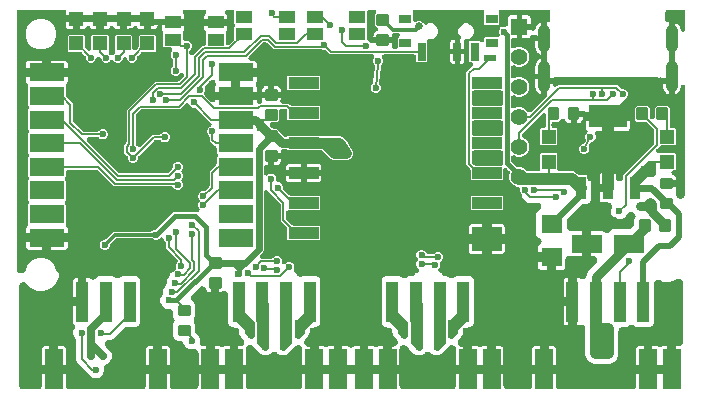
<source format=gbr>
G04 EAGLE Gerber RS-274X export*
G75*
%MOMM*%
%FSLAX34Y34*%
%LPD*%
%INBottom Copper*%
%IPPOS*%
%AMOC8*
5,1,8,0,0,1.08239X$1,22.5*%
G01*
%ADD10R,1.400000X1.050000*%
%ADD11C,0.350000*%
%ADD12R,0.889100X1.965100*%
%ADD13R,3.189100X1.965100*%
%ADD14R,1.800000X1.600000*%
%ADD15R,1.200000X1.200000*%
%ADD16C,1.000000*%
%ADD17R,3.000000X1.500000*%
%ADD18R,2.500000X1.000000*%
%ADD19R,2.500000X2.000000*%
%ADD20R,0.700000X1.500000*%
%ADD21R,1.000000X0.800000*%
%ADD22R,1.500000X3.400000*%
%ADD23R,1.000000X3.500000*%
%ADD24R,1.422400X1.422400*%
%ADD25C,1.422400*%
%ADD26R,2.600000X1.600000*%
%ADD27R,1.000000X0.600000*%
%ADD28C,0.200000*%
%ADD29C,0.600000*%
%ADD30C,0.400000*%
%ADD31C,0.800000*%
%ADD32C,0.600000*%
%ADD33C,0.900000*%
%ADD34C,0.300000*%
%ADD35C,0.650000*%
%ADD36C,0.500000*%
%ADD37C,0.700000*%

G36*
X495687Y185580D02*
X495687Y185580D01*
X496021Y186160D01*
X496494Y186633D01*
X497074Y186967D01*
X497720Y187140D01*
X500278Y187140D01*
X500278Y182500D01*
X500281Y182470D01*
X500279Y182440D01*
X500301Y182271D01*
X500318Y182103D01*
X500327Y182074D01*
X500331Y182044D01*
X500386Y181883D01*
X500436Y181721D01*
X500450Y181694D01*
X500460Y181666D01*
X500546Y181520D01*
X500628Y181371D01*
X500647Y181347D01*
X500662Y181321D01*
X500776Y181195D01*
X500885Y181065D01*
X500909Y181046D01*
X500929Y181024D01*
X501065Y180923D01*
X501198Y180817D01*
X501225Y180803D01*
X501249Y180785D01*
X501403Y180713D01*
X501554Y180636D01*
X501583Y180628D01*
X501611Y180615D01*
X501776Y180575D01*
X501939Y180530D01*
X501969Y180527D01*
X501999Y180520D01*
X502277Y180501D01*
X502723Y180501D01*
X502753Y180504D01*
X502783Y180502D01*
X502951Y180524D01*
X503120Y180541D01*
X503149Y180550D01*
X503179Y180554D01*
X503339Y180609D01*
X503502Y180659D01*
X503528Y180673D01*
X503557Y180683D01*
X503703Y180769D01*
X503852Y180850D01*
X503875Y180870D01*
X503901Y180885D01*
X504028Y180998D01*
X504158Y181108D01*
X504176Y181132D01*
X504199Y181152D01*
X504300Y181288D01*
X504406Y181421D01*
X504419Y181448D01*
X504438Y181472D01*
X504510Y181625D01*
X504587Y181777D01*
X504595Y181806D01*
X504608Y181833D01*
X504648Y181999D01*
X504693Y182162D01*
X504695Y182192D01*
X504703Y182221D01*
X504722Y182500D01*
X504722Y187140D01*
X507280Y187140D01*
X507926Y186967D01*
X508506Y186633D01*
X508979Y186160D01*
X509313Y185580D01*
X509486Y184934D01*
X509486Y182500D01*
X509489Y182470D01*
X509487Y182440D01*
X509509Y182271D01*
X509526Y182103D01*
X509535Y182074D01*
X509539Y182044D01*
X509594Y181883D01*
X509644Y181721D01*
X509659Y181694D01*
X509669Y181666D01*
X509754Y181520D01*
X509836Y181371D01*
X509855Y181347D01*
X509871Y181321D01*
X509984Y181195D01*
X510093Y181065D01*
X510117Y181046D01*
X510137Y181024D01*
X510273Y180923D01*
X510406Y180817D01*
X510433Y180803D01*
X510458Y180785D01*
X510611Y180713D01*
X510762Y180636D01*
X510792Y180628D01*
X510819Y180615D01*
X510984Y180575D01*
X511147Y180530D01*
X511178Y180527D01*
X511207Y180520D01*
X511485Y180501D01*
X513515Y180501D01*
X513545Y180504D01*
X513575Y180502D01*
X513743Y180524D01*
X513912Y180541D01*
X513941Y180550D01*
X513971Y180554D01*
X514131Y180609D01*
X514294Y180659D01*
X514320Y180673D01*
X514349Y180683D01*
X514495Y180769D01*
X514644Y180850D01*
X514667Y180870D01*
X514693Y180885D01*
X514820Y180998D01*
X514949Y181108D01*
X514968Y181132D01*
X514991Y181152D01*
X515092Y181288D01*
X515197Y181421D01*
X515211Y181448D01*
X515229Y181472D01*
X515301Y181625D01*
X515378Y181777D01*
X515386Y181806D01*
X515399Y181833D01*
X515440Y181999D01*
X515485Y182162D01*
X515487Y182192D01*
X515494Y182221D01*
X515514Y182500D01*
X515514Y185772D01*
X541374Y211632D01*
X541402Y211667D01*
X541436Y211697D01*
X541528Y211821D01*
X541627Y211941D01*
X541648Y211982D01*
X541675Y212018D01*
X541741Y212158D01*
X541813Y212295D01*
X541826Y212338D01*
X541845Y212379D01*
X541882Y212530D01*
X541925Y212678D01*
X541929Y212723D01*
X541940Y212767D01*
X541959Y213046D01*
X541959Y223001D01*
X541958Y223013D01*
X541958Y223016D01*
X541956Y223035D01*
X541955Y223047D01*
X541957Y223092D01*
X541935Y223245D01*
X541919Y223399D01*
X541906Y223442D01*
X541899Y223487D01*
X541847Y223633D01*
X541801Y223780D01*
X541780Y223820D01*
X541764Y223863D01*
X541684Y223995D01*
X541610Y224131D01*
X541580Y224166D01*
X541557Y224204D01*
X541374Y224415D01*
X535645Y230144D01*
X535610Y230172D01*
X535580Y230206D01*
X535456Y230298D01*
X535336Y230397D01*
X535296Y230418D01*
X535259Y230445D01*
X535119Y230511D01*
X534982Y230583D01*
X534939Y230596D01*
X534898Y230615D01*
X534747Y230652D01*
X534599Y230695D01*
X534554Y230699D01*
X534510Y230710D01*
X534231Y230729D01*
X526999Y230729D01*
X525229Y232499D01*
X525229Y242501D01*
X526999Y244271D01*
X536001Y244271D01*
X537771Y242501D01*
X537771Y235269D01*
X537775Y235224D01*
X537773Y235178D01*
X537795Y235025D01*
X537811Y234871D01*
X537824Y234828D01*
X537831Y234783D01*
X537883Y234638D01*
X537929Y234490D01*
X537950Y234450D01*
X537966Y234407D01*
X538046Y234275D01*
X538120Y234139D01*
X538150Y234105D01*
X538173Y234066D01*
X538356Y233855D01*
X538816Y233395D01*
X538828Y233385D01*
X538838Y233374D01*
X538983Y233259D01*
X539126Y233142D01*
X539139Y233135D01*
X539151Y233126D01*
X539316Y233042D01*
X539479Y232956D01*
X539493Y232952D01*
X539507Y232945D01*
X539684Y232896D01*
X539862Y232844D01*
X539877Y232842D01*
X539892Y232838D01*
X540075Y232825D01*
X540260Y232810D01*
X540275Y232811D01*
X540290Y232810D01*
X540473Y232834D01*
X540657Y232855D01*
X540671Y232860D01*
X540686Y232862D01*
X540861Y232922D01*
X541037Y232979D01*
X541050Y232987D01*
X541064Y232992D01*
X541223Y233085D01*
X541384Y233176D01*
X541396Y233186D01*
X541409Y233194D01*
X541546Y233317D01*
X541686Y233438D01*
X541695Y233450D01*
X541706Y233460D01*
X541816Y233608D01*
X541929Y233755D01*
X541936Y233769D01*
X541945Y233781D01*
X542023Y233948D01*
X542105Y234114D01*
X542108Y234128D01*
X542115Y234142D01*
X542159Y234322D01*
X542205Y234500D01*
X542206Y234515D01*
X542210Y234530D01*
X542229Y234809D01*
X542229Y242501D01*
X543999Y244271D01*
X553001Y244271D01*
X554771Y242501D01*
X554771Y227270D01*
X554774Y227240D01*
X554772Y227210D01*
X554794Y227041D01*
X554811Y226873D01*
X554820Y226844D01*
X554824Y226814D01*
X554879Y226653D01*
X554929Y226491D01*
X554943Y226464D01*
X554953Y226436D01*
X555039Y226290D01*
X555120Y226141D01*
X555140Y226117D01*
X555155Y226091D01*
X555268Y225965D01*
X555378Y225835D01*
X555401Y225816D01*
X555422Y225794D01*
X555558Y225693D01*
X555691Y225587D01*
X555718Y225573D01*
X555742Y225555D01*
X555895Y225483D01*
X556047Y225406D01*
X556076Y225398D01*
X556103Y225385D01*
X556269Y225345D01*
X556432Y225300D01*
X556462Y225297D01*
X556491Y225290D01*
X556770Y225271D01*
X559026Y225271D01*
X559771Y224526D01*
X559771Y211474D01*
X559026Y210729D01*
X547722Y210729D01*
X547676Y210725D01*
X547631Y210727D01*
X547478Y210705D01*
X547324Y210689D01*
X547281Y210676D01*
X547236Y210669D01*
X547090Y210617D01*
X546943Y210571D01*
X546903Y210550D01*
X546860Y210534D01*
X546728Y210454D01*
X546592Y210380D01*
X546557Y210350D01*
X546519Y210327D01*
X546308Y210144D01*
X544585Y208421D01*
X543848Y207684D01*
X543838Y207672D01*
X543827Y207662D01*
X543712Y207517D01*
X543595Y207374D01*
X543588Y207361D01*
X543579Y207349D01*
X543495Y207184D01*
X543409Y207021D01*
X543405Y207007D01*
X543398Y206993D01*
X543349Y206816D01*
X543296Y206638D01*
X543295Y206623D01*
X543291Y206608D01*
X543278Y206425D01*
X543263Y206240D01*
X543264Y206225D01*
X543263Y206210D01*
X543287Y206027D01*
X543308Y205843D01*
X543313Y205829D01*
X543315Y205814D01*
X543375Y205640D01*
X543432Y205463D01*
X543440Y205450D01*
X543445Y205436D01*
X543538Y205277D01*
X543629Y205116D01*
X543639Y205104D01*
X543647Y205091D01*
X543770Y204954D01*
X543891Y204814D01*
X543903Y204805D01*
X543913Y204794D01*
X544061Y204684D01*
X544208Y204571D01*
X544222Y204564D01*
X544234Y204555D01*
X544400Y204477D01*
X544567Y204395D01*
X544581Y204392D01*
X544595Y204385D01*
X544774Y204341D01*
X544953Y204295D01*
X544968Y204294D01*
X544983Y204290D01*
X545262Y204271D01*
X559026Y204271D01*
X559771Y203526D01*
X559771Y190474D01*
X559026Y189729D01*
X558249Y189729D01*
X558242Y189729D01*
X558234Y189729D01*
X558044Y189709D01*
X557852Y189689D01*
X557845Y189687D01*
X557837Y189686D01*
X557655Y189628D01*
X557470Y189571D01*
X557464Y189568D01*
X557457Y189565D01*
X557290Y189473D01*
X557120Y189380D01*
X557114Y189375D01*
X557108Y189371D01*
X556963Y189247D01*
X556815Y189122D01*
X556810Y189116D01*
X556804Y189111D01*
X556687Y188961D01*
X556566Y188809D01*
X556563Y188802D01*
X556558Y188796D01*
X556473Y188625D01*
X556386Y188453D01*
X556384Y188446D01*
X556380Y188439D01*
X556330Y188253D01*
X556279Y188068D01*
X556278Y188061D01*
X556277Y188053D01*
X556264Y187861D01*
X556251Y187670D01*
X556252Y187662D01*
X556252Y187655D01*
X556278Y187465D01*
X556303Y187274D01*
X556305Y187267D01*
X556306Y187259D01*
X556370Y187077D01*
X556433Y186896D01*
X556436Y186889D01*
X556439Y186882D01*
X556538Y186717D01*
X556635Y186551D01*
X556640Y186546D01*
X556644Y186539D01*
X556774Y186396D01*
X556901Y186254D01*
X556907Y186249D01*
X556912Y186244D01*
X557069Y186129D01*
X557222Y186015D01*
X557228Y186012D01*
X557235Y186008D01*
X557484Y185883D01*
X558282Y185552D01*
X558985Y185083D01*
X559583Y184485D01*
X560052Y183782D01*
X560376Y183002D01*
X560553Y182110D01*
X560563Y182077D01*
X560568Y182044D01*
X560621Y181887D01*
X560670Y181728D01*
X560686Y181698D01*
X560697Y181666D01*
X560781Y181523D01*
X560860Y181377D01*
X560882Y181351D01*
X560899Y181321D01*
X561010Y181198D01*
X561116Y181070D01*
X561143Y181049D01*
X561166Y181024D01*
X561299Y180925D01*
X561428Y180821D01*
X561459Y180806D01*
X561486Y180785D01*
X561636Y180715D01*
X561784Y180639D01*
X561817Y180630D01*
X561847Y180615D01*
X562009Y180576D01*
X562168Y180531D01*
X562202Y180528D01*
X562235Y180520D01*
X562514Y180501D01*
X566000Y180501D01*
X566030Y180504D01*
X566060Y180502D01*
X566229Y180524D01*
X566397Y180541D01*
X566426Y180550D01*
X566456Y180554D01*
X566617Y180609D01*
X566779Y180659D01*
X566806Y180673D01*
X566834Y180683D01*
X566980Y180769D01*
X567129Y180850D01*
X567153Y180870D01*
X567179Y180885D01*
X567305Y180998D01*
X567435Y181108D01*
X567454Y181132D01*
X567476Y181152D01*
X567577Y181288D01*
X567683Y181421D01*
X567697Y181448D01*
X567715Y181472D01*
X567787Y181625D01*
X567864Y181777D01*
X567872Y181806D01*
X567885Y181833D01*
X567925Y181999D01*
X567970Y182162D01*
X567973Y182192D01*
X567980Y182221D01*
X567999Y182500D01*
X567999Y260110D01*
X567999Y260113D01*
X567999Y260117D01*
X567979Y260315D01*
X567959Y260507D01*
X567958Y260511D01*
X567958Y260514D01*
X567900Y260700D01*
X567841Y260889D01*
X567839Y260892D01*
X567838Y260896D01*
X567746Y261063D01*
X567650Y261239D01*
X567647Y261242D01*
X567645Y261245D01*
X567521Y261391D01*
X567392Y261544D01*
X567389Y261547D01*
X567387Y261550D01*
X567231Y261672D01*
X567079Y261793D01*
X567076Y261794D01*
X567073Y261797D01*
X566899Y261884D01*
X566723Y261974D01*
X566719Y261975D01*
X566716Y261976D01*
X566525Y262028D01*
X566338Y262080D01*
X566334Y262080D01*
X566331Y262081D01*
X566134Y262094D01*
X565940Y262108D01*
X565936Y262107D01*
X565932Y262108D01*
X565740Y262082D01*
X565544Y262056D01*
X565540Y262055D01*
X565536Y262054D01*
X565353Y261991D01*
X565166Y261927D01*
X565162Y261925D01*
X565159Y261923D01*
X564992Y261825D01*
X564821Y261724D01*
X564818Y261722D01*
X564815Y261720D01*
X564669Y261588D01*
X564524Y261458D01*
X564522Y261455D01*
X564519Y261452D01*
X564402Y261294D01*
X564285Y261138D01*
X564284Y261134D01*
X564281Y261131D01*
X564199Y260953D01*
X564115Y260776D01*
X564114Y260772D01*
X564113Y260769D01*
X564039Y260500D01*
X563751Y259050D01*
X563183Y257678D01*
X562357Y256443D01*
X561307Y255393D01*
X560072Y254567D01*
X558999Y254123D01*
X558999Y268500D01*
X558996Y268530D01*
X558998Y268560D01*
X558976Y268729D01*
X558959Y268897D01*
X558950Y268926D01*
X558946Y268956D01*
X558928Y269009D01*
X558970Y269162D01*
X558973Y269192D01*
X558980Y269222D01*
X558999Y269500D01*
X558999Y300800D01*
X558996Y300830D01*
X558998Y300860D01*
X558976Y301029D01*
X558959Y301197D01*
X558950Y301226D01*
X558946Y301256D01*
X558928Y301309D01*
X558970Y301462D01*
X558973Y301492D01*
X558980Y301522D01*
X558999Y301800D01*
X558999Y314927D01*
X560072Y314483D01*
X561307Y313657D01*
X562357Y312607D01*
X563183Y311372D01*
X563751Y310000D01*
X564039Y308550D01*
X564040Y308547D01*
X564041Y308543D01*
X564100Y308351D01*
X564156Y308168D01*
X564158Y308165D01*
X564159Y308161D01*
X564257Y307981D01*
X564346Y307817D01*
X564349Y307814D01*
X564350Y307811D01*
X564476Y307661D01*
X564602Y307511D01*
X564605Y307508D01*
X564608Y307506D01*
X564763Y307382D01*
X564914Y307262D01*
X564918Y307260D01*
X564921Y307257D01*
X565096Y307169D01*
X565270Y307079D01*
X565274Y307078D01*
X565277Y307076D01*
X565463Y307025D01*
X565654Y306971D01*
X565658Y306971D01*
X565662Y306970D01*
X565855Y306956D01*
X566053Y306942D01*
X566057Y306942D01*
X566060Y306942D01*
X566253Y306967D01*
X566449Y306992D01*
X566453Y306993D01*
X566456Y306994D01*
X566641Y307057D01*
X566827Y307120D01*
X566831Y307122D01*
X566834Y307123D01*
X567002Y307222D01*
X567173Y307321D01*
X567176Y307324D01*
X567179Y307326D01*
X567325Y307457D01*
X567471Y307587D01*
X567473Y307590D01*
X567476Y307592D01*
X567594Y307750D01*
X567711Y307906D01*
X567713Y307909D01*
X567715Y307912D01*
X567798Y308089D01*
X567882Y308267D01*
X567883Y308270D01*
X567885Y308274D01*
X567930Y308458D01*
X567979Y308654D01*
X567979Y308658D01*
X567980Y308662D01*
X567999Y308940D01*
X567999Y323500D01*
X567996Y323530D01*
X567998Y323560D01*
X567976Y323729D01*
X567959Y323897D01*
X567950Y323926D01*
X567946Y323956D01*
X567891Y324117D01*
X567841Y324279D01*
X567827Y324306D01*
X567817Y324334D01*
X567731Y324480D01*
X567650Y324629D01*
X567630Y324653D01*
X567615Y324679D01*
X567502Y324805D01*
X567392Y324935D01*
X567369Y324954D01*
X567348Y324976D01*
X567212Y325077D01*
X567079Y325183D01*
X567052Y325197D01*
X567028Y325215D01*
X566875Y325287D01*
X566723Y325364D01*
X566694Y325372D01*
X566667Y325385D01*
X566501Y325425D01*
X566338Y325470D01*
X566308Y325473D01*
X566279Y325480D01*
X566000Y325499D01*
X553250Y325499D01*
X553220Y325496D01*
X553190Y325498D01*
X553021Y325476D01*
X552853Y325459D01*
X552824Y325450D01*
X552794Y325446D01*
X552633Y325391D01*
X552471Y325341D01*
X552444Y325327D01*
X552416Y325317D01*
X552270Y325231D01*
X552121Y325150D01*
X552097Y325130D01*
X552071Y325115D01*
X551945Y325002D01*
X551815Y324892D01*
X551796Y324869D01*
X551774Y324848D01*
X551673Y324712D01*
X551567Y324579D01*
X551553Y324552D01*
X551535Y324528D01*
X551463Y324375D01*
X551386Y324223D01*
X551378Y324194D01*
X551365Y324167D01*
X551325Y324001D01*
X551280Y323838D01*
X551277Y323808D01*
X551270Y323779D01*
X551251Y323500D01*
X551251Y316780D01*
X551253Y316757D01*
X551251Y316735D01*
X551273Y316558D01*
X551291Y316382D01*
X551297Y316361D01*
X551300Y316338D01*
X551356Y316171D01*
X551409Y316001D01*
X551420Y315981D01*
X551427Y315959D01*
X551515Y315806D01*
X551600Y315650D01*
X551615Y315633D01*
X551626Y315613D01*
X551744Y315480D01*
X551858Y315345D01*
X551876Y315331D01*
X551891Y315314D01*
X552032Y315207D01*
X552171Y315097D01*
X552191Y315087D01*
X552209Y315073D01*
X552369Y314996D01*
X552527Y314916D01*
X552549Y314910D01*
X552569Y314900D01*
X552742Y314856D01*
X552912Y314809D01*
X552934Y314808D01*
X552957Y314802D01*
X553134Y314794D01*
X553310Y314781D01*
X553333Y314784D01*
X553356Y314783D01*
X553531Y314810D01*
X553706Y314833D01*
X553728Y314841D01*
X553750Y314844D01*
X554001Y314928D01*
X554001Y301800D01*
X554004Y301770D01*
X554002Y301740D01*
X554024Y301571D01*
X554041Y301403D01*
X554050Y301374D01*
X554053Y301344D01*
X554072Y301291D01*
X554030Y301138D01*
X554027Y301108D01*
X554020Y301078D01*
X554001Y300800D01*
X554001Y269500D01*
X554004Y269470D01*
X554002Y269440D01*
X554024Y269271D01*
X554041Y269103D01*
X554050Y269074D01*
X554053Y269044D01*
X554072Y268991D01*
X554030Y268838D01*
X554027Y268808D01*
X554020Y268778D01*
X554001Y268500D01*
X554001Y254123D01*
X552928Y254567D01*
X551693Y255393D01*
X550643Y256443D01*
X549817Y257678D01*
X549249Y259050D01*
X548959Y260507D01*
X548959Y266261D01*
X548949Y266368D01*
X548948Y266476D01*
X548929Y266566D01*
X548919Y266658D01*
X548888Y266761D01*
X548865Y266866D01*
X548829Y266951D01*
X548801Y267040D01*
X548750Y267135D01*
X548707Y267233D01*
X548654Y267309D01*
X548610Y267390D01*
X548540Y267473D01*
X548479Y267561D01*
X548412Y267625D01*
X548352Y267696D01*
X548268Y267763D01*
X548190Y267837D01*
X548112Y267886D01*
X548039Y267944D01*
X547943Y267993D01*
X547852Y268050D01*
X547766Y268083D01*
X547683Y268125D01*
X547580Y268154D01*
X547479Y268192D01*
X547387Y268207D01*
X547298Y268231D01*
X547191Y268239D01*
X547085Y268256D01*
X546992Y268253D01*
X546900Y268259D01*
X546793Y268245D01*
X546686Y268241D01*
X546596Y268219D01*
X546504Y268207D01*
X546402Y268173D01*
X546297Y268147D01*
X546188Y268100D01*
X544500Y268242D01*
X544445Y268241D01*
X544332Y268249D01*
X461528Y268249D01*
X461341Y268230D01*
X461151Y268213D01*
X461141Y268210D01*
X461131Y268209D01*
X461060Y268187D01*
X460000Y268246D01*
X459959Y268244D01*
X459889Y268249D01*
X458814Y268249D01*
X458640Y268302D01*
X458628Y268304D01*
X458620Y268306D01*
X458588Y268309D01*
X458363Y268337D01*
X458151Y268349D01*
X458065Y268345D01*
X457980Y268351D01*
X457866Y268336D01*
X457752Y268331D01*
X457669Y268310D01*
X457584Y268299D01*
X457475Y268262D01*
X457364Y268234D01*
X457287Y268197D01*
X457206Y268170D01*
X457107Y268112D01*
X457004Y268062D01*
X456935Y268011D01*
X456861Y267968D01*
X456776Y267891D01*
X456684Y267822D01*
X456628Y267758D01*
X456564Y267701D01*
X456495Y267609D01*
X456419Y267524D01*
X456376Y267449D01*
X456325Y267381D01*
X456276Y267277D01*
X456219Y267178D01*
X456192Y267097D01*
X456155Y267019D01*
X456128Y266908D01*
X456091Y266800D01*
X456081Y266714D01*
X456060Y266631D01*
X456048Y266455D01*
X456041Y266403D01*
X456043Y266383D01*
X456041Y266353D01*
X456041Y262388D01*
X456042Y262373D01*
X456041Y262358D01*
X456062Y262173D01*
X456081Y261991D01*
X456085Y261976D01*
X456087Y261961D01*
X456144Y261786D01*
X456199Y261609D01*
X456206Y261596D01*
X456211Y261582D01*
X456301Y261421D01*
X456390Y261259D01*
X456400Y261247D01*
X456408Y261234D01*
X456529Y261094D01*
X456648Y260953D01*
X456660Y260944D01*
X456670Y260933D01*
X456817Y260820D01*
X456961Y260705D01*
X456974Y260698D01*
X456986Y260689D01*
X457152Y260608D01*
X457317Y260524D01*
X457331Y260520D01*
X457345Y260514D01*
X457525Y260467D01*
X457702Y260418D01*
X457717Y260417D01*
X457732Y260413D01*
X457916Y260403D01*
X458100Y260390D01*
X458115Y260392D01*
X458130Y260391D01*
X458312Y260418D01*
X458496Y260442D01*
X458511Y260447D01*
X458526Y260449D01*
X458699Y260511D01*
X458874Y260571D01*
X458887Y260579D01*
X458902Y260584D01*
X459060Y260680D01*
X459219Y260773D01*
X459230Y260783D01*
X459243Y260791D01*
X459454Y260975D01*
X460050Y261571D01*
X510671Y261571D01*
X513355Y258886D01*
X513390Y258858D01*
X513420Y258824D01*
X513544Y258732D01*
X513664Y258633D01*
X513704Y258612D01*
X513741Y258585D01*
X513881Y258519D01*
X514018Y258447D01*
X514061Y258434D01*
X514102Y258415D01*
X514253Y258378D01*
X514401Y258335D01*
X514446Y258331D01*
X514490Y258320D01*
X514769Y258301D01*
X515850Y258301D01*
X517419Y257651D01*
X518621Y256449D01*
X519271Y254880D01*
X519271Y253180D01*
X518621Y251611D01*
X517933Y250924D01*
X517836Y250805D01*
X517734Y250691D01*
X517710Y250651D01*
X517681Y250615D01*
X517609Y250479D01*
X517531Y250347D01*
X517516Y250303D01*
X517494Y250261D01*
X517451Y250114D01*
X517401Y249969D01*
X517395Y249923D01*
X517382Y249878D01*
X517369Y249725D01*
X517349Y249573D01*
X517352Y249527D01*
X517348Y249480D01*
X517366Y249328D01*
X517376Y249175D01*
X517389Y249129D01*
X517394Y249083D01*
X517441Y248938D01*
X517482Y248789D01*
X517503Y248748D01*
X517518Y248703D01*
X517593Y248570D01*
X517663Y248433D01*
X517692Y248397D01*
X517715Y248356D01*
X517815Y248240D01*
X517910Y248120D01*
X517946Y248090D01*
X517977Y248054D01*
X518098Y247961D01*
X518215Y247862D01*
X518256Y247839D01*
X518293Y247811D01*
X518431Y247744D01*
X518566Y247670D01*
X518621Y247651D01*
X518652Y247635D01*
X518707Y247621D01*
X518830Y247579D01*
X519426Y247419D01*
X520006Y247085D01*
X520479Y246612D01*
X520813Y246032D01*
X520986Y245386D01*
X520986Y239225D01*
X504500Y239225D01*
X504470Y239222D01*
X504440Y239224D01*
X504271Y239202D01*
X504103Y239185D01*
X504074Y239176D01*
X504044Y239172D01*
X503883Y239117D01*
X503721Y239067D01*
X503695Y239053D01*
X503666Y239043D01*
X503520Y238957D01*
X503371Y238876D01*
X503347Y238856D01*
X503321Y238841D01*
X503195Y238728D01*
X503065Y238618D01*
X503046Y238594D01*
X503024Y238574D01*
X502923Y238438D01*
X502817Y238305D01*
X502803Y238278D01*
X502785Y238254D01*
X502713Y238101D01*
X502636Y237949D01*
X502628Y237920D01*
X502615Y237892D01*
X502575Y237727D01*
X502530Y237564D01*
X502528Y237534D01*
X502520Y237504D01*
X502501Y237226D01*
X502501Y235225D01*
X502499Y235225D01*
X502499Y237226D01*
X502496Y237256D01*
X502498Y237286D01*
X502476Y237455D01*
X502459Y237623D01*
X502450Y237652D01*
X502446Y237682D01*
X502391Y237843D01*
X502341Y238005D01*
X502327Y238032D01*
X502317Y238060D01*
X502231Y238206D01*
X502150Y238355D01*
X502130Y238379D01*
X502115Y238405D01*
X502002Y238531D01*
X501892Y238661D01*
X501868Y238680D01*
X501848Y238702D01*
X501712Y238803D01*
X501579Y238909D01*
X501552Y238923D01*
X501528Y238941D01*
X501375Y239013D01*
X501223Y239090D01*
X501194Y239098D01*
X501166Y239111D01*
X501001Y239151D01*
X500838Y239196D01*
X500808Y239198D01*
X500778Y239206D01*
X500500Y239225D01*
X483588Y239225D01*
X483516Y239305D01*
X483407Y239435D01*
X483383Y239454D01*
X483363Y239476D01*
X483227Y239577D01*
X483094Y239683D01*
X483067Y239697D01*
X483042Y239715D01*
X482889Y239787D01*
X482738Y239864D01*
X482708Y239872D01*
X482681Y239885D01*
X482516Y239925D01*
X482353Y239970D01*
X482322Y239973D01*
X482293Y239980D01*
X482014Y239999D01*
X474000Y239999D01*
X473970Y239996D01*
X473940Y239998D01*
X473771Y239976D01*
X473603Y239959D01*
X473574Y239950D01*
X473544Y239946D01*
X473383Y239891D01*
X473221Y239841D01*
X473195Y239827D01*
X473166Y239817D01*
X473020Y239731D01*
X472871Y239650D01*
X472848Y239630D01*
X472821Y239615D01*
X472695Y239502D01*
X472565Y239392D01*
X472547Y239369D01*
X472524Y239348D01*
X472423Y239212D01*
X472317Y239079D01*
X472303Y239052D01*
X472285Y239028D01*
X472213Y238875D01*
X472188Y238824D01*
X472166Y238817D01*
X472020Y238731D01*
X471870Y238649D01*
X471847Y238630D01*
X471821Y238615D01*
X471695Y238501D01*
X471565Y238392D01*
X471546Y238368D01*
X471524Y238348D01*
X471423Y238212D01*
X471317Y238079D01*
X471303Y238052D01*
X471285Y238028D01*
X471213Y237874D01*
X471136Y237723D01*
X471128Y237694D01*
X471115Y237666D01*
X471075Y237501D01*
X471030Y237338D01*
X471027Y237308D01*
X471020Y237278D01*
X471001Y237000D01*
X471001Y229459D01*
X469827Y229459D01*
X468998Y229624D01*
X468218Y229948D01*
X467515Y230417D01*
X466917Y231015D01*
X466448Y231718D01*
X466287Y232106D01*
X466276Y232126D01*
X466269Y232147D01*
X466182Y232302D01*
X466098Y232457D01*
X466083Y232475D01*
X466072Y232495D01*
X465956Y232628D01*
X465843Y232765D01*
X465825Y232779D01*
X465810Y232796D01*
X465670Y232904D01*
X465532Y233015D01*
X465512Y233026D01*
X465493Y233040D01*
X465334Y233118D01*
X465177Y233199D01*
X465155Y233205D01*
X465135Y233215D01*
X464964Y233260D01*
X464793Y233308D01*
X464770Y233310D01*
X464748Y233316D01*
X464572Y233325D01*
X464395Y233339D01*
X464372Y233336D01*
X464349Y233338D01*
X464175Y233312D01*
X463998Y233290D01*
X463977Y233283D01*
X463954Y233280D01*
X463787Y233220D01*
X463619Y233164D01*
X463600Y233152D01*
X463578Y233145D01*
X463427Y233053D01*
X463273Y232964D01*
X463256Y232949D01*
X463237Y232937D01*
X463026Y232754D01*
X461001Y230729D01*
X456770Y230729D01*
X456740Y230726D01*
X456710Y230728D01*
X456541Y230706D01*
X456373Y230689D01*
X456344Y230680D01*
X456314Y230676D01*
X456153Y230621D01*
X455991Y230571D01*
X455964Y230557D01*
X455936Y230547D01*
X455790Y230461D01*
X455641Y230380D01*
X455617Y230360D01*
X455591Y230345D01*
X455465Y230232D01*
X455335Y230122D01*
X455316Y230099D01*
X455294Y230078D01*
X455193Y229942D01*
X455087Y229809D01*
X455073Y229782D01*
X455055Y229758D01*
X454983Y229605D01*
X454906Y229453D01*
X454898Y229424D01*
X454885Y229397D01*
X454845Y229231D01*
X454800Y229068D01*
X454797Y229038D01*
X454790Y229009D01*
X454771Y228730D01*
X454771Y227270D01*
X454774Y227240D01*
X454772Y227210D01*
X454794Y227041D01*
X454811Y226873D01*
X454820Y226844D01*
X454824Y226814D01*
X454879Y226653D01*
X454929Y226491D01*
X454943Y226464D01*
X454953Y226436D01*
X455039Y226290D01*
X455120Y226141D01*
X455140Y226117D01*
X455155Y226091D01*
X455268Y225965D01*
X455378Y225835D01*
X455401Y225816D01*
X455422Y225794D01*
X455558Y225693D01*
X455691Y225587D01*
X455718Y225573D01*
X455742Y225555D01*
X455895Y225483D01*
X456047Y225406D01*
X456076Y225398D01*
X456103Y225385D01*
X456269Y225345D01*
X456432Y225300D01*
X456462Y225297D01*
X456491Y225290D01*
X456770Y225271D01*
X459026Y225271D01*
X459771Y224526D01*
X459771Y211474D01*
X459026Y210729D01*
X445974Y210729D01*
X445229Y211474D01*
X445229Y224526D01*
X445974Y225271D01*
X448230Y225271D01*
X448260Y225274D01*
X448290Y225272D01*
X448459Y225294D01*
X448627Y225311D01*
X448656Y225320D01*
X448686Y225324D01*
X448847Y225379D01*
X449009Y225429D01*
X449036Y225443D01*
X449064Y225453D01*
X449210Y225539D01*
X449359Y225620D01*
X449383Y225640D01*
X449409Y225655D01*
X449535Y225768D01*
X449665Y225878D01*
X449684Y225901D01*
X449706Y225922D01*
X449807Y226058D01*
X449913Y226191D01*
X449927Y226218D01*
X449945Y226242D01*
X450017Y226395D01*
X450094Y226547D01*
X450102Y226576D01*
X450115Y226603D01*
X450155Y226768D01*
X450200Y226932D01*
X450203Y226962D01*
X450210Y226991D01*
X450229Y227270D01*
X450229Y235876D01*
X450228Y235892D01*
X450229Y235907D01*
X450208Y236090D01*
X450189Y236274D01*
X450185Y236288D01*
X450183Y236303D01*
X450126Y236479D01*
X450071Y236655D01*
X450064Y236669D01*
X450059Y236683D01*
X449969Y236843D01*
X449880Y237006D01*
X449870Y237018D01*
X449862Y237031D01*
X449741Y237170D01*
X449622Y237311D01*
X449610Y237321D01*
X449600Y237332D01*
X449454Y237445D01*
X449309Y237559D01*
X449296Y237566D01*
X449284Y237576D01*
X449118Y237656D01*
X448953Y237740D01*
X448938Y237744D01*
X448925Y237751D01*
X448746Y237798D01*
X448568Y237847D01*
X448553Y237848D01*
X448538Y237852D01*
X448355Y237862D01*
X448170Y237875D01*
X448155Y237873D01*
X448140Y237874D01*
X447957Y237847D01*
X447774Y237823D01*
X447759Y237818D01*
X447744Y237816D01*
X447570Y237753D01*
X447396Y237693D01*
X447383Y237686D01*
X447369Y237681D01*
X447211Y237585D01*
X447051Y237491D01*
X447040Y237481D01*
X447027Y237473D01*
X446816Y237290D01*
X430356Y220830D01*
X430328Y220795D01*
X430294Y220765D01*
X430202Y220641D01*
X430103Y220521D01*
X430082Y220481D01*
X430055Y220444D01*
X429989Y220304D01*
X429917Y220168D01*
X429904Y220124D01*
X429885Y220083D01*
X429848Y219933D01*
X429805Y219784D01*
X429801Y219739D01*
X429790Y219695D01*
X429771Y219416D01*
X429771Y218869D01*
X429775Y218831D01*
X429772Y218793D01*
X429794Y218633D01*
X429811Y218471D01*
X429822Y218435D01*
X429827Y218398D01*
X429881Y218245D01*
X429929Y218090D01*
X429947Y218056D01*
X429959Y218021D01*
X430042Y217882D01*
X430120Y217739D01*
X430145Y217710D01*
X430164Y217678D01*
X430273Y217558D01*
X430378Y217434D01*
X430407Y217410D01*
X430433Y217382D01*
X430564Y217286D01*
X430691Y217186D01*
X430725Y217169D01*
X430755Y217146D01*
X431005Y217022D01*
X432248Y216507D01*
X434607Y214148D01*
X435883Y211067D01*
X435883Y207733D01*
X434607Y204652D01*
X432248Y202293D01*
X429167Y201017D01*
X425833Y201017D01*
X423153Y202127D01*
X423131Y202134D01*
X423111Y202144D01*
X422940Y202191D01*
X422771Y202242D01*
X422748Y202244D01*
X422726Y202251D01*
X422549Y202263D01*
X422373Y202279D01*
X422350Y202277D01*
X422328Y202278D01*
X422152Y202255D01*
X421976Y202236D01*
X421954Y202230D01*
X421932Y202227D01*
X421764Y202169D01*
X421595Y202115D01*
X421575Y202104D01*
X421554Y202097D01*
X421401Y202007D01*
X421246Y201921D01*
X421229Y201906D01*
X421209Y201895D01*
X421078Y201777D01*
X420943Y201661D01*
X420929Y201643D01*
X420912Y201628D01*
X420806Y201487D01*
X420697Y201347D01*
X420687Y201326D01*
X420673Y201308D01*
X420598Y201148D01*
X420519Y200989D01*
X420513Y200967D01*
X420503Y200947D01*
X420461Y200775D01*
X420415Y200603D01*
X420414Y200581D01*
X420408Y200559D01*
X420389Y200280D01*
X420389Y197949D01*
X420393Y197903D01*
X420391Y197858D01*
X420413Y197705D01*
X420429Y197551D01*
X420442Y197508D01*
X420449Y197463D01*
X420501Y197317D01*
X420547Y197170D01*
X420568Y197130D01*
X420584Y197087D01*
X420664Y196955D01*
X420738Y196819D01*
X420768Y196784D01*
X420791Y196746D01*
X420974Y196535D01*
X424541Y192968D01*
X424576Y192940D01*
X424606Y192906D01*
X424730Y192814D01*
X424850Y192715D01*
X424890Y192694D01*
X424927Y192667D01*
X425067Y192601D01*
X425203Y192529D01*
X425247Y192516D01*
X425288Y192497D01*
X425438Y192460D01*
X425587Y192417D01*
X425632Y192413D01*
X425676Y192402D01*
X425955Y192383D01*
X429167Y192383D01*
X432248Y191107D01*
X434099Y189256D01*
X434134Y189228D01*
X434164Y189194D01*
X434288Y189102D01*
X434408Y189003D01*
X434448Y188982D01*
X434484Y188955D01*
X434624Y188889D01*
X434761Y188817D01*
X434805Y188804D01*
X434846Y188785D01*
X434996Y188748D01*
X435145Y188705D01*
X435190Y188701D01*
X435234Y188690D01*
X435512Y188671D01*
X443230Y188671D01*
X443260Y188674D01*
X443290Y188672D01*
X443459Y188694D01*
X443627Y188711D01*
X443656Y188720D01*
X443686Y188724D01*
X443847Y188779D01*
X444009Y188829D01*
X444036Y188843D01*
X444064Y188853D01*
X444210Y188939D01*
X444359Y189020D01*
X444383Y189040D01*
X444409Y189055D01*
X444535Y189168D01*
X444665Y189278D01*
X444684Y189301D01*
X444706Y189322D01*
X444807Y189458D01*
X444913Y189591D01*
X444927Y189618D01*
X444945Y189642D01*
X445017Y189795D01*
X445094Y189947D01*
X445102Y189976D01*
X445115Y190003D01*
X445155Y190169D01*
X445200Y190332D01*
X445203Y190362D01*
X445210Y190391D01*
X445229Y190670D01*
X445229Y203526D01*
X445974Y204271D01*
X459026Y204271D01*
X459771Y203526D01*
X459771Y190670D01*
X459774Y190640D01*
X459772Y190610D01*
X459794Y190441D01*
X459811Y190273D01*
X459820Y190244D01*
X459824Y190214D01*
X459879Y190053D01*
X459929Y189891D01*
X459943Y189864D01*
X459953Y189836D01*
X460039Y189690D01*
X460120Y189541D01*
X460140Y189517D01*
X460155Y189491D01*
X460268Y189365D01*
X460378Y189235D01*
X460401Y189216D01*
X460422Y189194D01*
X460558Y189093D01*
X460691Y188987D01*
X460718Y188973D01*
X460742Y188955D01*
X460895Y188883D01*
X461047Y188806D01*
X461076Y188798D01*
X461103Y188785D01*
X461269Y188745D01*
X461432Y188700D01*
X461462Y188697D01*
X461491Y188690D01*
X461770Y188671D01*
X473121Y188671D01*
X475426Y187716D01*
X476686Y186456D01*
X476721Y186427D01*
X476752Y186393D01*
X476876Y186301D01*
X476996Y186203D01*
X477036Y186182D01*
X477072Y186155D01*
X477212Y186089D01*
X477349Y186017D01*
X477392Y186004D01*
X477433Y185985D01*
X477584Y185948D01*
X477732Y185904D01*
X477777Y185901D01*
X477821Y185890D01*
X478100Y185870D01*
X484472Y185870D01*
X485216Y185126D01*
X485216Y182500D01*
X485219Y182470D01*
X485217Y182440D01*
X485239Y182271D01*
X485256Y182103D01*
X485265Y182074D01*
X485269Y182044D01*
X485324Y181883D01*
X485374Y181721D01*
X485389Y181694D01*
X485399Y181666D01*
X485484Y181520D01*
X485566Y181371D01*
X485585Y181347D01*
X485601Y181321D01*
X485714Y181195D01*
X485823Y181065D01*
X485847Y181046D01*
X485867Y181024D01*
X486003Y180923D01*
X486136Y180817D01*
X486163Y180803D01*
X486188Y180785D01*
X486341Y180713D01*
X486492Y180636D01*
X486522Y180628D01*
X486549Y180615D01*
X486714Y180575D01*
X486877Y180530D01*
X486908Y180527D01*
X486937Y180520D01*
X487215Y180501D01*
X487946Y180501D01*
X487946Y178599D01*
X487963Y178381D01*
X487973Y178164D01*
X487983Y178119D01*
X487986Y178072D01*
X488035Y177859D01*
X488079Y177646D01*
X488096Y177595D01*
X488105Y177557D01*
X488140Y177468D01*
X488213Y177260D01*
X488501Y176564D01*
X488501Y172984D01*
X488213Y172288D01*
X488145Y172082D01*
X488071Y171876D01*
X488062Y171830D01*
X488048Y171786D01*
X488012Y171572D01*
X487970Y171357D01*
X487967Y171303D01*
X487960Y171264D01*
X487959Y171169D01*
X487946Y170949D01*
X487946Y164153D01*
X487337Y162682D01*
X486212Y161557D01*
X484741Y160948D01*
X482298Y160948D01*
X482187Y160939D01*
X482075Y160941D01*
X481923Y160919D01*
X481770Y160908D01*
X481662Y160883D01*
X481552Y160867D01*
X481405Y160823D01*
X481255Y160789D01*
X481152Y160748D01*
X481045Y160716D01*
X480906Y160650D01*
X480764Y160594D01*
X480668Y160537D01*
X480567Y160490D01*
X480440Y160404D01*
X480308Y160327D01*
X480221Y160257D01*
X480129Y160194D01*
X479972Y160055D01*
X479897Y159994D01*
X479868Y159962D01*
X479823Y159923D01*
X469026Y149125D01*
X468953Y149041D01*
X468873Y148963D01*
X468781Y148840D01*
X468681Y148724D01*
X468622Y148630D01*
X468555Y148541D01*
X468482Y148406D01*
X468401Y148276D01*
X468357Y148174D01*
X468304Y148075D01*
X468252Y147931D01*
X468191Y147790D01*
X468163Y147683D01*
X468126Y147578D01*
X468096Y147427D01*
X468058Y147279D01*
X468046Y147168D01*
X468025Y147059D01*
X468012Y146849D01*
X468002Y146753D01*
X468004Y146710D01*
X468001Y146651D01*
X468001Y141540D01*
X468013Y141378D01*
X468016Y141216D01*
X468033Y141115D01*
X468041Y141013D01*
X468077Y140855D01*
X468104Y140694D01*
X468137Y140597D01*
X468160Y140498D01*
X468219Y140347D01*
X468271Y140192D01*
X468317Y140101D01*
X468355Y140006D01*
X468437Y139866D01*
X468510Y139721D01*
X468570Y139638D01*
X468622Y139550D01*
X468724Y139423D01*
X468819Y139292D01*
X468890Y139219D01*
X468954Y139139D01*
X469075Y139029D01*
X469188Y138913D01*
X469270Y138852D01*
X469345Y138783D01*
X469480Y138693D01*
X469610Y138595D01*
X469700Y138546D01*
X469785Y138490D01*
X469932Y138421D01*
X470075Y138344D01*
X470172Y138309D01*
X470264Y138266D01*
X470420Y138220D01*
X470573Y138166D01*
X470674Y138146D01*
X470772Y138117D01*
X470932Y138096D01*
X471092Y138065D01*
X471218Y138057D01*
X471296Y138047D01*
X471375Y138048D01*
X471500Y138041D01*
X480501Y138041D01*
X480501Y128000D01*
X480513Y127838D01*
X480516Y127676D01*
X480533Y127575D01*
X480540Y127485D01*
X480525Y127408D01*
X480517Y127282D01*
X480507Y127204D01*
X480508Y127125D01*
X480501Y127000D01*
X480501Y116959D01*
X471250Y116959D01*
X470723Y117064D01*
X470484Y117093D01*
X470244Y117125D01*
X470221Y117125D01*
X470198Y117128D01*
X469956Y117120D01*
X469716Y117116D01*
X469693Y117112D01*
X469669Y117112D01*
X469432Y117068D01*
X469194Y117028D01*
X469172Y117020D01*
X469149Y117016D01*
X468922Y116938D01*
X468692Y116862D01*
X468672Y116851D01*
X468650Y116843D01*
X468436Y116731D01*
X468221Y116622D01*
X468202Y116608D01*
X468182Y116597D01*
X467987Y116454D01*
X467792Y116314D01*
X467775Y116297D01*
X467756Y116283D01*
X467586Y116112D01*
X467413Y115944D01*
X467399Y115926D01*
X467383Y115909D01*
X467240Y115714D01*
X467095Y115522D01*
X467084Y115502D01*
X467070Y115483D01*
X466959Y115270D01*
X466844Y115057D01*
X466836Y115035D01*
X466825Y115014D01*
X466747Y114787D01*
X466666Y114559D01*
X466661Y114536D01*
X466654Y114514D01*
X466611Y114278D01*
X466565Y114040D01*
X466563Y114013D01*
X466559Y113994D01*
X466557Y113915D01*
X466541Y113632D01*
X466541Y107750D01*
X466443Y107259D01*
X466252Y106796D01*
X465974Y106380D01*
X465620Y106026D01*
X465204Y105748D01*
X464741Y105557D01*
X464250Y105459D01*
X458999Y105459D01*
X458999Y115500D01*
X458987Y115662D01*
X458984Y115824D01*
X458967Y115925D01*
X458959Y116027D01*
X458923Y116185D01*
X458896Y116345D01*
X458863Y116443D01*
X458840Y116542D01*
X458781Y116693D01*
X458729Y116847D01*
X458683Y116938D01*
X458645Y117034D01*
X458563Y117174D01*
X458490Y117318D01*
X458430Y117401D01*
X458378Y117490D01*
X458276Y117616D01*
X458181Y117748D01*
X458110Y117821D01*
X458046Y117901D01*
X457925Y118010D01*
X457812Y118126D01*
X457730Y118188D01*
X457655Y118257D01*
X457520Y118347D01*
X457416Y118425D01*
X457378Y118490D01*
X457276Y118617D01*
X457181Y118748D01*
X457110Y118821D01*
X457045Y118901D01*
X456925Y119011D01*
X456812Y119127D01*
X456730Y119188D01*
X456655Y119257D01*
X456519Y119347D01*
X456390Y119445D01*
X456300Y119494D01*
X456215Y119550D01*
X456067Y119619D01*
X455924Y119696D01*
X455828Y119731D01*
X455735Y119774D01*
X455580Y119820D01*
X455427Y119874D01*
X455326Y119894D01*
X455228Y119923D01*
X455067Y119944D01*
X454908Y119975D01*
X454782Y119983D01*
X454704Y119993D01*
X454625Y119992D01*
X454500Y119999D01*
X443459Y119999D01*
X443459Y124250D01*
X443557Y124741D01*
X443748Y125204D01*
X444026Y125620D01*
X444380Y125974D01*
X444819Y126267D01*
X444925Y126350D01*
X445037Y126425D01*
X445133Y126513D01*
X445236Y126593D01*
X445328Y126691D01*
X445427Y126782D01*
X445509Y126883D01*
X445598Y126978D01*
X445674Y127089D01*
X445759Y127194D01*
X445824Y127306D01*
X445898Y127413D01*
X445957Y127534D01*
X446025Y127651D01*
X446072Y127772D01*
X446129Y127889D01*
X446169Y128018D01*
X446218Y128143D01*
X446247Y128269D01*
X446286Y128394D01*
X446306Y128527D01*
X446336Y128658D01*
X446345Y128788D01*
X446365Y128917D01*
X446365Y129051D01*
X446375Y129186D01*
X446364Y129315D01*
X446364Y129445D01*
X446344Y129578D01*
X446333Y129713D01*
X446304Y129839D01*
X446284Y129968D01*
X446244Y130096D01*
X446213Y130227D01*
X446165Y130348D01*
X446126Y130472D01*
X446067Y130593D01*
X446016Y130718D01*
X445950Y130831D01*
X445893Y130947D01*
X445817Y131058D01*
X445748Y131174D01*
X445666Y131275D01*
X445592Y131382D01*
X445500Y131480D01*
X445415Y131584D01*
X445318Y131671D01*
X445229Y131766D01*
X445122Y131849D01*
X445023Y131939D01*
X444914Y132011D01*
X444812Y132091D01*
X444694Y132157D01*
X444582Y132231D01*
X444431Y132304D01*
X444351Y132349D01*
X444294Y132371D01*
X444214Y132409D01*
X443734Y132608D01*
X442608Y133734D01*
X441999Y135204D01*
X441999Y152796D01*
X442608Y154266D01*
X443734Y155392D01*
X443988Y155497D01*
X444084Y155545D01*
X444183Y155585D01*
X444319Y155665D01*
X444460Y155736D01*
X444547Y155798D01*
X444639Y155852D01*
X444762Y155951D01*
X444891Y156043D01*
X444967Y156117D01*
X445050Y156184D01*
X445157Y156301D01*
X445270Y156411D01*
X445335Y156496D01*
X445406Y156575D01*
X445494Y156706D01*
X445589Y156832D01*
X445640Y156926D01*
X445700Y157015D01*
X445766Y157158D01*
X445842Y157297D01*
X445878Y157397D01*
X445923Y157494D01*
X445968Y157646D01*
X446021Y157794D01*
X446042Y157899D01*
X446072Y158002D01*
X446093Y158158D01*
X446124Y158313D01*
X446128Y158420D01*
X446143Y158526D01*
X446140Y158684D01*
X446147Y158841D01*
X446135Y158947D01*
X446134Y159054D01*
X446107Y159210D01*
X446090Y159367D01*
X446063Y159470D01*
X446045Y159576D01*
X445995Y159726D01*
X445955Y159878D01*
X445912Y159976D01*
X445879Y160078D01*
X445807Y160218D01*
X445744Y160363D01*
X445687Y160454D01*
X445639Y160549D01*
X445547Y160677D01*
X445463Y160811D01*
X445393Y160892D01*
X445331Y160978D01*
X445221Y161091D01*
X445117Y161211D01*
X445036Y161280D01*
X444961Y161357D01*
X444836Y161452D01*
X444715Y161554D01*
X444624Y161611D01*
X444539Y161675D01*
X444400Y161750D01*
X444266Y161833D01*
X444168Y161875D01*
X444074Y161926D01*
X443925Y161979D01*
X443780Y162041D01*
X443677Y162068D01*
X443576Y162104D01*
X443421Y162135D01*
X443268Y162174D01*
X443162Y162185D01*
X443057Y162205D01*
X442838Y162218D01*
X442742Y162228D01*
X442703Y162226D01*
X442649Y162229D01*
X435373Y162229D01*
X433535Y162991D01*
X431462Y165064D01*
X431297Y165206D01*
X431135Y165353D01*
X431096Y165378D01*
X431061Y165409D01*
X430876Y165524D01*
X430694Y165645D01*
X430646Y165668D01*
X430612Y165689D01*
X430524Y165727D01*
X430326Y165823D01*
X429499Y166165D01*
X429499Y168633D01*
X429495Y168678D01*
X429497Y168723D01*
X429475Y168876D01*
X429459Y169030D01*
X429446Y169074D01*
X429439Y169119D01*
X429387Y169264D01*
X429341Y169412D01*
X429319Y169452D01*
X429304Y169494D01*
X429224Y169626D01*
X429150Y169762D01*
X429120Y169797D01*
X429097Y169836D01*
X428914Y170047D01*
X428879Y170081D01*
X428229Y171650D01*
X428229Y173618D01*
X428226Y173648D01*
X428228Y173678D01*
X428206Y173847D01*
X428189Y174015D01*
X428180Y174044D01*
X428176Y174074D01*
X428121Y174235D01*
X428071Y174397D01*
X428057Y174424D01*
X428047Y174452D01*
X427961Y174598D01*
X427880Y174747D01*
X427860Y174771D01*
X427845Y174797D01*
X427732Y174923D01*
X427622Y175053D01*
X427599Y175072D01*
X427578Y175094D01*
X427442Y175195D01*
X427309Y175301D01*
X427282Y175315D01*
X427258Y175333D01*
X427105Y175405D01*
X426953Y175482D01*
X426924Y175490D01*
X426897Y175503D01*
X426731Y175543D01*
X426568Y175588D01*
X426538Y175591D01*
X426509Y175598D01*
X426230Y175617D01*
X425833Y175617D01*
X422752Y176893D01*
X420393Y179252D01*
X419117Y182333D01*
X419117Y185667D01*
X419623Y186889D01*
X419634Y186926D01*
X419651Y186960D01*
X419692Y187116D01*
X419739Y187272D01*
X419742Y187309D01*
X419752Y187346D01*
X419761Y187508D01*
X419776Y187670D01*
X419771Y187707D01*
X419774Y187745D01*
X419750Y187905D01*
X419733Y188067D01*
X419721Y188103D01*
X419716Y188140D01*
X419661Y188293D01*
X419612Y188447D01*
X419593Y188480D01*
X419580Y188516D01*
X419496Y188655D01*
X419417Y188796D01*
X419393Y188825D01*
X419373Y188857D01*
X419190Y189068D01*
X417184Y191075D01*
X417172Y191084D01*
X417162Y191096D01*
X417018Y191210D01*
X416874Y191327D01*
X416861Y191334D01*
X416849Y191344D01*
X416684Y191428D01*
X416521Y191514D01*
X416507Y191518D01*
X416493Y191525D01*
X416315Y191574D01*
X416138Y191626D01*
X416123Y191627D01*
X416108Y191631D01*
X415925Y191644D01*
X415740Y191660D01*
X415725Y191658D01*
X415710Y191659D01*
X415526Y191635D01*
X415343Y191614D01*
X415329Y191609D01*
X415314Y191607D01*
X415139Y191547D01*
X414963Y191490D01*
X414950Y191483D01*
X414936Y191478D01*
X414776Y191384D01*
X414616Y191293D01*
X414604Y191283D01*
X414591Y191276D01*
X414454Y191153D01*
X414314Y191031D01*
X414305Y191019D01*
X414294Y191009D01*
X414183Y190861D01*
X414071Y190714D01*
X414064Y190701D01*
X414055Y190689D01*
X413977Y190522D01*
X413895Y190356D01*
X413892Y190341D01*
X413885Y190327D01*
X413841Y190147D01*
X413795Y189969D01*
X413794Y189954D01*
X413790Y189939D01*
X413771Y189661D01*
X413771Y181774D01*
X413026Y181029D01*
X386974Y181029D01*
X386229Y181774D01*
X386229Y189731D01*
X386225Y189777D01*
X386227Y189822D01*
X386205Y189975D01*
X386189Y190129D01*
X386176Y190172D01*
X386169Y190217D01*
X386117Y190362D01*
X386071Y190510D01*
X386050Y190550D01*
X386034Y190593D01*
X385954Y190725D01*
X385880Y190861D01*
X385850Y190896D01*
X385827Y190934D01*
X385644Y191145D01*
X382729Y194059D01*
X382729Y272651D01*
X387895Y277816D01*
X387904Y277828D01*
X387916Y277838D01*
X388031Y277982D01*
X388148Y278126D01*
X388155Y278139D01*
X388164Y278151D01*
X388248Y278315D01*
X388334Y278479D01*
X388338Y278493D01*
X388345Y278507D01*
X388394Y278684D01*
X388446Y278862D01*
X388448Y278877D01*
X388452Y278892D01*
X388464Y279075D01*
X388480Y279260D01*
X388478Y279275D01*
X388479Y279290D01*
X388455Y279474D01*
X388434Y279657D01*
X388430Y279671D01*
X388428Y279686D01*
X388368Y279861D01*
X388310Y280037D01*
X388303Y280050D01*
X388298Y280064D01*
X388204Y280224D01*
X388114Y280384D01*
X388104Y280396D01*
X388096Y280409D01*
X387973Y280546D01*
X387852Y280686D01*
X387839Y280695D01*
X387829Y280706D01*
X387682Y280816D01*
X387535Y280929D01*
X387521Y280936D01*
X387509Y280945D01*
X387343Y281023D01*
X387176Y281105D01*
X387161Y281108D01*
X387148Y281115D01*
X386968Y281159D01*
X386789Y281205D01*
X386774Y281206D01*
X386760Y281210D01*
X386481Y281229D01*
X385974Y281229D01*
X385229Y281974D01*
X385229Y298252D01*
X385233Y298263D01*
X385239Y298277D01*
X385288Y298454D01*
X385341Y298632D01*
X385342Y298647D01*
X385346Y298662D01*
X385359Y298845D01*
X385375Y299030D01*
X385373Y299045D01*
X385374Y299060D01*
X385350Y299243D01*
X385329Y299427D01*
X385324Y299441D01*
X385322Y299456D01*
X385262Y299631D01*
X385205Y299806D01*
X385197Y299820D01*
X385192Y299834D01*
X385099Y299994D01*
X385008Y300154D01*
X384998Y300166D01*
X384990Y300179D01*
X384867Y300316D01*
X384746Y300456D01*
X384734Y300465D01*
X384724Y300476D01*
X384576Y300586D01*
X384429Y300699D01*
X384416Y300706D01*
X384403Y300715D01*
X384237Y300793D01*
X384071Y300875D01*
X384056Y300878D01*
X384042Y300885D01*
X383863Y300929D01*
X383684Y300975D01*
X383669Y300976D01*
X383654Y300980D01*
X383376Y300999D01*
X382798Y300999D01*
X382707Y300990D01*
X382615Y300991D01*
X382508Y300970D01*
X382401Y300959D01*
X382313Y300932D01*
X382223Y300915D01*
X382123Y300873D01*
X382019Y300841D01*
X381938Y300797D01*
X381854Y300762D01*
X381764Y300702D01*
X381669Y300650D01*
X381598Y300590D01*
X381522Y300539D01*
X381446Y300462D01*
X381363Y300392D01*
X381306Y300320D01*
X381242Y300255D01*
X381183Y300164D01*
X381115Y300079D01*
X381073Y299997D01*
X381023Y299920D01*
X380983Y299820D01*
X380934Y299723D01*
X380910Y299635D01*
X380876Y299549D01*
X380857Y299442D01*
X380828Y299338D01*
X380821Y299246D01*
X380805Y299156D01*
X380807Y299048D01*
X380800Y298940D01*
X380812Y298848D01*
X380814Y298757D01*
X380845Y298599D01*
X380852Y298544D01*
X380860Y298520D01*
X380867Y298482D01*
X381041Y297834D01*
X381041Y291999D01*
X376999Y291999D01*
X376999Y300352D01*
X377069Y300390D01*
X377080Y300400D01*
X377094Y300408D01*
X377232Y300528D01*
X377374Y300648D01*
X377384Y300660D01*
X377395Y300670D01*
X377507Y300815D01*
X377622Y300961D01*
X377629Y300974D01*
X377638Y300986D01*
X377719Y301152D01*
X377803Y301317D01*
X377807Y301331D01*
X377814Y301345D01*
X377861Y301525D01*
X377910Y301702D01*
X377911Y301717D01*
X377915Y301732D01*
X377925Y301916D01*
X377938Y302100D01*
X377936Y302115D01*
X377936Y302130D01*
X377910Y302312D01*
X377886Y302496D01*
X377881Y302511D01*
X377879Y302526D01*
X377816Y302699D01*
X377756Y302874D01*
X377748Y302887D01*
X377743Y302901D01*
X377648Y303059D01*
X377554Y303219D01*
X377544Y303230D01*
X377536Y303243D01*
X377353Y303454D01*
X376989Y303818D01*
X375999Y306207D01*
X375999Y308793D01*
X376989Y311182D01*
X378818Y313011D01*
X381207Y314001D01*
X383793Y314001D01*
X386182Y313011D01*
X388011Y311182D01*
X389001Y308793D01*
X389001Y306207D01*
X388011Y303818D01*
X386377Y302184D01*
X386368Y302172D01*
X386356Y302162D01*
X386241Y302017D01*
X386124Y301874D01*
X386117Y301861D01*
X386108Y301849D01*
X386024Y301684D01*
X385938Y301521D01*
X385934Y301507D01*
X385927Y301493D01*
X385878Y301316D01*
X385826Y301138D01*
X385824Y301123D01*
X385820Y301108D01*
X385807Y300925D01*
X385792Y300740D01*
X385793Y300725D01*
X385792Y300710D01*
X385816Y300526D01*
X385838Y300343D01*
X385842Y300329D01*
X385844Y300314D01*
X385905Y300137D01*
X385961Y299963D01*
X385969Y299950D01*
X385974Y299936D01*
X386067Y299777D01*
X386158Y299616D01*
X386168Y299604D01*
X386176Y299591D01*
X386299Y299454D01*
X386420Y299314D01*
X386432Y299305D01*
X386442Y299294D01*
X386590Y299184D01*
X386737Y299071D01*
X386751Y299064D01*
X386763Y299055D01*
X386930Y298977D01*
X387096Y298895D01*
X387110Y298892D01*
X387124Y298885D01*
X387304Y298841D01*
X387482Y298795D01*
X387497Y298794D01*
X387512Y298790D01*
X387791Y298771D01*
X394026Y298771D01*
X394316Y298481D01*
X394328Y298471D01*
X394338Y298460D01*
X394483Y298345D01*
X394626Y298228D01*
X394639Y298221D01*
X394651Y298211D01*
X394816Y298128D01*
X394979Y298042D01*
X394993Y298037D01*
X395007Y298031D01*
X395184Y297981D01*
X395362Y297929D01*
X395377Y297928D01*
X395392Y297924D01*
X395575Y297911D01*
X395760Y297895D01*
X395775Y297897D01*
X395790Y297896D01*
X395974Y297920D01*
X396157Y297941D01*
X396171Y297946D01*
X396186Y297948D01*
X396362Y298008D01*
X396537Y298065D01*
X396550Y298073D01*
X396564Y298078D01*
X396724Y298171D01*
X396884Y298262D01*
X396896Y298272D01*
X396909Y298280D01*
X397047Y298403D01*
X397186Y298524D01*
X397195Y298536D01*
X397206Y298546D01*
X397317Y298695D01*
X397429Y298841D01*
X397436Y298854D01*
X397445Y298867D01*
X397523Y299033D01*
X397605Y299199D01*
X397608Y299214D01*
X397615Y299228D01*
X397658Y299406D01*
X397705Y299586D01*
X397706Y299601D01*
X397710Y299616D01*
X397729Y299894D01*
X397729Y301526D01*
X398474Y302271D01*
X408864Y302271D01*
X408887Y302273D01*
X408909Y302271D01*
X409086Y302293D01*
X409262Y302311D01*
X409283Y302317D01*
X409306Y302320D01*
X409473Y302376D01*
X409643Y302429D01*
X409663Y302440D01*
X409685Y302447D01*
X409837Y302535D01*
X409994Y302620D01*
X410011Y302635D01*
X410031Y302646D01*
X410164Y302764D01*
X410299Y302878D01*
X410313Y302896D01*
X410330Y302911D01*
X410437Y303052D01*
X410547Y303191D01*
X410557Y303211D01*
X410571Y303229D01*
X410648Y303388D01*
X410728Y303547D01*
X410734Y303569D01*
X410744Y303589D01*
X410787Y303761D01*
X410835Y303932D01*
X410836Y303954D01*
X410842Y303977D01*
X410850Y304154D01*
X410863Y304330D01*
X410860Y304353D01*
X410861Y304376D01*
X410834Y304551D01*
X410811Y304726D01*
X410803Y304748D01*
X410800Y304770D01*
X410711Y305035D01*
X410249Y306150D01*
X410249Y307850D01*
X410918Y309465D01*
X410932Y309482D01*
X411049Y309625D01*
X411056Y309639D01*
X411066Y309651D01*
X411150Y309816D01*
X411236Y309979D01*
X411240Y309993D01*
X411247Y310007D01*
X411296Y310184D01*
X411348Y310362D01*
X411349Y310377D01*
X411353Y310392D01*
X411366Y310575D01*
X411382Y310760D01*
X411380Y310775D01*
X411381Y310790D01*
X411357Y310973D01*
X411343Y311093D01*
X411389Y311071D01*
X411547Y310991D01*
X411569Y310985D01*
X411589Y310975D01*
X411761Y310931D01*
X411932Y310884D01*
X411955Y310883D01*
X411977Y310877D01*
X412154Y310869D01*
X412330Y310856D01*
X412353Y310859D01*
X412376Y310858D01*
X412551Y310885D01*
X412726Y310908D01*
X412748Y310915D01*
X412770Y310919D01*
X413035Y311008D01*
X413671Y311271D01*
X415493Y311271D01*
X415510Y311266D01*
X415686Y311254D01*
X415863Y311237D01*
X415885Y311240D01*
X415908Y311238D01*
X416084Y311261D01*
X416260Y311280D01*
X416282Y311287D01*
X416304Y311290D01*
X416472Y311347D01*
X416640Y311401D01*
X416660Y311412D01*
X416682Y311420D01*
X416835Y311509D01*
X416989Y311595D01*
X417007Y311610D01*
X417027Y311622D01*
X417158Y311739D01*
X417293Y311855D01*
X417307Y311873D01*
X417324Y311888D01*
X417429Y312030D01*
X417539Y312170D01*
X417549Y312190D01*
X417563Y312209D01*
X417638Y312369D01*
X417717Y312527D01*
X417723Y312549D01*
X417733Y312570D01*
X417775Y312742D01*
X417821Y312913D01*
X417822Y312936D01*
X417828Y312958D01*
X417847Y313236D01*
X417847Y318446D01*
X418020Y319093D01*
X418355Y319672D01*
X418828Y320145D01*
X419407Y320480D01*
X420054Y320653D01*
X425278Y320653D01*
X425278Y311223D01*
X425281Y311193D01*
X425279Y311162D01*
X425296Y311033D01*
X425278Y310777D01*
X425278Y301347D01*
X422388Y301347D01*
X422358Y301344D01*
X422328Y301346D01*
X422159Y301324D01*
X421991Y301307D01*
X421962Y301298D01*
X421932Y301294D01*
X421771Y301239D01*
X421609Y301189D01*
X421582Y301175D01*
X421554Y301165D01*
X421408Y301079D01*
X421259Y300998D01*
X421235Y300978D01*
X421209Y300963D01*
X421083Y300850D01*
X420953Y300740D01*
X420934Y300717D01*
X420912Y300696D01*
X420811Y300560D01*
X420705Y300427D01*
X420691Y300400D01*
X420673Y300376D01*
X420601Y300223D01*
X420524Y300071D01*
X420516Y300042D01*
X420503Y300015D01*
X420463Y299849D01*
X420418Y299686D01*
X420415Y299656D01*
X420408Y299627D01*
X420389Y299348D01*
X420389Y294720D01*
X420391Y294697D01*
X420389Y294675D01*
X420411Y294499D01*
X420429Y294322D01*
X420435Y294301D01*
X420438Y294278D01*
X420494Y294111D01*
X420547Y293941D01*
X420558Y293921D01*
X420565Y293899D01*
X420653Y293747D01*
X420738Y293590D01*
X420753Y293573D01*
X420764Y293553D01*
X420882Y293420D01*
X420996Y293285D01*
X421014Y293271D01*
X421029Y293254D01*
X421170Y293147D01*
X421309Y293037D01*
X421329Y293027D01*
X421347Y293013D01*
X421507Y292936D01*
X421665Y292856D01*
X421687Y292850D01*
X421707Y292840D01*
X421879Y292797D01*
X422050Y292749D01*
X422072Y292748D01*
X422095Y292742D01*
X422272Y292734D01*
X422448Y292722D01*
X422471Y292724D01*
X422494Y292723D01*
X422669Y292750D01*
X422844Y292773D01*
X422866Y292781D01*
X422888Y292784D01*
X423153Y292873D01*
X425833Y293983D01*
X429167Y293983D01*
X432248Y292707D01*
X434607Y290348D01*
X435883Y287267D01*
X435883Y283933D01*
X434607Y280852D01*
X432248Y278493D01*
X429167Y277217D01*
X425833Y277217D01*
X423153Y278327D01*
X423131Y278334D01*
X423111Y278344D01*
X422940Y278391D01*
X422771Y278442D01*
X422748Y278444D01*
X422726Y278451D01*
X422549Y278463D01*
X422373Y278479D01*
X422350Y278477D01*
X422328Y278478D01*
X422152Y278455D01*
X421976Y278436D01*
X421954Y278430D01*
X421932Y278427D01*
X421764Y278369D01*
X421595Y278315D01*
X421575Y278304D01*
X421554Y278297D01*
X421401Y278207D01*
X421246Y278121D01*
X421229Y278106D01*
X421209Y278095D01*
X421078Y277977D01*
X420943Y277861D01*
X420929Y277843D01*
X420912Y277828D01*
X420806Y277687D01*
X420697Y277547D01*
X420687Y277526D01*
X420673Y277508D01*
X420598Y277348D01*
X420519Y277189D01*
X420513Y277167D01*
X420503Y277147D01*
X420461Y276975D01*
X420415Y276803D01*
X420414Y276781D01*
X420408Y276759D01*
X420389Y276480D01*
X420389Y269320D01*
X420391Y269297D01*
X420389Y269275D01*
X420411Y269099D01*
X420429Y268922D01*
X420435Y268901D01*
X420438Y268878D01*
X420494Y268711D01*
X420547Y268541D01*
X420558Y268521D01*
X420565Y268499D01*
X420653Y268347D01*
X420738Y268190D01*
X420753Y268173D01*
X420764Y268153D01*
X420882Y268020D01*
X420996Y267885D01*
X421014Y267871D01*
X421029Y267854D01*
X421170Y267747D01*
X421309Y267637D01*
X421329Y267627D01*
X421347Y267613D01*
X421507Y267536D01*
X421665Y267456D01*
X421687Y267450D01*
X421707Y267440D01*
X421879Y267397D01*
X422050Y267349D01*
X422072Y267348D01*
X422095Y267342D01*
X422272Y267334D01*
X422448Y267322D01*
X422471Y267324D01*
X422494Y267323D01*
X422669Y267350D01*
X422844Y267373D01*
X422866Y267381D01*
X422888Y267384D01*
X423153Y267473D01*
X425833Y268583D01*
X429167Y268583D01*
X432248Y267307D01*
X434607Y264948D01*
X435883Y261867D01*
X435883Y258533D01*
X434607Y255452D01*
X432248Y253093D01*
X429167Y251817D01*
X425833Y251817D01*
X423153Y252927D01*
X423131Y252934D01*
X423111Y252944D01*
X422940Y252991D01*
X422771Y253042D01*
X422748Y253044D01*
X422726Y253051D01*
X422549Y253063D01*
X422373Y253079D01*
X422350Y253077D01*
X422328Y253078D01*
X422152Y253055D01*
X421976Y253036D01*
X421954Y253030D01*
X421932Y253027D01*
X421764Y252969D01*
X421595Y252915D01*
X421575Y252904D01*
X421554Y252897D01*
X421401Y252807D01*
X421246Y252721D01*
X421229Y252706D01*
X421209Y252695D01*
X421078Y252577D01*
X420943Y252461D01*
X420929Y252443D01*
X420912Y252428D01*
X420806Y252287D01*
X420697Y252147D01*
X420687Y252126D01*
X420673Y252108D01*
X420598Y251948D01*
X420519Y251789D01*
X420513Y251767D01*
X420503Y251747D01*
X420461Y251575D01*
X420415Y251403D01*
X420414Y251381D01*
X420408Y251359D01*
X420389Y251080D01*
X420389Y243920D01*
X420391Y243897D01*
X420389Y243875D01*
X420411Y243699D01*
X420429Y243522D01*
X420435Y243501D01*
X420438Y243478D01*
X420494Y243311D01*
X420547Y243141D01*
X420558Y243121D01*
X420565Y243099D01*
X420653Y242947D01*
X420738Y242790D01*
X420753Y242773D01*
X420764Y242753D01*
X420882Y242620D01*
X420996Y242485D01*
X421014Y242471D01*
X421029Y242454D01*
X421170Y242347D01*
X421309Y242237D01*
X421329Y242227D01*
X421347Y242213D01*
X421507Y242136D01*
X421665Y242056D01*
X421687Y242050D01*
X421707Y242040D01*
X421879Y241997D01*
X422050Y241949D01*
X422072Y241948D01*
X422095Y241942D01*
X422272Y241934D01*
X422448Y241922D01*
X422471Y241924D01*
X422494Y241923D01*
X422669Y241950D01*
X422844Y241973D01*
X422866Y241981D01*
X422888Y241984D01*
X423153Y242073D01*
X425833Y243183D01*
X429167Y243183D01*
X432248Y241907D01*
X434844Y239311D01*
X434906Y239236D01*
X434925Y239221D01*
X434940Y239203D01*
X435080Y239096D01*
X435217Y238985D01*
X435238Y238974D01*
X435257Y238960D01*
X435416Y238882D01*
X435572Y238801D01*
X435594Y238795D01*
X435616Y238784D01*
X435786Y238740D01*
X435956Y238691D01*
X435979Y238689D01*
X436002Y238684D01*
X436178Y238674D01*
X436354Y238660D01*
X436377Y238663D01*
X436401Y238662D01*
X436575Y238687D01*
X436750Y238709D01*
X436773Y238716D01*
X436796Y238719D01*
X436962Y238779D01*
X437129Y238835D01*
X437150Y238847D01*
X437172Y238855D01*
X437323Y238946D01*
X437475Y239034D01*
X437493Y239050D01*
X437513Y239062D01*
X437724Y239245D01*
X448808Y250329D01*
X448820Y250344D01*
X448835Y250356D01*
X448947Y250498D01*
X449061Y250639D01*
X449070Y250655D01*
X449082Y250670D01*
X449086Y250679D01*
X449179Y250733D01*
X449190Y250744D01*
X449203Y250751D01*
X449414Y250935D01*
X450414Y251935D01*
X450442Y251970D01*
X450476Y252000D01*
X450568Y252124D01*
X450667Y252244D01*
X450688Y252284D01*
X450715Y252320D01*
X450781Y252460D01*
X450853Y252597D01*
X450866Y252641D01*
X450885Y252682D01*
X450922Y252832D01*
X450965Y252980D01*
X450969Y253026D01*
X450980Y253070D01*
X450999Y253348D01*
X450999Y254328D01*
X450985Y254471D01*
X450979Y254615D01*
X450965Y254670D01*
X450959Y254725D01*
X450917Y254863D01*
X450882Y255003D01*
X450858Y255053D01*
X450841Y255107D01*
X450772Y255234D01*
X450710Y255364D01*
X450677Y255408D01*
X450650Y255457D01*
X450557Y255568D01*
X450470Y255683D01*
X450428Y255720D01*
X450392Y255763D01*
X450279Y255852D01*
X450172Y255948D01*
X450123Y255976D01*
X450079Y256011D01*
X449951Y256076D01*
X449826Y256149D01*
X449773Y256166D01*
X449723Y256192D01*
X449584Y256230D01*
X449448Y256276D01*
X449392Y256283D01*
X449338Y256298D01*
X449195Y256308D01*
X449051Y256327D01*
X448996Y256322D01*
X448940Y256326D01*
X448797Y256308D01*
X448653Y256297D01*
X448584Y256280D01*
X448544Y256274D01*
X448492Y256257D01*
X448477Y256260D01*
X448338Y256298D01*
X448282Y256302D01*
X448228Y256314D01*
X448084Y256316D01*
X447940Y256326D01*
X447884Y256319D01*
X447828Y256320D01*
X447687Y256293D01*
X447544Y256274D01*
X447491Y256256D01*
X447436Y256246D01*
X447302Y256192D01*
X447166Y256145D01*
X447117Y256117D01*
X447066Y256096D01*
X446945Y256016D01*
X446821Y255943D01*
X446780Y255906D01*
X446733Y255875D01*
X446631Y255772D01*
X446524Y255676D01*
X446490Y255631D01*
X446451Y255592D01*
X446371Y255471D01*
X446285Y255356D01*
X446261Y255305D01*
X446230Y255259D01*
X446176Y255125D01*
X446115Y254995D01*
X446102Y254940D01*
X446081Y254888D01*
X446054Y254746D01*
X446020Y254607D01*
X446015Y254536D01*
X446008Y254496D01*
X446009Y254441D01*
X446001Y254328D01*
X446001Y254123D01*
X444928Y254567D01*
X443693Y255393D01*
X442643Y256443D01*
X441817Y257678D01*
X441249Y259050D01*
X440959Y260507D01*
X440959Y266501D01*
X442000Y266501D01*
X442030Y266504D01*
X442060Y266502D01*
X442229Y266524D01*
X442397Y266541D01*
X442426Y266550D01*
X442456Y266553D01*
X442617Y266608D01*
X442779Y266659D01*
X442806Y266673D01*
X442834Y266683D01*
X442980Y266769D01*
X443129Y266850D01*
X443153Y266870D01*
X443179Y266885D01*
X443305Y266998D01*
X443435Y267108D01*
X443454Y267131D01*
X443476Y267152D01*
X443577Y267288D01*
X443683Y267421D01*
X443697Y267448D01*
X443715Y267472D01*
X443787Y267625D01*
X443864Y267777D01*
X443872Y267806D01*
X443885Y267833D01*
X443925Y267999D01*
X443970Y268162D01*
X443973Y268192D01*
X443980Y268221D01*
X443999Y268500D01*
X443999Y269500D01*
X443996Y269530D01*
X443998Y269560D01*
X443976Y269729D01*
X443959Y269897D01*
X443950Y269926D01*
X443946Y269956D01*
X443891Y270117D01*
X443841Y270279D01*
X443827Y270306D01*
X443817Y270334D01*
X443731Y270480D01*
X443650Y270629D01*
X443630Y270653D01*
X443615Y270679D01*
X443502Y270805D01*
X443392Y270935D01*
X443369Y270954D01*
X443348Y270976D01*
X443212Y271077D01*
X443079Y271183D01*
X443052Y271197D01*
X443028Y271215D01*
X442875Y271287D01*
X442723Y271364D01*
X442694Y271372D01*
X442667Y271385D01*
X442501Y271425D01*
X442338Y271470D01*
X442308Y271473D01*
X442279Y271480D01*
X442000Y271499D01*
X440959Y271499D01*
X440959Y277493D01*
X441249Y278950D01*
X441817Y280322D01*
X442643Y281557D01*
X443693Y282607D01*
X444928Y283432D01*
X446124Y283928D01*
X446138Y283935D01*
X446152Y283940D01*
X446314Y284030D01*
X446476Y284117D01*
X446488Y284127D01*
X446501Y284134D01*
X446642Y284254D01*
X446783Y284372D01*
X446793Y284384D01*
X446804Y284394D01*
X446918Y284540D01*
X447034Y284683D01*
X447041Y284697D01*
X447050Y284709D01*
X447132Y284873D01*
X447217Y285038D01*
X447222Y285052D01*
X447228Y285066D01*
X447276Y285244D01*
X447327Y285422D01*
X447328Y285437D01*
X447332Y285452D01*
X447343Y285635D01*
X447358Y285820D01*
X447356Y285835D01*
X447357Y285850D01*
X447332Y286032D01*
X447309Y286217D01*
X447304Y286231D01*
X447302Y286246D01*
X447241Y286420D01*
X447182Y286595D01*
X447175Y286608D01*
X447170Y286623D01*
X447075Y286782D01*
X446983Y286941D01*
X446973Y286953D01*
X446965Y286966D01*
X446841Y287102D01*
X446719Y287241D01*
X446706Y287250D01*
X446696Y287261D01*
X446548Y287370D01*
X446400Y287482D01*
X446386Y287489D01*
X446374Y287497D01*
X446124Y287622D01*
X444928Y288117D01*
X443693Y288943D01*
X442643Y289993D01*
X441817Y291228D01*
X441249Y292600D01*
X440959Y294057D01*
X440959Y298801D01*
X442000Y298801D01*
X442030Y298804D01*
X442060Y298802D01*
X442229Y298824D01*
X442397Y298841D01*
X442426Y298850D01*
X442456Y298853D01*
X442617Y298908D01*
X442779Y298959D01*
X442806Y298973D01*
X442834Y298983D01*
X442980Y299069D01*
X443129Y299150D01*
X443153Y299170D01*
X443179Y299185D01*
X443305Y299298D01*
X443435Y299408D01*
X443454Y299431D01*
X443476Y299452D01*
X443577Y299588D01*
X443683Y299721D01*
X443697Y299748D01*
X443715Y299772D01*
X443787Y299925D01*
X443864Y300077D01*
X443872Y300106D01*
X443885Y300133D01*
X443925Y300299D01*
X443970Y300462D01*
X443973Y300492D01*
X443980Y300521D01*
X443999Y300800D01*
X443999Y301800D01*
X443996Y301830D01*
X443998Y301860D01*
X443976Y302029D01*
X443959Y302197D01*
X443950Y302226D01*
X443946Y302256D01*
X443891Y302417D01*
X443841Y302579D01*
X443827Y302606D01*
X443817Y302634D01*
X443731Y302780D01*
X443650Y302929D01*
X443630Y302953D01*
X443615Y302979D01*
X443502Y303105D01*
X443392Y303235D01*
X443369Y303254D01*
X443348Y303276D01*
X443212Y303377D01*
X443079Y303483D01*
X443052Y303497D01*
X443028Y303515D01*
X442875Y303587D01*
X442723Y303664D01*
X442694Y303672D01*
X442667Y303685D01*
X442501Y303725D01*
X442338Y303770D01*
X442308Y303773D01*
X442279Y303780D01*
X442000Y303799D01*
X440529Y303799D01*
X440520Y303809D01*
X440438Y303920D01*
X440392Y303962D01*
X440352Y304009D01*
X440244Y304095D01*
X440141Y304187D01*
X440088Y304218D01*
X440039Y304257D01*
X439916Y304319D01*
X439797Y304390D01*
X439738Y304410D01*
X439683Y304438D01*
X439550Y304475D01*
X439419Y304520D01*
X439358Y304528D01*
X439298Y304544D01*
X439160Y304554D01*
X439023Y304572D01*
X438961Y304568D01*
X438900Y304572D01*
X438762Y304554D01*
X438624Y304545D01*
X438565Y304528D01*
X438504Y304520D01*
X438373Y304475D01*
X438239Y304439D01*
X438184Y304411D01*
X438126Y304391D01*
X438006Y304321D01*
X437883Y304258D01*
X437835Y304220D01*
X437781Y304189D01*
X437678Y304096D01*
X437570Y304010D01*
X437530Y303963D01*
X437484Y303922D01*
X437401Y303811D01*
X437312Y303705D01*
X437282Y303651D01*
X437245Y303602D01*
X437186Y303477D01*
X437120Y303355D01*
X437094Y303281D01*
X437075Y303240D01*
X437063Y303189D01*
X437029Y303091D01*
X436980Y302907D01*
X436645Y302328D01*
X436172Y301855D01*
X435593Y301520D01*
X434946Y301347D01*
X429722Y301347D01*
X429722Y308778D01*
X437391Y308778D01*
X437408Y308747D01*
X437502Y308575D01*
X437505Y308572D01*
X437507Y308569D01*
X437634Y308419D01*
X437760Y308270D01*
X437763Y308267D01*
X437765Y308264D01*
X437919Y308144D01*
X438073Y308022D01*
X438076Y308020D01*
X438079Y308018D01*
X438249Y307932D01*
X438429Y307841D01*
X438433Y307840D01*
X438436Y307838D01*
X438625Y307786D01*
X438814Y307734D01*
X438818Y307734D01*
X438821Y307733D01*
X439018Y307720D01*
X439212Y307706D01*
X439216Y307707D01*
X439220Y307706D01*
X439413Y307732D01*
X439608Y307758D01*
X439612Y307759D01*
X439616Y307760D01*
X439798Y307823D01*
X439986Y307888D01*
X439990Y307890D01*
X439993Y307891D01*
X440160Y307990D01*
X440331Y308090D01*
X440334Y308092D01*
X440337Y308094D01*
X440482Y308225D01*
X440628Y308356D01*
X440630Y308359D01*
X440633Y308362D01*
X440747Y308517D01*
X440867Y308677D01*
X440868Y308680D01*
X440871Y308683D01*
X440952Y308858D01*
X441037Y309038D01*
X441038Y309042D01*
X441039Y309045D01*
X441113Y309315D01*
X441249Y310000D01*
X441817Y311372D01*
X442643Y312607D01*
X443693Y313657D01*
X444928Y314483D01*
X446001Y314927D01*
X446001Y314472D01*
X446015Y314328D01*
X446021Y314185D01*
X446035Y314130D01*
X446041Y314075D01*
X446083Y313937D01*
X446118Y313797D01*
X446142Y313746D01*
X446159Y313693D01*
X446228Y313566D01*
X446290Y313436D01*
X446323Y313392D01*
X446350Y313343D01*
X446443Y313232D01*
X446530Y313117D01*
X446572Y313080D01*
X446608Y313037D01*
X446721Y312948D01*
X446828Y312852D01*
X446877Y312824D01*
X446921Y312789D01*
X447049Y312724D01*
X447174Y312651D01*
X447227Y312633D01*
X447277Y312608D01*
X447416Y312570D01*
X447552Y312523D01*
X447608Y312516D01*
X447662Y312502D01*
X447805Y312491D01*
X447949Y312473D01*
X448004Y312478D01*
X448060Y312474D01*
X448203Y312492D01*
X448347Y312503D01*
X448416Y312520D01*
X448456Y312526D01*
X448508Y312543D01*
X448523Y312540D01*
X448662Y312502D01*
X448718Y312498D01*
X448772Y312486D01*
X448916Y312484D01*
X449060Y312474D01*
X449116Y312481D01*
X449172Y312480D01*
X449313Y312507D01*
X449456Y312526D01*
X449509Y312544D01*
X449564Y312554D01*
X449698Y312608D01*
X449834Y312655D01*
X449883Y312683D01*
X449934Y312705D01*
X450054Y312784D01*
X450179Y312857D01*
X450220Y312895D01*
X450267Y312926D01*
X450369Y313028D01*
X450476Y313124D01*
X450510Y313169D01*
X450549Y313208D01*
X450629Y313329D01*
X450715Y313444D01*
X450739Y313495D01*
X450770Y313541D01*
X450824Y313675D01*
X450885Y313805D01*
X450898Y313860D01*
X450919Y313912D01*
X450946Y314053D01*
X450980Y314193D01*
X450985Y314264D01*
X450992Y314305D01*
X450991Y314359D01*
X450999Y314472D01*
X450999Y314928D01*
X451007Y314926D01*
X451027Y314916D01*
X451198Y314869D01*
X451367Y314818D01*
X451390Y314815D01*
X451412Y314809D01*
X451589Y314797D01*
X451765Y314781D01*
X451788Y314783D01*
X451810Y314781D01*
X451986Y314804D01*
X452162Y314823D01*
X452184Y314830D01*
X452206Y314833D01*
X452374Y314891D01*
X452543Y314944D01*
X452563Y314956D01*
X452584Y314963D01*
X452737Y315053D01*
X452892Y315139D01*
X452909Y315153D01*
X452929Y315165D01*
X453061Y315283D01*
X453195Y315398D01*
X453209Y315416D01*
X453226Y315432D01*
X453332Y315574D01*
X453441Y315713D01*
X453451Y315734D01*
X453465Y315752D01*
X453540Y315913D01*
X453619Y316071D01*
X453625Y316093D01*
X453635Y316113D01*
X453677Y316286D01*
X453723Y316457D01*
X453724Y316479D01*
X453730Y316501D01*
X453749Y316780D01*
X453749Y323500D01*
X453746Y323530D01*
X453748Y323560D01*
X453726Y323729D01*
X453709Y323897D01*
X453700Y323926D01*
X453696Y323956D01*
X453641Y324117D01*
X453591Y324279D01*
X453577Y324306D01*
X453567Y324334D01*
X453481Y324480D01*
X453400Y324629D01*
X453380Y324653D01*
X453365Y324679D01*
X453252Y324805D01*
X453142Y324935D01*
X453119Y324954D01*
X453098Y324976D01*
X452962Y325077D01*
X452829Y325183D01*
X452802Y325197D01*
X452778Y325215D01*
X452625Y325287D01*
X452473Y325364D01*
X452444Y325372D01*
X452417Y325385D01*
X452251Y325425D01*
X452088Y325470D01*
X452058Y325473D01*
X452029Y325480D01*
X451750Y325499D01*
X412124Y325499D01*
X412109Y325498D01*
X412094Y325499D01*
X411910Y325478D01*
X411727Y325459D01*
X411712Y325455D01*
X411697Y325453D01*
X411522Y325396D01*
X411345Y325341D01*
X411332Y325334D01*
X411318Y325329D01*
X411158Y325239D01*
X410995Y325150D01*
X410983Y325140D01*
X410970Y325132D01*
X410830Y325011D01*
X410690Y324892D01*
X410680Y324880D01*
X410669Y324870D01*
X410556Y324723D01*
X410441Y324579D01*
X410435Y324566D01*
X410425Y324554D01*
X410344Y324388D01*
X410261Y324223D01*
X410256Y324208D01*
X410250Y324195D01*
X410203Y324016D01*
X410154Y323838D01*
X410153Y323823D01*
X410149Y323808D01*
X410139Y323624D01*
X410126Y323440D01*
X410128Y323425D01*
X410127Y323409D01*
X410154Y323227D01*
X410178Y323044D01*
X410183Y323029D01*
X410185Y323014D01*
X410248Y322840D01*
X410271Y322773D01*
X410271Y312855D01*
X410273Y312832D01*
X410271Y312809D01*
X410293Y312633D01*
X410307Y312494D01*
X410244Y312523D01*
X410078Y312605D01*
X410063Y312608D01*
X410049Y312615D01*
X409871Y312659D01*
X409691Y312705D01*
X409676Y312706D01*
X409661Y312710D01*
X409383Y312729D01*
X398474Y312729D01*
X397729Y313474D01*
X397729Y322752D01*
X397733Y322763D01*
X397739Y322777D01*
X397788Y322954D01*
X397841Y323132D01*
X397842Y323147D01*
X397846Y323162D01*
X397859Y323345D01*
X397875Y323530D01*
X397873Y323545D01*
X397874Y323560D01*
X397850Y323742D01*
X397829Y323927D01*
X397824Y323941D01*
X397822Y323956D01*
X397762Y324131D01*
X397705Y324306D01*
X397697Y324320D01*
X397692Y324334D01*
X397599Y324494D01*
X397508Y324654D01*
X397498Y324666D01*
X397490Y324679D01*
X397367Y324816D01*
X397246Y324956D01*
X397234Y324965D01*
X397224Y324976D01*
X397076Y325086D01*
X396929Y325199D01*
X396916Y325206D01*
X396903Y325215D01*
X396737Y325293D01*
X396571Y325375D01*
X396556Y325378D01*
X396542Y325385D01*
X396363Y325429D01*
X396184Y325475D01*
X396169Y325476D01*
X396154Y325480D01*
X395876Y325499D01*
X339124Y325499D01*
X339109Y325498D01*
X339094Y325499D01*
X338910Y325478D01*
X338727Y325459D01*
X338712Y325455D01*
X338697Y325453D01*
X338522Y325396D01*
X338345Y325341D01*
X338332Y325334D01*
X338318Y325329D01*
X338158Y325239D01*
X337995Y325150D01*
X337983Y325140D01*
X337970Y325132D01*
X337830Y325011D01*
X337690Y324892D01*
X337680Y324880D01*
X337669Y324870D01*
X337556Y324723D01*
X337441Y324579D01*
X337435Y324566D01*
X337425Y324554D01*
X337344Y324388D01*
X337261Y324223D01*
X337256Y324208D01*
X337250Y324195D01*
X337203Y324016D01*
X337154Y323838D01*
X337153Y323823D01*
X337149Y323808D01*
X337139Y323624D01*
X337126Y323440D01*
X337128Y323425D01*
X337127Y323409D01*
X337154Y323227D01*
X337178Y323044D01*
X337183Y323029D01*
X337185Y323014D01*
X337248Y322840D01*
X337271Y322773D01*
X337271Y317369D01*
X337273Y317346D01*
X337271Y317323D01*
X337293Y317147D01*
X337311Y316971D01*
X337317Y316950D01*
X337320Y316927D01*
X337376Y316759D01*
X337429Y316590D01*
X337440Y316570D01*
X337447Y316548D01*
X337535Y316395D01*
X337620Y316239D01*
X337635Y316222D01*
X337646Y316202D01*
X337764Y316069D01*
X337878Y315934D01*
X337896Y315920D01*
X337911Y315903D01*
X338052Y315795D01*
X338191Y315686D01*
X338211Y315675D01*
X338229Y315662D01*
X338389Y315585D01*
X338547Y315505D01*
X338569Y315499D01*
X338589Y315489D01*
X338761Y315445D01*
X338932Y315398D01*
X338954Y315397D01*
X338977Y315391D01*
X339154Y315383D01*
X339330Y315370D01*
X339353Y315373D01*
X339376Y315372D01*
X339551Y315399D01*
X339726Y315422D01*
X339748Y315430D01*
X339770Y315433D01*
X340035Y315522D01*
X341672Y316200D01*
X343470Y316200D01*
X345132Y315511D01*
X346404Y314240D01*
X346426Y314185D01*
X346441Y314158D01*
X346450Y314129D01*
X346535Y313982D01*
X346615Y313833D01*
X346635Y313809D01*
X346650Y313783D01*
X346762Y313656D01*
X346871Y313525D01*
X346894Y313506D01*
X346914Y313484D01*
X347050Y313381D01*
X347182Y313275D01*
X347208Y313261D01*
X347233Y313243D01*
X347386Y313169D01*
X347536Y313091D01*
X347565Y313083D01*
X347593Y313070D01*
X347757Y313028D01*
X347921Y312982D01*
X347951Y312979D01*
X347980Y312972D01*
X348149Y312964D01*
X348319Y312951D01*
X348349Y312955D01*
X348379Y312953D01*
X348547Y312979D01*
X348715Y313000D01*
X348744Y313009D01*
X348774Y313014D01*
X349039Y313103D01*
X351207Y314001D01*
X353793Y314001D01*
X356182Y313011D01*
X358011Y311182D01*
X359001Y308793D01*
X359001Y306207D01*
X358011Y303818D01*
X356182Y301989D01*
X353793Y300999D01*
X351624Y300999D01*
X351609Y300998D01*
X351594Y300999D01*
X351410Y300978D01*
X351227Y300959D01*
X351212Y300955D01*
X351197Y300953D01*
X351022Y300896D01*
X350845Y300841D01*
X350832Y300834D01*
X350818Y300829D01*
X350658Y300739D01*
X350495Y300650D01*
X350483Y300640D01*
X350470Y300632D01*
X350330Y300511D01*
X350190Y300392D01*
X350180Y300380D01*
X350169Y300370D01*
X350055Y300223D01*
X349941Y300079D01*
X349935Y300066D01*
X349925Y300054D01*
X349844Y299888D01*
X349761Y299723D01*
X349756Y299708D01*
X349750Y299695D01*
X349703Y299516D01*
X349654Y299338D01*
X349653Y299323D01*
X349649Y299308D01*
X349639Y299124D01*
X349626Y298940D01*
X349628Y298925D01*
X349627Y298909D01*
X349654Y298727D01*
X349678Y298544D01*
X349683Y298529D01*
X349685Y298514D01*
X349748Y298340D01*
X349771Y298273D01*
X349771Y281974D01*
X349026Y281229D01*
X340974Y281229D01*
X340229Y281974D01*
X340229Y285730D01*
X340226Y285760D01*
X340228Y285790D01*
X340206Y285959D01*
X340189Y286127D01*
X340180Y286156D01*
X340176Y286186D01*
X340121Y286347D01*
X340071Y286509D01*
X340057Y286536D01*
X340047Y286564D01*
X339961Y286710D01*
X339880Y286859D01*
X339860Y286883D01*
X339845Y286909D01*
X339732Y287035D01*
X339622Y287165D01*
X339599Y287184D01*
X339578Y287206D01*
X339442Y287307D01*
X339309Y287413D01*
X339282Y287427D01*
X339258Y287445D01*
X339105Y287517D01*
X338953Y287594D01*
X338924Y287602D01*
X338897Y287615D01*
X338731Y287655D01*
X338568Y287700D01*
X338538Y287703D01*
X338509Y287710D01*
X338230Y287729D01*
X313179Y287729D01*
X313164Y287728D01*
X313149Y287729D01*
X312965Y287708D01*
X312782Y287689D01*
X312767Y287685D01*
X312752Y287683D01*
X312576Y287626D01*
X312400Y287571D01*
X312387Y287564D01*
X312372Y287559D01*
X312212Y287468D01*
X312050Y287380D01*
X312038Y287370D01*
X312025Y287362D01*
X311885Y287241D01*
X311744Y287122D01*
X311735Y287110D01*
X311723Y287100D01*
X311610Y286953D01*
X311496Y286809D01*
X311489Y286796D01*
X311480Y286784D01*
X311399Y286618D01*
X311315Y286453D01*
X311311Y286438D01*
X311304Y286425D01*
X311258Y286246D01*
X311209Y286068D01*
X311208Y286053D01*
X311204Y286038D01*
X311194Y285854D01*
X311181Y285670D01*
X311183Y285655D01*
X311182Y285639D01*
X311209Y285456D01*
X311233Y285274D01*
X311237Y285259D01*
X311240Y285244D01*
X311302Y285070D01*
X311362Y284896D01*
X311370Y284883D01*
X311375Y284868D01*
X311471Y284711D01*
X311564Y284551D01*
X311574Y284540D01*
X311582Y284527D01*
X311650Y284449D01*
X312313Y282850D01*
X312313Y281150D01*
X311663Y279581D01*
X310669Y278587D01*
X310583Y278482D01*
X310490Y278382D01*
X310457Y278328D01*
X310416Y278278D01*
X310353Y278158D01*
X310282Y278041D01*
X310260Y277981D01*
X310230Y277925D01*
X310192Y277794D01*
X310145Y277666D01*
X310131Y277585D01*
X310118Y277542D01*
X310113Y277490D01*
X310095Y277391D01*
X308574Y263488D01*
X308572Y263334D01*
X308564Y263180D01*
X308570Y263135D01*
X308570Y263089D01*
X308599Y262937D01*
X308622Y262785D01*
X308637Y262742D01*
X308646Y262697D01*
X308705Y262554D01*
X308757Y262409D01*
X308781Y262370D01*
X308798Y262327D01*
X308884Y262199D01*
X308964Y262068D01*
X309001Y262025D01*
X309021Y261996D01*
X309061Y261956D01*
X309147Y261857D01*
X309435Y261569D01*
X310085Y260000D01*
X310085Y258300D01*
X309435Y256731D01*
X308234Y255529D01*
X306664Y254879D01*
X304965Y254879D01*
X303395Y255529D01*
X302194Y256731D01*
X301544Y258300D01*
X301544Y260000D01*
X302194Y261569D01*
X303495Y262870D01*
X303581Y262975D01*
X303674Y263075D01*
X303707Y263130D01*
X303747Y263179D01*
X303811Y263300D01*
X303882Y263416D01*
X303904Y263476D01*
X303934Y263532D01*
X303972Y263663D01*
X304019Y263791D01*
X304033Y263872D01*
X304046Y263916D01*
X304050Y263967D01*
X304068Y264066D01*
X305529Y277415D01*
X305531Y277569D01*
X305539Y277723D01*
X305533Y277769D01*
X305533Y277815D01*
X305504Y277966D01*
X305481Y278118D01*
X305466Y278162D01*
X305457Y278207D01*
X305398Y278349D01*
X305346Y278494D01*
X305322Y278534D01*
X305305Y278576D01*
X305219Y278704D01*
X305139Y278836D01*
X305101Y278879D01*
X305082Y278908D01*
X305042Y278947D01*
X304956Y279046D01*
X304421Y279581D01*
X303771Y281150D01*
X303771Y282850D01*
X304440Y284465D01*
X304454Y284482D01*
X304571Y284625D01*
X304578Y284639D01*
X304588Y284651D01*
X304672Y284816D01*
X304758Y284979D01*
X304762Y284993D01*
X304769Y285007D01*
X304818Y285184D01*
X304870Y285362D01*
X304871Y285377D01*
X304875Y285392D01*
X304888Y285575D01*
X304904Y285760D01*
X304902Y285775D01*
X304903Y285790D01*
X304879Y285974D01*
X304858Y286157D01*
X304853Y286171D01*
X304851Y286186D01*
X304792Y286361D01*
X304734Y286537D01*
X304727Y286550D01*
X304722Y286564D01*
X304628Y286723D01*
X304537Y286884D01*
X304527Y286896D01*
X304520Y286909D01*
X304397Y287046D01*
X304275Y287186D01*
X304263Y287195D01*
X304253Y287206D01*
X304106Y287316D01*
X303959Y287429D01*
X303945Y287436D01*
X303933Y287445D01*
X303766Y287523D01*
X303600Y287605D01*
X303585Y287608D01*
X303571Y287615D01*
X303392Y287659D01*
X303213Y287705D01*
X303198Y287706D01*
X303183Y287710D01*
X302905Y287729D01*
X267289Y287729D01*
X265374Y289645D01*
X264145Y290874D01*
X264110Y290902D01*
X264080Y290936D01*
X263956Y291028D01*
X263836Y291127D01*
X263796Y291148D01*
X263759Y291175D01*
X263619Y291241D01*
X263482Y291313D01*
X263439Y291326D01*
X263398Y291345D01*
X263248Y291382D01*
X263099Y291425D01*
X263054Y291429D01*
X263010Y291440D01*
X262731Y291459D01*
X261650Y291459D01*
X260811Y291807D01*
X260760Y291822D01*
X260712Y291845D01*
X260569Y291880D01*
X260428Y291922D01*
X260376Y291927D01*
X260324Y291940D01*
X260046Y291959D01*
X219512Y291959D01*
X214058Y297414D01*
X214023Y297442D01*
X213993Y297476D01*
X213869Y297568D01*
X213749Y297667D01*
X213708Y297688D01*
X213672Y297715D01*
X213532Y297781D01*
X213395Y297853D01*
X213352Y297866D01*
X213311Y297885D01*
X213160Y297922D01*
X213012Y297965D01*
X212967Y297969D01*
X212923Y297980D01*
X212644Y297999D01*
X211663Y297999D01*
X211618Y297995D01*
X211573Y297997D01*
X211420Y297975D01*
X211266Y297959D01*
X211222Y297946D01*
X211178Y297939D01*
X211032Y297887D01*
X210884Y297841D01*
X210844Y297820D01*
X210802Y297804D01*
X210670Y297724D01*
X210534Y297650D01*
X210499Y297620D01*
X210460Y297597D01*
X210250Y297414D01*
X198789Y285954D01*
X198780Y285942D01*
X198768Y285932D01*
X198654Y285788D01*
X198537Y285644D01*
X198530Y285631D01*
X198520Y285619D01*
X198436Y285454D01*
X198350Y285291D01*
X198346Y285277D01*
X198339Y285263D01*
X198290Y285085D01*
X198238Y284908D01*
X198237Y284893D01*
X198233Y284878D01*
X198220Y284695D01*
X198204Y284510D01*
X198206Y284495D01*
X198205Y284480D01*
X198229Y284296D01*
X198250Y284113D01*
X198255Y284099D01*
X198257Y284084D01*
X198317Y283909D01*
X198374Y283733D01*
X198381Y283720D01*
X198386Y283706D01*
X198480Y283546D01*
X198571Y283386D01*
X198581Y283374D01*
X198588Y283361D01*
X198711Y283224D01*
X198833Y283084D01*
X198845Y283075D01*
X198855Y283064D01*
X199002Y282954D01*
X199149Y282841D01*
X199163Y282834D01*
X199175Y282825D01*
X199342Y282747D01*
X199508Y282665D01*
X199523Y282662D01*
X199537Y282655D01*
X199717Y282611D01*
X199895Y282565D01*
X199910Y282564D01*
X199925Y282560D01*
X200203Y282541D01*
X202834Y282541D01*
X203481Y282368D01*
X204060Y282033D01*
X204533Y281560D01*
X204868Y280981D01*
X205041Y280334D01*
X205041Y276249D01*
X189250Y276249D01*
X189220Y276246D01*
X189190Y276248D01*
X189021Y276226D01*
X188853Y276209D01*
X188824Y276200D01*
X188794Y276196D01*
X188633Y276141D01*
X188471Y276091D01*
X188445Y276077D01*
X188416Y276067D01*
X188270Y275981D01*
X188121Y275900D01*
X188098Y275880D01*
X188071Y275865D01*
X187945Y275752D01*
X187815Y275642D01*
X187797Y275619D01*
X187774Y275598D01*
X187673Y275462D01*
X187567Y275329D01*
X187553Y275302D01*
X187535Y275278D01*
X187463Y275125D01*
X187386Y274973D01*
X187378Y274944D01*
X187365Y274917D01*
X187325Y274751D01*
X187280Y274588D01*
X187278Y274558D01*
X187270Y274529D01*
X187251Y274250D01*
X187251Y272749D01*
X185750Y272749D01*
X185720Y272746D01*
X185690Y272748D01*
X185521Y272726D01*
X185353Y272709D01*
X185324Y272700D01*
X185294Y272696D01*
X185133Y272641D01*
X184971Y272591D01*
X184944Y272577D01*
X184916Y272567D01*
X184770Y272481D01*
X184620Y272399D01*
X184597Y272380D01*
X184571Y272365D01*
X184445Y272251D01*
X184315Y272142D01*
X184296Y272118D01*
X184274Y272098D01*
X184173Y271962D01*
X184067Y271829D01*
X184053Y271802D01*
X184035Y271778D01*
X183963Y271624D01*
X183886Y271473D01*
X183878Y271444D01*
X183865Y271416D01*
X183825Y271251D01*
X183780Y271088D01*
X183777Y271058D01*
X183770Y271028D01*
X183751Y270750D01*
X183751Y256249D01*
X169959Y256249D01*
X169959Y260334D01*
X170132Y260981D01*
X170432Y261500D01*
X170476Y261598D01*
X170529Y261691D01*
X170558Y261780D01*
X170597Y261864D01*
X170620Y261969D01*
X170654Y262070D01*
X170664Y262163D01*
X170685Y262254D01*
X170688Y262361D01*
X170700Y262467D01*
X170692Y262560D01*
X170694Y262653D01*
X170676Y262759D01*
X170667Y262865D01*
X170641Y262955D01*
X170624Y263046D01*
X170585Y263146D01*
X170555Y263249D01*
X170498Y263365D01*
X170477Y263418D01*
X170458Y263448D01*
X170432Y263500D01*
X170132Y264019D01*
X169920Y264812D01*
X169919Y264819D01*
X169915Y264833D01*
X169913Y264848D01*
X169897Y264897D01*
X169891Y264920D01*
X169882Y264945D01*
X169856Y265023D01*
X169801Y265200D01*
X169794Y265214D01*
X169789Y265228D01*
X169699Y265388D01*
X169610Y265551D01*
X169600Y265563D01*
X169592Y265576D01*
X169471Y265715D01*
X169352Y265856D01*
X169340Y265866D01*
X169330Y265877D01*
X169184Y265990D01*
X169039Y266104D01*
X169026Y266111D01*
X169014Y266120D01*
X168848Y266202D01*
X168683Y266285D01*
X168669Y266289D01*
X168655Y266296D01*
X168476Y266343D01*
X168298Y266392D01*
X168283Y266393D01*
X168268Y266397D01*
X168085Y266407D01*
X167900Y266420D01*
X167885Y266418D01*
X167870Y266419D01*
X167687Y266392D01*
X167504Y266368D01*
X167489Y266363D01*
X167474Y266361D01*
X167300Y266298D01*
X167126Y266238D01*
X167113Y266231D01*
X167099Y266225D01*
X166941Y266130D01*
X166781Y266036D01*
X166770Y266026D01*
X166757Y266018D01*
X166546Y265835D01*
X161893Y261182D01*
X161869Y261152D01*
X161840Y261127D01*
X161743Y260998D01*
X161640Y260872D01*
X161622Y260839D01*
X161600Y260809D01*
X161529Y260662D01*
X161454Y260519D01*
X161443Y260483D01*
X161427Y260449D01*
X161387Y260291D01*
X161341Y260136D01*
X161338Y260098D01*
X161329Y260061D01*
X161321Y259899D01*
X161307Y259738D01*
X161312Y259700D01*
X161310Y259662D01*
X161335Y259502D01*
X161353Y259341D01*
X161365Y259305D01*
X161371Y259268D01*
X161459Y259003D01*
X161618Y258619D01*
X161618Y256920D01*
X160862Y255095D01*
X160851Y255059D01*
X160834Y255025D01*
X160794Y254868D01*
X160747Y254712D01*
X160743Y254675D01*
X160734Y254638D01*
X160725Y254476D01*
X160710Y254315D01*
X160714Y254277D01*
X160712Y254239D01*
X160735Y254079D01*
X160753Y253917D01*
X160764Y253881D01*
X160770Y253844D01*
X160825Y253691D01*
X160874Y253537D01*
X160892Y253504D01*
X160905Y253468D01*
X160989Y253330D01*
X161068Y253188D01*
X161093Y253159D01*
X161112Y253127D01*
X161295Y252916D01*
X166546Y247665D01*
X166558Y247655D01*
X166568Y247644D01*
X166712Y247529D01*
X166856Y247412D01*
X166869Y247405D01*
X166881Y247396D01*
X167046Y247312D01*
X167209Y247226D01*
X167223Y247222D01*
X167237Y247215D01*
X167415Y247166D01*
X167592Y247114D01*
X167607Y247112D01*
X167622Y247108D01*
X167805Y247095D01*
X167990Y247080D01*
X168005Y247081D01*
X168020Y247080D01*
X168204Y247104D01*
X168387Y247126D01*
X168401Y247130D01*
X168416Y247132D01*
X168591Y247192D01*
X168767Y247249D01*
X168780Y247257D01*
X168794Y247262D01*
X168954Y247355D01*
X169114Y247446D01*
X169126Y247456D01*
X169139Y247464D01*
X169276Y247587D01*
X169416Y247708D01*
X169425Y247720D01*
X169436Y247730D01*
X169546Y247878D01*
X169659Y248025D01*
X169666Y248039D01*
X169675Y248051D01*
X169753Y248218D01*
X169835Y248384D01*
X169838Y248398D01*
X169845Y248412D01*
X169889Y248592D01*
X169930Y248751D01*
X185750Y248751D01*
X185780Y248754D01*
X185810Y248752D01*
X185979Y248774D01*
X186147Y248791D01*
X186176Y248800D01*
X186206Y248803D01*
X186367Y248858D01*
X186529Y248909D01*
X186555Y248923D01*
X186584Y248933D01*
X186730Y249019D01*
X186879Y249100D01*
X186902Y249120D01*
X186929Y249135D01*
X187055Y249248D01*
X187185Y249358D01*
X187203Y249381D01*
X187226Y249402D01*
X187327Y249538D01*
X187433Y249671D01*
X187447Y249698D01*
X187465Y249722D01*
X187501Y249800D01*
X187519Y249770D01*
X187601Y249620D01*
X187620Y249597D01*
X187635Y249571D01*
X187749Y249445D01*
X187858Y249315D01*
X187882Y249296D01*
X187902Y249274D01*
X188038Y249173D01*
X188171Y249067D01*
X188198Y249053D01*
X188222Y249035D01*
X188376Y248963D01*
X188527Y248886D01*
X188556Y248878D01*
X188584Y248865D01*
X188749Y248825D01*
X188912Y248780D01*
X188942Y248777D01*
X188972Y248770D01*
X189250Y248751D01*
X205041Y248751D01*
X205041Y248040D01*
X205044Y248010D01*
X205042Y247980D01*
X205064Y247811D01*
X205081Y247643D01*
X205090Y247614D01*
X205094Y247584D01*
X205149Y247423D01*
X205199Y247261D01*
X205213Y247234D01*
X205223Y247206D01*
X205309Y247060D01*
X205390Y246911D01*
X205410Y246887D01*
X205425Y246861D01*
X205538Y246735D01*
X205648Y246605D01*
X205671Y246586D01*
X205692Y246564D01*
X205828Y246463D01*
X205961Y246357D01*
X205988Y246343D01*
X206012Y246325D01*
X206165Y246253D01*
X206317Y246176D01*
X206346Y246168D01*
X206373Y246155D01*
X206539Y246115D01*
X206702Y246070D01*
X206732Y246067D01*
X206761Y246060D01*
X207040Y246041D01*
X207857Y246041D01*
X207880Y246043D01*
X207903Y246041D01*
X208079Y246063D01*
X208255Y246081D01*
X208276Y246087D01*
X208299Y246090D01*
X208467Y246146D01*
X208636Y246199D01*
X208656Y246210D01*
X208678Y246217D01*
X208830Y246305D01*
X208987Y246390D01*
X209004Y246405D01*
X209024Y246416D01*
X209157Y246534D01*
X209292Y246648D01*
X209306Y246666D01*
X209323Y246681D01*
X209430Y246822D01*
X209540Y246961D01*
X209550Y246981D01*
X209564Y246999D01*
X209641Y247159D01*
X209721Y247317D01*
X209727Y247339D01*
X209737Y247359D01*
X209780Y247531D01*
X209828Y247702D01*
X209829Y247725D01*
X209835Y247747D01*
X209843Y247924D01*
X209856Y248100D01*
X209853Y248123D01*
X209854Y248146D01*
X209827Y248321D01*
X209804Y248496D01*
X209796Y248518D01*
X209793Y248540D01*
X209704Y248805D01*
X209624Y248998D01*
X209459Y249827D01*
X209459Y251001D01*
X217000Y251001D01*
X217030Y251004D01*
X217060Y251002D01*
X217229Y251024D01*
X217397Y251041D01*
X217426Y251050D01*
X217456Y251053D01*
X217509Y251072D01*
X217662Y251030D01*
X217692Y251027D01*
X217722Y251020D01*
X218000Y251001D01*
X225541Y251001D01*
X225541Y249827D01*
X225376Y248998D01*
X225296Y248805D01*
X225289Y248783D01*
X225279Y248763D01*
X225232Y248593D01*
X225181Y248423D01*
X225178Y248400D01*
X225172Y248378D01*
X225160Y248202D01*
X225144Y248025D01*
X225146Y248002D01*
X225144Y247980D01*
X225168Y247804D01*
X225186Y247628D01*
X225193Y247606D01*
X225196Y247584D01*
X225254Y247416D01*
X225307Y247247D01*
X225318Y247227D01*
X225326Y247206D01*
X225416Y247052D01*
X225502Y246898D01*
X225516Y246881D01*
X225528Y246861D01*
X225646Y246729D01*
X225761Y246595D01*
X225779Y246581D01*
X225795Y246564D01*
X225936Y246458D01*
X226076Y246349D01*
X226097Y246339D01*
X226115Y246325D01*
X226275Y246250D01*
X226434Y246171D01*
X226456Y246165D01*
X226476Y246155D01*
X226648Y246113D01*
X226819Y246067D01*
X226842Y246066D01*
X226864Y246060D01*
X227143Y246041D01*
X232171Y246041D01*
X233255Y244956D01*
X233290Y244928D01*
X233320Y244894D01*
X233445Y244801D01*
X233564Y244704D01*
X233604Y244682D01*
X233641Y244655D01*
X233781Y244589D01*
X233918Y244517D01*
X233961Y244504D01*
X234002Y244485D01*
X234152Y244448D01*
X234301Y244405D01*
X234346Y244401D01*
X234390Y244390D01*
X234669Y244371D01*
X258026Y244371D01*
X258771Y243626D01*
X258771Y232574D01*
X258026Y231829D01*
X231974Y231829D01*
X231229Y232574D01*
X231229Y239500D01*
X231226Y239530D01*
X231228Y239560D01*
X231206Y239729D01*
X231189Y239897D01*
X231180Y239926D01*
X231176Y239956D01*
X231121Y240117D01*
X231071Y240279D01*
X231057Y240306D01*
X231047Y240334D01*
X230961Y240480D01*
X230880Y240629D01*
X230860Y240653D01*
X230845Y240679D01*
X230732Y240805D01*
X230622Y240935D01*
X230599Y240954D01*
X230578Y240976D01*
X230442Y241077D01*
X230309Y241183D01*
X230282Y241197D01*
X230258Y241215D01*
X230105Y241287D01*
X229953Y241364D01*
X229924Y241372D01*
X229897Y241385D01*
X229731Y241425D01*
X229568Y241470D01*
X229538Y241473D01*
X229509Y241480D01*
X229230Y241499D01*
X226270Y241499D01*
X226240Y241496D01*
X226210Y241498D01*
X226041Y241476D01*
X225873Y241459D01*
X225844Y241450D01*
X225814Y241446D01*
X225653Y241391D01*
X225491Y241341D01*
X225464Y241327D01*
X225436Y241317D01*
X225290Y241231D01*
X225141Y241150D01*
X225117Y241130D01*
X225091Y241115D01*
X224965Y241002D01*
X224835Y240892D01*
X224816Y240869D01*
X224794Y240848D01*
X224693Y240712D01*
X224587Y240579D01*
X224573Y240552D01*
X224555Y240528D01*
X224483Y240375D01*
X224406Y240223D01*
X224398Y240194D01*
X224385Y240167D01*
X224345Y240001D01*
X224300Y239838D01*
X224297Y239808D01*
X224290Y239779D01*
X224271Y239500D01*
X224271Y231999D01*
X222501Y230229D01*
X218051Y230229D01*
X218036Y230228D01*
X218021Y230229D01*
X217837Y230208D01*
X217654Y230189D01*
X217639Y230185D01*
X217624Y230183D01*
X217449Y230126D01*
X217272Y230071D01*
X217259Y230064D01*
X217245Y230059D01*
X217084Y229969D01*
X216922Y229880D01*
X216910Y229870D01*
X216897Y229862D01*
X216758Y229741D01*
X216616Y229622D01*
X216607Y229610D01*
X216596Y229600D01*
X216482Y229453D01*
X216368Y229309D01*
X216361Y229296D01*
X216352Y229284D01*
X216271Y229118D01*
X216187Y228953D01*
X216183Y228938D01*
X216177Y228925D01*
X216130Y228746D01*
X216081Y228568D01*
X216080Y228553D01*
X216076Y228538D01*
X216066Y228354D01*
X216053Y228170D01*
X216055Y228155D01*
X216054Y228140D01*
X216081Y227958D01*
X216105Y227774D01*
X216110Y227759D01*
X216112Y227744D01*
X216174Y227571D01*
X216234Y227396D01*
X216242Y227383D01*
X216247Y227369D01*
X216343Y227211D01*
X216436Y227051D01*
X216447Y227040D01*
X216454Y227027D01*
X216638Y226816D01*
X218098Y225356D01*
X218133Y225328D01*
X218163Y225294D01*
X218287Y225201D01*
X218407Y225103D01*
X218447Y225082D01*
X218483Y225055D01*
X218623Y224989D01*
X218760Y224917D01*
X218804Y224904D01*
X218845Y224885D01*
X218995Y224848D01*
X219144Y224805D01*
X219189Y224801D01*
X219233Y224790D01*
X219511Y224771D01*
X222501Y224771D01*
X224272Y223000D01*
X224275Y222966D01*
X224273Y222921D01*
X224295Y222768D01*
X224311Y222614D01*
X224324Y222570D01*
X224331Y222526D01*
X224383Y222380D01*
X224429Y222232D01*
X224451Y222192D01*
X224466Y222150D01*
X224546Y222018D01*
X224620Y221882D01*
X224650Y221847D01*
X224673Y221808D01*
X224856Y221598D01*
X225250Y221204D01*
X227898Y218556D01*
X227933Y218528D01*
X227963Y218494D01*
X228087Y218402D01*
X228207Y218303D01*
X228247Y218282D01*
X228283Y218255D01*
X228423Y218189D01*
X228560Y218117D01*
X228604Y218104D01*
X228645Y218085D01*
X228795Y218048D01*
X228944Y218005D01*
X228989Y218001D01*
X229033Y217990D01*
X229311Y217971D01*
X230146Y217971D01*
X230191Y217975D01*
X230236Y217973D01*
X230389Y217995D01*
X230543Y218011D01*
X230586Y218024D01*
X230631Y218031D01*
X230777Y218083D01*
X230925Y218129D01*
X230964Y218150D01*
X231007Y218166D01*
X231139Y218246D01*
X231275Y218320D01*
X231310Y218350D01*
X231348Y218373D01*
X231559Y218556D01*
X231974Y218971D01*
X258037Y218971D01*
X258130Y218902D01*
X258250Y218803D01*
X258290Y218782D01*
X258327Y218755D01*
X258466Y218689D01*
X258603Y218617D01*
X258647Y218604D01*
X258688Y218585D01*
X258838Y218548D01*
X258987Y218505D01*
X259032Y218501D01*
X259076Y218490D01*
X259354Y218471D01*
X275948Y218471D01*
X278069Y217592D01*
X279542Y216119D01*
X279585Y216083D01*
X279623Y216042D01*
X279844Y215871D01*
X280165Y215656D01*
X280375Y215341D01*
X280411Y215297D01*
X280441Y215247D01*
X280625Y215037D01*
X280892Y214769D01*
X281040Y214412D01*
X281067Y214363D01*
X281086Y214310D01*
X281224Y214068D01*
X285375Y207841D01*
X285399Y207812D01*
X285416Y207782D01*
X285428Y207769D01*
X285441Y207747D01*
X285625Y207537D01*
X285892Y207269D01*
X286040Y206912D01*
X286067Y206863D01*
X286086Y206810D01*
X286224Y206568D01*
X286438Y206246D01*
X286512Y205875D01*
X286528Y205819D01*
X286537Y205762D01*
X286626Y205498D01*
X286771Y205148D01*
X286771Y204761D01*
X286776Y204706D01*
X286774Y204650D01*
X286809Y204373D01*
X286884Y203994D01*
X286810Y203623D01*
X286804Y203565D01*
X286790Y203509D01*
X286771Y203231D01*
X286771Y202852D01*
X286623Y202495D01*
X286607Y202442D01*
X286583Y202391D01*
X286509Y202122D01*
X286434Y201743D01*
X286223Y201428D01*
X286196Y201377D01*
X286162Y201331D01*
X286037Y201081D01*
X285892Y200731D01*
X285619Y200458D01*
X285583Y200415D01*
X285542Y200377D01*
X285371Y200156D01*
X285156Y199835D01*
X284841Y199625D01*
X284797Y199589D01*
X284747Y199559D01*
X284537Y199375D01*
X284269Y199108D01*
X283912Y198960D01*
X283863Y198933D01*
X283810Y198914D01*
X283568Y198776D01*
X283246Y198562D01*
X282875Y198488D01*
X282819Y198472D01*
X282762Y198463D01*
X282498Y198374D01*
X282148Y198229D01*
X281761Y198229D01*
X281706Y198224D01*
X281650Y198226D01*
X281373Y198191D01*
X280994Y198116D01*
X280623Y198190D01*
X280565Y198196D01*
X280509Y198210D01*
X280231Y198229D01*
X269852Y198229D01*
X267731Y199108D01*
X260632Y206207D01*
X260608Y206226D01*
X260588Y206249D01*
X260454Y206353D01*
X260322Y206460D01*
X260296Y206474D01*
X260272Y206493D01*
X260119Y206567D01*
X259969Y206646D01*
X259940Y206655D01*
X259913Y206668D01*
X259749Y206711D01*
X259586Y206759D01*
X259556Y206761D01*
X259526Y206769D01*
X259357Y206778D01*
X259188Y206793D01*
X259158Y206789D01*
X259127Y206791D01*
X258960Y206766D01*
X258791Y206747D01*
X258762Y206737D01*
X258732Y206733D01*
X258573Y206676D01*
X258411Y206623D01*
X258385Y206608D01*
X258356Y206598D01*
X258212Y206510D01*
X258070Y206429D01*
X231974Y206429D01*
X231559Y206844D01*
X231524Y206872D01*
X231494Y206906D01*
X231370Y206998D01*
X231250Y207097D01*
X231210Y207118D01*
X231173Y207145D01*
X231034Y207211D01*
X230897Y207283D01*
X230853Y207296D01*
X230812Y207315D01*
X230662Y207352D01*
X230513Y207395D01*
X230468Y207399D01*
X230424Y207410D01*
X230146Y207429D01*
X227528Y207429D01*
X227502Y207427D01*
X227475Y207429D01*
X227303Y207407D01*
X227131Y207389D01*
X227105Y207382D01*
X227079Y207378D01*
X226915Y207323D01*
X226749Y207271D01*
X226726Y207259D01*
X226701Y207250D01*
X226551Y207163D01*
X226398Y207080D01*
X226378Y207063D01*
X226355Y207049D01*
X226226Y206934D01*
X226093Y206822D01*
X226077Y206802D01*
X226057Y206784D01*
X225953Y206645D01*
X225845Y206509D01*
X225833Y206486D01*
X225817Y206464D01*
X225743Y206308D01*
X225664Y206153D01*
X225657Y206128D01*
X225646Y206104D01*
X225604Y205935D01*
X225558Y205768D01*
X225556Y205742D01*
X225549Y205716D01*
X225542Y205542D01*
X225530Y205370D01*
X225533Y205344D01*
X225532Y205317D01*
X225541Y205248D01*
X225541Y203999D01*
X218000Y203999D01*
X217970Y203996D01*
X217940Y203998D01*
X217771Y203976D01*
X217603Y203959D01*
X217574Y203950D01*
X217544Y203946D01*
X217383Y203891D01*
X217221Y203841D01*
X217195Y203827D01*
X217166Y203817D01*
X217020Y203731D01*
X216871Y203650D01*
X216848Y203630D01*
X216821Y203615D01*
X216695Y203501D01*
X216565Y203392D01*
X216547Y203369D01*
X216524Y203348D01*
X216423Y203212D01*
X216317Y203079D01*
X216303Y203052D01*
X216285Y203028D01*
X216213Y202875D01*
X216188Y202824D01*
X216166Y202817D01*
X216020Y202731D01*
X215870Y202649D01*
X215847Y202630D01*
X215821Y202615D01*
X215695Y202501D01*
X215565Y202392D01*
X215546Y202368D01*
X215524Y202348D01*
X215423Y202212D01*
X215317Y202079D01*
X215303Y202052D01*
X215285Y202028D01*
X215213Y201874D01*
X215136Y201723D01*
X215128Y201694D01*
X215115Y201666D01*
X215075Y201501D01*
X215030Y201338D01*
X215027Y201308D01*
X215020Y201278D01*
X215001Y201000D01*
X215001Y193959D01*
X213270Y193959D01*
X213240Y193956D01*
X213210Y193958D01*
X213041Y193936D01*
X212873Y193919D01*
X212844Y193910D01*
X212814Y193906D01*
X212653Y193851D01*
X212491Y193801D01*
X212464Y193787D01*
X212436Y193777D01*
X212289Y193691D01*
X212141Y193610D01*
X212117Y193590D01*
X212091Y193575D01*
X211965Y193462D01*
X211835Y193352D01*
X211816Y193328D01*
X211794Y193308D01*
X211693Y193173D01*
X211587Y193039D01*
X211573Y193012D01*
X211555Y192988D01*
X211483Y192835D01*
X211406Y192683D01*
X211398Y192654D01*
X211385Y192627D01*
X211345Y192462D01*
X211300Y192298D01*
X211297Y192268D01*
X211290Y192239D01*
X211271Y191960D01*
X211271Y187137D01*
X211272Y187122D01*
X211271Y187107D01*
X211292Y186923D01*
X211311Y186740D01*
X211315Y186725D01*
X211317Y186710D01*
X211374Y186535D01*
X211429Y186358D01*
X211436Y186345D01*
X211441Y186330D01*
X211531Y186171D01*
X211620Y186008D01*
X211630Y185996D01*
X211638Y185983D01*
X211759Y185844D01*
X211878Y185702D01*
X211890Y185693D01*
X211900Y185681D01*
X212046Y185569D01*
X212191Y185454D01*
X212204Y185447D01*
X212216Y185438D01*
X212382Y185357D01*
X212547Y185273D01*
X212561Y185269D01*
X212575Y185262D01*
X212755Y185216D01*
X212932Y185167D01*
X212947Y185166D01*
X212962Y185162D01*
X213146Y185152D01*
X213330Y185139D01*
X213345Y185141D01*
X213360Y185140D01*
X213543Y185167D01*
X213726Y185191D01*
X213741Y185196D01*
X213756Y185198D01*
X213929Y185260D01*
X214104Y185320D01*
X214117Y185328D01*
X214132Y185333D01*
X214289Y185429D01*
X214449Y185522D01*
X214460Y185532D01*
X214473Y185540D01*
X214684Y185723D01*
X215081Y186121D01*
X216650Y186771D01*
X218350Y186771D01*
X219919Y186121D01*
X221121Y184919D01*
X221771Y183350D01*
X221771Y181270D01*
X221774Y181240D01*
X221772Y181210D01*
X221794Y181041D01*
X221811Y180873D01*
X221820Y180844D01*
X221824Y180814D01*
X221879Y180653D01*
X221929Y180491D01*
X221943Y180464D01*
X221953Y180436D01*
X222039Y180290D01*
X222120Y180141D01*
X222140Y180117D01*
X222155Y180091D01*
X222268Y179965D01*
X222378Y179835D01*
X222401Y179816D01*
X222422Y179794D01*
X222558Y179693D01*
X222691Y179587D01*
X222718Y179573D01*
X222742Y179555D01*
X222895Y179483D01*
X223047Y179406D01*
X223076Y179398D01*
X223103Y179385D01*
X223269Y179345D01*
X223432Y179300D01*
X223462Y179297D01*
X223491Y179290D01*
X223770Y179271D01*
X223850Y179271D01*
X225419Y178621D01*
X226621Y177419D01*
X227271Y175850D01*
X227271Y174769D01*
X227275Y174723D01*
X227273Y174678D01*
X227295Y174525D01*
X227311Y174371D01*
X227324Y174328D01*
X227331Y174283D01*
X227383Y174137D01*
X227429Y173990D01*
X227450Y173950D01*
X227466Y173907D01*
X227546Y173775D01*
X227620Y173639D01*
X227650Y173604D01*
X227673Y173566D01*
X227856Y173355D01*
X232455Y168756D01*
X232490Y168728D01*
X232520Y168694D01*
X232644Y168602D01*
X232764Y168503D01*
X232804Y168482D01*
X232841Y168455D01*
X232981Y168389D01*
X233118Y168317D01*
X233161Y168304D01*
X233202Y168285D01*
X233353Y168248D01*
X233501Y168205D01*
X233546Y168201D01*
X233590Y168190D01*
X233869Y168171D01*
X258026Y168171D01*
X258771Y167426D01*
X258771Y156374D01*
X258026Y155629D01*
X232000Y155629D01*
X231970Y155626D01*
X231940Y155628D01*
X231771Y155606D01*
X231603Y155589D01*
X231574Y155580D01*
X231544Y155576D01*
X231383Y155521D01*
X231221Y155471D01*
X231194Y155457D01*
X231166Y155447D01*
X231020Y155361D01*
X230871Y155280D01*
X230847Y155260D01*
X230821Y155245D01*
X230695Y155132D01*
X230565Y155022D01*
X230546Y154999D01*
X230524Y154978D01*
X230423Y154842D01*
X230317Y154709D01*
X230303Y154682D01*
X230285Y154658D01*
X230213Y154505D01*
X230136Y154353D01*
X230128Y154324D01*
X230115Y154297D01*
X230075Y154131D01*
X230030Y153968D01*
X230027Y153938D01*
X230020Y153909D01*
X230001Y153630D01*
X230001Y149039D01*
X230005Y148993D01*
X230003Y148948D01*
X230025Y148795D01*
X230041Y148641D01*
X230054Y148598D01*
X230061Y148553D01*
X230113Y148407D01*
X230159Y148260D01*
X230180Y148220D01*
X230196Y148177D01*
X230276Y148045D01*
X230350Y147909D01*
X230380Y147874D01*
X230403Y147836D01*
X230586Y147625D01*
X234855Y143356D01*
X234890Y143328D01*
X234920Y143294D01*
X235044Y143202D01*
X235164Y143103D01*
X235204Y143082D01*
X235241Y143055D01*
X235381Y142989D01*
X235518Y142917D01*
X235561Y142904D01*
X235602Y142885D01*
X235753Y142848D01*
X235901Y142805D01*
X235946Y142801D01*
X235990Y142790D01*
X236269Y142771D01*
X258026Y142771D01*
X258771Y142026D01*
X258771Y130974D01*
X258026Y130229D01*
X231974Y130229D01*
X231229Y130974D01*
X231229Y139731D01*
X231225Y139777D01*
X231227Y139822D01*
X231205Y139975D01*
X231189Y140129D01*
X231176Y140172D01*
X231169Y140217D01*
X231117Y140363D01*
X231071Y140510D01*
X231050Y140550D01*
X231034Y140593D01*
X230954Y140725D01*
X230880Y140861D01*
X230850Y140896D01*
X230827Y140934D01*
X230644Y141145D01*
X225459Y146329D01*
X225459Y160501D01*
X225455Y160547D01*
X225457Y160592D01*
X225435Y160745D01*
X225419Y160899D01*
X225406Y160942D01*
X225399Y160987D01*
X225347Y161133D01*
X225301Y161280D01*
X225280Y161320D01*
X225264Y161363D01*
X225184Y161495D01*
X225110Y161631D01*
X225080Y161666D01*
X225057Y161704D01*
X224874Y161915D01*
X217145Y169644D01*
X214684Y172105D01*
X214672Y172115D01*
X214662Y172126D01*
X214518Y172240D01*
X214374Y172358D01*
X214361Y172365D01*
X214349Y172374D01*
X214185Y172458D01*
X214021Y172544D01*
X214007Y172548D01*
X213993Y172555D01*
X213816Y172604D01*
X213638Y172656D01*
X213623Y172658D01*
X213608Y172662D01*
X213425Y172675D01*
X213240Y172690D01*
X213225Y172689D01*
X213210Y172690D01*
X213026Y172666D01*
X212843Y172644D01*
X212829Y172640D01*
X212814Y172638D01*
X212638Y172578D01*
X212463Y172521D01*
X212450Y172513D01*
X212436Y172508D01*
X212277Y172415D01*
X212116Y172324D01*
X212104Y172314D01*
X212091Y172306D01*
X211954Y172184D01*
X211814Y172062D01*
X211805Y172050D01*
X211794Y172040D01*
X211684Y171892D01*
X211571Y171745D01*
X211564Y171731D01*
X211555Y171719D01*
X211477Y171552D01*
X211395Y171386D01*
X211392Y171372D01*
X211385Y171358D01*
X211341Y171178D01*
X211295Y171000D01*
X211294Y170985D01*
X211290Y170970D01*
X211271Y170691D01*
X211271Y122150D01*
X210621Y120581D01*
X208223Y118184D01*
X208214Y118172D01*
X208202Y118162D01*
X208088Y118018D01*
X207971Y117874D01*
X207963Y117861D01*
X207954Y117849D01*
X207870Y117685D01*
X207784Y117521D01*
X207780Y117507D01*
X207773Y117493D01*
X207724Y117316D01*
X207672Y117138D01*
X207671Y117123D01*
X207667Y117108D01*
X207654Y116925D01*
X207638Y116740D01*
X207640Y116725D01*
X207639Y116710D01*
X207663Y116526D01*
X207684Y116343D01*
X207689Y116329D01*
X207691Y116314D01*
X207751Y116138D01*
X207808Y115963D01*
X207815Y115950D01*
X207820Y115936D01*
X207914Y115776D01*
X208005Y115616D01*
X208015Y115604D01*
X208022Y115591D01*
X208145Y115454D01*
X208267Y115314D01*
X208279Y115305D01*
X208289Y115294D01*
X208437Y115184D01*
X208583Y115071D01*
X208597Y115064D01*
X208609Y115055D01*
X208776Y114977D01*
X208942Y114895D01*
X208957Y114892D01*
X208971Y114885D01*
X209150Y114841D01*
X209329Y114795D01*
X209344Y114794D01*
X209359Y114790D01*
X209637Y114771D01*
X217633Y114771D01*
X217678Y114775D01*
X217723Y114773D01*
X217876Y114795D01*
X218030Y114811D01*
X218074Y114824D01*
X218119Y114831D01*
X218264Y114883D01*
X218412Y114929D01*
X218452Y114950D01*
X218494Y114966D01*
X218626Y115046D01*
X218762Y115120D01*
X218797Y115150D01*
X218836Y115173D01*
X219047Y115356D01*
X219811Y116121D01*
X221380Y116771D01*
X223080Y116771D01*
X224649Y116121D01*
X225851Y114919D01*
X226501Y113350D01*
X226501Y112097D01*
X226502Y112082D01*
X226501Y112067D01*
X226522Y111883D01*
X226541Y111700D01*
X226545Y111685D01*
X226547Y111670D01*
X226604Y111495D01*
X226659Y111318D01*
X226666Y111305D01*
X226671Y111290D01*
X226761Y111131D01*
X226850Y110968D01*
X226860Y110956D01*
X226868Y110943D01*
X226989Y110803D01*
X227108Y110662D01*
X227120Y110653D01*
X227130Y110641D01*
X227276Y110529D01*
X227421Y110414D01*
X227434Y110407D01*
X227446Y110398D01*
X227612Y110317D01*
X227777Y110233D01*
X227791Y110229D01*
X227805Y110222D01*
X227985Y110176D01*
X228162Y110127D01*
X228177Y110126D01*
X228192Y110122D01*
X228376Y110112D01*
X228560Y110099D01*
X228575Y110101D01*
X228590Y110100D01*
X228773Y110127D01*
X228956Y110151D01*
X228971Y110156D01*
X228986Y110158D01*
X229159Y110220D01*
X229334Y110280D01*
X229347Y110288D01*
X229362Y110293D01*
X229520Y110389D01*
X229679Y110482D01*
X229690Y110492D01*
X229703Y110500D01*
X229914Y110683D01*
X230351Y111121D01*
X231920Y111771D01*
X233620Y111771D01*
X235189Y111121D01*
X236391Y109919D01*
X237041Y108350D01*
X237041Y106650D01*
X236674Y105765D01*
X236667Y105743D01*
X236657Y105723D01*
X236610Y105552D01*
X236559Y105383D01*
X236557Y105360D01*
X236551Y105338D01*
X236538Y105161D01*
X236522Y104985D01*
X236524Y104962D01*
X236523Y104940D01*
X236546Y104764D01*
X236565Y104588D01*
X236572Y104566D01*
X236575Y104544D01*
X236632Y104376D01*
X236686Y104207D01*
X236697Y104187D01*
X236704Y104166D01*
X236794Y104013D01*
X236880Y103858D01*
X236895Y103841D01*
X236906Y103821D01*
X237024Y103690D01*
X237140Y103555D01*
X237158Y103541D01*
X237173Y103524D01*
X237314Y103418D01*
X237455Y103309D01*
X237475Y103299D01*
X237493Y103285D01*
X237653Y103210D01*
X237812Y103131D01*
X237834Y103125D01*
X237855Y103115D01*
X238026Y103073D01*
X238198Y103027D01*
X238220Y103026D01*
X238243Y103020D01*
X238521Y103001D01*
X238773Y103001D01*
X238767Y102874D01*
X238773Y102823D01*
X238772Y102772D01*
X238801Y102560D01*
X238824Y102348D01*
X238837Y102298D01*
X238844Y102248D01*
X238905Y102043D01*
X238959Y101837D01*
X238980Y101790D01*
X238994Y101741D01*
X239085Y101547D01*
X239170Y101352D01*
X239197Y101309D01*
X239219Y101262D01*
X239338Y101085D01*
X239451Y100904D01*
X239485Y100866D01*
X239513Y100823D01*
X239658Y100665D01*
X239797Y100504D01*
X239836Y100471D01*
X239870Y100433D01*
X240037Y100299D01*
X240199Y100161D01*
X240242Y100134D01*
X240282Y100102D01*
X240467Y99994D01*
X240648Y99882D01*
X240695Y99862D01*
X240739Y99836D01*
X240938Y99757D01*
X241134Y99673D01*
X241184Y99661D01*
X241231Y99642D01*
X241439Y99594D01*
X241646Y99541D01*
X241697Y99536D01*
X241747Y99524D01*
X241960Y99509D01*
X242172Y99487D01*
X242223Y99489D01*
X242274Y99486D01*
X242487Y99502D01*
X242700Y99513D01*
X242750Y99523D01*
X242801Y99527D01*
X243009Y99576D01*
X243218Y99618D01*
X243275Y99638D01*
X243316Y99647D01*
X243405Y99683D01*
X243604Y99752D01*
X244204Y100001D01*
X255796Y100001D01*
X257266Y99392D01*
X258392Y98266D01*
X259001Y96796D01*
X259001Y60204D01*
X258392Y58734D01*
X257266Y57608D01*
X255784Y56994D01*
X255738Y56991D01*
X255627Y56992D01*
X255475Y56971D01*
X255322Y56959D01*
X255213Y56934D01*
X255103Y56919D01*
X254956Y56875D01*
X254807Y56840D01*
X254703Y56799D01*
X254597Y56767D01*
X254458Y56702D01*
X254315Y56645D01*
X254219Y56589D01*
X254119Y56541D01*
X253992Y56456D01*
X253859Y56378D01*
X253773Y56308D01*
X253680Y56246D01*
X253523Y56106D01*
X253448Y56046D01*
X253419Y56014D01*
X253375Y55974D01*
X250546Y53145D01*
X250473Y53061D01*
X250393Y52983D01*
X250301Y52860D01*
X250201Y52744D01*
X250142Y52650D01*
X250075Y52561D01*
X250002Y52426D01*
X249921Y52296D01*
X249877Y52194D01*
X249824Y52095D01*
X249772Y51951D01*
X249711Y51810D01*
X249683Y51703D01*
X249646Y51598D01*
X249616Y51447D01*
X249578Y51299D01*
X249570Y51226D01*
X248455Y48534D01*
X246447Y46527D01*
X246438Y46517D01*
X246365Y46433D01*
X246295Y46364D01*
X246239Y46290D01*
X246152Y46195D01*
X246125Y46154D01*
X246093Y46117D01*
X246018Y45997D01*
X245976Y45942D01*
X245945Y45884D01*
X245859Y45755D01*
X245838Y45710D01*
X245812Y45669D01*
X245744Y45512D01*
X245725Y45477D01*
X245712Y45441D01*
X245635Y45276D01*
X245622Y45228D01*
X245602Y45184D01*
X245551Y44991D01*
X245547Y44979D01*
X245545Y44967D01*
X245487Y44768D01*
X245480Y44720D01*
X245468Y44672D01*
X245445Y44458D01*
X245416Y44244D01*
X245417Y44195D01*
X245412Y44147D01*
X245421Y43931D01*
X245425Y43716D01*
X245433Y43667D01*
X245435Y43618D01*
X245477Y43407D01*
X245514Y43194D01*
X245529Y43148D01*
X245539Y43100D01*
X245612Y42898D01*
X245680Y42692D01*
X245702Y42649D01*
X245719Y42603D01*
X245822Y42413D01*
X245920Y42221D01*
X245948Y42182D01*
X245972Y42139D01*
X246103Y41966D01*
X246228Y41792D01*
X246262Y41757D01*
X246292Y41718D01*
X246447Y41567D01*
X246597Y41413D01*
X246636Y41384D01*
X246671Y41350D01*
X246847Y41225D01*
X247019Y41095D01*
X247062Y41072D01*
X247102Y41043D01*
X247294Y40946D01*
X247485Y40844D01*
X247531Y40827D01*
X247574Y40805D01*
X247779Y40738D01*
X247982Y40666D01*
X248030Y40656D01*
X248077Y40641D01*
X248289Y40606D01*
X248501Y40565D01*
X248558Y40561D01*
X248599Y40555D01*
X248695Y40553D01*
X248909Y40541D01*
X250251Y40541D01*
X250251Y24749D01*
X243959Y24749D01*
X243959Y38111D01*
X243943Y38324D01*
X243933Y38537D01*
X243923Y38587D01*
X243919Y38638D01*
X243871Y38846D01*
X243829Y39055D01*
X243812Y39103D01*
X243800Y39153D01*
X243722Y39352D01*
X243649Y39552D01*
X243624Y39597D01*
X243605Y39645D01*
X243497Y39829D01*
X243395Y40016D01*
X243364Y40057D01*
X243338Y40101D01*
X243204Y40267D01*
X243075Y40437D01*
X243038Y40472D01*
X243006Y40512D01*
X242848Y40655D01*
X242694Y40804D01*
X242652Y40834D01*
X242615Y40868D01*
X242438Y40986D01*
X242263Y41110D01*
X242217Y41133D01*
X242175Y41161D01*
X241981Y41251D01*
X241791Y41347D01*
X241742Y41363D01*
X241696Y41385D01*
X241491Y41445D01*
X241288Y41511D01*
X241237Y41519D01*
X241188Y41533D01*
X240977Y41562D01*
X240766Y41597D01*
X240715Y41597D01*
X240664Y41604D01*
X240450Y41600D01*
X240238Y41603D01*
X240187Y41596D01*
X240136Y41595D01*
X239925Y41559D01*
X239714Y41530D01*
X239665Y41515D01*
X239614Y41506D01*
X239412Y41439D01*
X239207Y41378D01*
X239161Y41356D01*
X239113Y41340D01*
X238922Y41243D01*
X238729Y41152D01*
X238687Y41124D01*
X238641Y41100D01*
X238468Y40976D01*
X238291Y40857D01*
X238247Y40817D01*
X238212Y40792D01*
X238143Y40725D01*
X237986Y40585D01*
X235474Y38073D01*
X235473Y38073D01*
X231466Y34065D01*
X228893Y32999D01*
X226107Y32999D01*
X223534Y34065D01*
X222474Y35125D01*
X222351Y35231D01*
X222234Y35344D01*
X222151Y35403D01*
X222073Y35470D01*
X221935Y35556D01*
X221803Y35650D01*
X221712Y35696D01*
X221625Y35750D01*
X221476Y35814D01*
X221331Y35887D01*
X221233Y35919D01*
X221139Y35959D01*
X220982Y36000D01*
X220828Y36051D01*
X220727Y36067D01*
X220628Y36093D01*
X220466Y36110D01*
X220306Y36137D01*
X220204Y36138D01*
X220102Y36149D01*
X219940Y36141D01*
X219777Y36143D01*
X219676Y36129D01*
X219574Y36124D01*
X219415Y36092D01*
X219254Y36070D01*
X219156Y36040D01*
X219056Y36020D01*
X218903Y35965D01*
X218747Y35918D01*
X218655Y35874D01*
X218559Y35839D01*
X218416Y35762D01*
X218269Y35692D01*
X218184Y35635D01*
X218095Y35586D01*
X217966Y35487D01*
X217831Y35397D01*
X217737Y35313D01*
X217674Y35265D01*
X217619Y35208D01*
X217526Y35125D01*
X216466Y34065D01*
X213893Y32999D01*
X211107Y32999D01*
X208534Y34065D01*
X204527Y38073D01*
X204526Y38073D01*
X202014Y40585D01*
X201853Y40724D01*
X201695Y40868D01*
X201652Y40896D01*
X201613Y40930D01*
X201432Y41043D01*
X201255Y41161D01*
X201208Y41183D01*
X201165Y41210D01*
X200969Y41294D01*
X200776Y41385D01*
X200726Y41399D01*
X200679Y41419D01*
X200473Y41473D01*
X200268Y41533D01*
X200218Y41540D01*
X200168Y41553D01*
X199956Y41576D01*
X199744Y41604D01*
X199693Y41603D01*
X199642Y41609D01*
X199429Y41599D01*
X199216Y41595D01*
X199165Y41586D01*
X199114Y41584D01*
X198905Y41542D01*
X198694Y41506D01*
X198646Y41490D01*
X198596Y41480D01*
X198395Y41407D01*
X198192Y41340D01*
X198147Y41317D01*
X198099Y41300D01*
X197911Y41197D01*
X197721Y41100D01*
X197680Y41071D01*
X197635Y41046D01*
X197465Y40916D01*
X197292Y40792D01*
X197255Y40757D01*
X197214Y40725D01*
X197066Y40571D01*
X196913Y40423D01*
X196883Y40382D01*
X196847Y40345D01*
X196723Y40171D01*
X196595Y40001D01*
X196571Y39956D01*
X196541Y39914D01*
X196445Y39724D01*
X196344Y39535D01*
X196327Y39487D01*
X196304Y39442D01*
X196238Y39239D01*
X196166Y39038D01*
X196156Y38987D01*
X196140Y38939D01*
X196105Y38728D01*
X196065Y38519D01*
X196061Y38459D01*
X196054Y38417D01*
X196053Y38321D01*
X196041Y38111D01*
X196041Y24749D01*
X189749Y24749D01*
X189749Y40541D01*
X191091Y40541D01*
X191306Y40557D01*
X191521Y40567D01*
X191569Y40577D01*
X191618Y40581D01*
X191828Y40629D01*
X192039Y40672D01*
X192085Y40689D01*
X192133Y40700D01*
X192334Y40779D01*
X192536Y40853D01*
X192579Y40877D01*
X192625Y40895D01*
X192811Y41004D01*
X193000Y41107D01*
X193039Y41137D01*
X193081Y41162D01*
X193249Y41298D01*
X193420Y41428D01*
X193454Y41464D01*
X193492Y41494D01*
X193637Y41654D01*
X193787Y41809D01*
X193815Y41849D01*
X193848Y41885D01*
X193968Y42065D01*
X194092Y42241D01*
X194114Y42284D01*
X194141Y42325D01*
X194232Y42521D01*
X194329Y42713D01*
X194344Y42760D01*
X194365Y42804D01*
X194425Y43012D01*
X194492Y43216D01*
X194500Y43265D01*
X194513Y43312D01*
X194542Y43525D01*
X194577Y43738D01*
X194578Y43787D01*
X194584Y43836D01*
X194580Y44051D01*
X194583Y44267D01*
X194576Y44315D01*
X194575Y44364D01*
X194539Y44577D01*
X194509Y44790D01*
X194495Y44837D01*
X194486Y44886D01*
X194423Y45077D01*
X194419Y45095D01*
X194412Y45111D01*
X194357Y45297D01*
X194336Y45341D01*
X194320Y45387D01*
X194240Y45545D01*
X194224Y45586D01*
X194201Y45626D01*
X194130Y45774D01*
X194103Y45815D01*
X194080Y45859D01*
X193993Y45980D01*
X193957Y46042D01*
X193909Y46101D01*
X193834Y46213D01*
X193796Y46255D01*
X193772Y46288D01*
X193705Y46357D01*
X193672Y46394D01*
X193624Y46453D01*
X193598Y46477D01*
X193562Y46517D01*
X193553Y46527D01*
X191545Y48534D01*
X190436Y51211D01*
X190414Y51307D01*
X190399Y51417D01*
X190355Y51564D01*
X190320Y51713D01*
X190279Y51817D01*
X190247Y51923D01*
X190182Y52062D01*
X190125Y52205D01*
X190069Y52301D01*
X190021Y52401D01*
X189936Y52528D01*
X189858Y52661D01*
X189788Y52747D01*
X189726Y52840D01*
X189586Y52997D01*
X189526Y53072D01*
X189494Y53101D01*
X189454Y53145D01*
X186625Y55974D01*
X186541Y56047D01*
X186463Y56127D01*
X186340Y56219D01*
X186224Y56319D01*
X186130Y56378D01*
X186041Y56445D01*
X185906Y56518D01*
X185776Y56599D01*
X185674Y56643D01*
X185575Y56696D01*
X185431Y56748D01*
X185290Y56809D01*
X185183Y56837D01*
X185078Y56874D01*
X184927Y56904D01*
X184779Y56942D01*
X184668Y56954D01*
X184559Y56975D01*
X184349Y56988D01*
X184253Y56998D01*
X184212Y56996D01*
X182734Y57608D01*
X181608Y58734D01*
X180999Y60204D01*
X180999Y83887D01*
X180989Y84021D01*
X180989Y84157D01*
X180969Y84285D01*
X180959Y84414D01*
X180929Y84546D01*
X180908Y84679D01*
X180870Y84803D01*
X180840Y84929D01*
X180791Y85055D01*
X180750Y85184D01*
X180693Y85300D01*
X180645Y85421D01*
X180577Y85537D01*
X180518Y85658D01*
X180444Y85765D01*
X180378Y85877D01*
X180293Y85982D01*
X180216Y86093D01*
X180127Y86187D01*
X180046Y86288D01*
X179946Y86379D01*
X179853Y86477D01*
X179750Y86557D01*
X179655Y86644D01*
X179542Y86719D01*
X179436Y86802D01*
X179323Y86865D01*
X179215Y86937D01*
X179092Y86994D01*
X178974Y87060D01*
X178853Y87106D01*
X178736Y87161D01*
X178606Y87199D01*
X178479Y87246D01*
X178353Y87273D01*
X178228Y87309D01*
X178094Y87327D01*
X177962Y87355D01*
X177833Y87363D01*
X177704Y87380D01*
X177569Y87378D01*
X177434Y87385D01*
X177305Y87373D01*
X177176Y87371D01*
X177043Y87348D01*
X176908Y87336D01*
X176782Y87304D01*
X176654Y87282D01*
X176526Y87240D01*
X176395Y87207D01*
X176276Y87157D01*
X176153Y87116D01*
X176032Y87055D01*
X175907Y87003D01*
X175889Y86992D01*
X175001Y86624D01*
X174173Y86459D01*
X173499Y86459D01*
X173499Y94000D01*
X173487Y94162D01*
X173484Y94324D01*
X173467Y94425D01*
X173459Y94527D01*
X173423Y94685D01*
X173396Y94845D01*
X173363Y94943D01*
X173341Y95042D01*
X173281Y95193D01*
X173230Y95347D01*
X173183Y95438D01*
X173145Y95533D01*
X173063Y95674D01*
X172990Y95818D01*
X172930Y95901D01*
X172878Y95990D01*
X172776Y96116D01*
X172682Y96248D01*
X172610Y96321D01*
X172546Y96401D01*
X172425Y96510D01*
X172312Y96626D01*
X172231Y96688D01*
X172155Y96757D01*
X172020Y96847D01*
X171890Y96945D01*
X171800Y96993D01*
X171715Y97050D01*
X171568Y97119D01*
X171425Y97196D01*
X171328Y97230D01*
X171236Y97274D01*
X171080Y97319D01*
X170927Y97374D01*
X170827Y97394D01*
X170728Y97422D01*
X170568Y97444D01*
X170408Y97475D01*
X170283Y97482D01*
X170204Y97493D01*
X170125Y97492D01*
X170000Y97499D01*
X169838Y97487D01*
X169675Y97484D01*
X169575Y97467D01*
X169473Y97459D01*
X169314Y97422D01*
X169154Y97395D01*
X169057Y97363D01*
X168957Y97340D01*
X168807Y97280D01*
X168652Y97229D01*
X168561Y97183D01*
X168466Y97145D01*
X168326Y97063D01*
X168181Y96989D01*
X168098Y96930D01*
X168010Y96878D01*
X167883Y96775D01*
X167752Y96681D01*
X167678Y96610D01*
X167599Y96545D01*
X167489Y96425D01*
X167373Y96312D01*
X167312Y96230D01*
X167243Y96154D01*
X167153Y96019D01*
X167055Y95890D01*
X167006Y95800D01*
X166950Y95714D01*
X166881Y95567D01*
X166804Y95424D01*
X166769Y95328D01*
X166726Y95235D01*
X166680Y95079D01*
X166626Y94927D01*
X166606Y94826D01*
X166577Y94728D01*
X166556Y94567D01*
X166524Y94408D01*
X166517Y94282D01*
X166507Y94204D01*
X166508Y94125D01*
X166501Y94000D01*
X166501Y86459D01*
X165827Y86459D01*
X164999Y86624D01*
X164217Y86948D01*
X163515Y87417D01*
X162917Y88015D01*
X162448Y88718D01*
X162240Y89218D01*
X162215Y89268D01*
X162196Y89320D01*
X162096Y89503D01*
X162002Y89690D01*
X161969Y89735D01*
X161943Y89784D01*
X161816Y89950D01*
X161695Y90120D01*
X161656Y90160D01*
X161622Y90204D01*
X161472Y90349D01*
X161326Y90499D01*
X161282Y90533D01*
X161242Y90572D01*
X161072Y90692D01*
X160905Y90819D01*
X160856Y90845D01*
X160811Y90878D01*
X160624Y90971D01*
X160441Y91071D01*
X160388Y91090D01*
X160338Y91115D01*
X160140Y91180D01*
X159943Y91251D01*
X159889Y91261D01*
X159835Y91279D01*
X159629Y91313D01*
X159425Y91353D01*
X159369Y91356D01*
X159314Y91365D01*
X159105Y91367D01*
X158896Y91376D01*
X158841Y91370D01*
X158785Y91371D01*
X158578Y91342D01*
X158371Y91320D01*
X158317Y91305D01*
X158261Y91298D01*
X158061Y91238D01*
X157859Y91184D01*
X157808Y91162D01*
X157755Y91146D01*
X157567Y91057D01*
X157375Y90974D01*
X157327Y90944D01*
X157277Y90920D01*
X157104Y90804D01*
X156927Y90692D01*
X156885Y90656D01*
X156838Y90625D01*
X156533Y90353D01*
X150506Y84326D01*
X150400Y84203D01*
X150287Y84086D01*
X150228Y84002D01*
X150161Y83925D01*
X150075Y83787D01*
X149981Y83655D01*
X149935Y83563D01*
X149881Y83476D01*
X149817Y83327D01*
X149744Y83182D01*
X149712Y83085D01*
X149672Y82991D01*
X149630Y82834D01*
X149580Y82679D01*
X149564Y82578D01*
X149538Y82479D01*
X149521Y82318D01*
X149494Y82158D01*
X149493Y82055D01*
X149482Y81954D01*
X149490Y81792D01*
X149488Y81629D01*
X149502Y81527D01*
X149507Y81425D01*
X149539Y81266D01*
X149561Y81105D01*
X149591Y81007D01*
X149611Y80907D01*
X149666Y80755D01*
X149713Y80599D01*
X149756Y80506D01*
X149791Y80410D01*
X149869Y80268D01*
X149939Y80121D01*
X149996Y80036D01*
X150045Y79946D01*
X150143Y79817D01*
X150234Y79682D01*
X150318Y79589D01*
X150365Y79526D01*
X150422Y79471D01*
X150506Y79377D01*
X152375Y77508D01*
X153251Y75394D01*
X153251Y66606D01*
X152129Y63899D01*
X152095Y63831D01*
X152064Y63736D01*
X152025Y63645D01*
X151983Y63485D01*
X151932Y63328D01*
X151915Y63229D01*
X151890Y63133D01*
X151872Y62969D01*
X151846Y62806D01*
X151844Y62707D01*
X151834Y62608D01*
X151841Y62443D01*
X151839Y62278D01*
X151853Y62179D01*
X151858Y62079D01*
X151890Y61917D01*
X151913Y61754D01*
X151941Y61659D01*
X151961Y61561D01*
X152017Y61406D01*
X152064Y61247D01*
X152106Y61158D01*
X152109Y61151D01*
X152111Y61146D01*
X152141Y61064D01*
X152159Y61030D01*
X153251Y58394D01*
X153251Y53099D01*
X153259Y52988D01*
X153258Y52877D01*
X153279Y52725D01*
X153291Y52572D01*
X153316Y52463D01*
X153331Y52353D01*
X153375Y52206D01*
X153410Y52057D01*
X153451Y51953D01*
X153483Y51847D01*
X153548Y51708D01*
X153605Y51565D01*
X153661Y51469D01*
X153709Y51369D01*
X153794Y51242D01*
X153872Y51109D01*
X153942Y51022D01*
X154004Y50930D01*
X154143Y50773D01*
X154204Y50698D01*
X154236Y50669D01*
X154276Y50625D01*
X155935Y48966D01*
X157001Y46393D01*
X157001Y44040D01*
X157013Y43878D01*
X157016Y43716D01*
X157033Y43615D01*
X157041Y43513D01*
X157077Y43355D01*
X157104Y43194D01*
X157137Y43097D01*
X157160Y42998D01*
X157219Y42847D01*
X157271Y42692D01*
X157317Y42601D01*
X157355Y42506D01*
X157437Y42366D01*
X157510Y42221D01*
X157570Y42138D01*
X157622Y42050D01*
X157724Y41923D01*
X157819Y41792D01*
X157890Y41719D01*
X157954Y41639D01*
X158075Y41529D01*
X158188Y41413D01*
X158270Y41352D01*
X158345Y41283D01*
X158480Y41193D01*
X158610Y41095D01*
X158700Y41046D01*
X158785Y40990D01*
X158932Y40921D01*
X159075Y40844D01*
X159172Y40809D01*
X159264Y40766D01*
X159420Y40720D01*
X159573Y40666D01*
X159674Y40646D01*
X159772Y40617D01*
X159932Y40596D01*
X160092Y40565D01*
X160218Y40557D01*
X160296Y40547D01*
X160375Y40548D01*
X160500Y40541D01*
X162251Y40541D01*
X162251Y24749D01*
X155959Y24749D01*
X155959Y34654D01*
X155955Y34710D01*
X155957Y34765D01*
X155935Y34973D01*
X155919Y35181D01*
X155907Y35236D01*
X155901Y35291D01*
X155847Y35492D01*
X155800Y35696D01*
X155780Y35748D01*
X155766Y35802D01*
X155682Y35993D01*
X155605Y36188D01*
X155577Y36236D01*
X155555Y36287D01*
X155444Y36464D01*
X155338Y36644D01*
X155303Y36687D01*
X155273Y36735D01*
X155137Y36892D01*
X155006Y37055D01*
X154964Y37093D01*
X154928Y37135D01*
X154769Y37270D01*
X154615Y37411D01*
X154568Y37442D01*
X154526Y37478D01*
X154348Y37589D01*
X154175Y37704D01*
X154124Y37728D01*
X154077Y37757D01*
X153885Y37839D01*
X153696Y37928D01*
X153642Y37943D01*
X153591Y37965D01*
X153389Y38018D01*
X153188Y38077D01*
X153133Y38084D01*
X153079Y38098D01*
X152871Y38119D01*
X152664Y38147D01*
X152609Y38146D01*
X152553Y38152D01*
X152344Y38142D01*
X152136Y38138D01*
X152081Y38129D01*
X152025Y38126D01*
X151820Y38084D01*
X151614Y38049D01*
X151561Y38032D01*
X151507Y38021D01*
X151445Y37999D01*
X148607Y37999D01*
X146034Y39065D01*
X144065Y41034D01*
X143318Y42839D01*
X143316Y42843D01*
X143314Y42848D01*
X143200Y43071D01*
X143079Y43311D01*
X143076Y43315D01*
X143074Y43319D01*
X142928Y43523D01*
X142772Y43741D01*
X142769Y43745D01*
X142766Y43748D01*
X142587Y43931D01*
X142404Y44121D01*
X142400Y44123D01*
X142397Y44127D01*
X142192Y44281D01*
X141982Y44440D01*
X141978Y44442D01*
X141975Y44445D01*
X141742Y44570D01*
X141518Y44692D01*
X141514Y44694D01*
X141509Y44696D01*
X141259Y44786D01*
X141020Y44872D01*
X141016Y44873D01*
X141012Y44874D01*
X140752Y44925D01*
X140502Y44974D01*
X140497Y44975D01*
X140493Y44975D01*
X140085Y44999D01*
X138856Y44999D01*
X136742Y45875D01*
X135125Y47492D01*
X134249Y49606D01*
X134249Y58394D01*
X135372Y61105D01*
X135407Y61174D01*
X135438Y61269D01*
X135477Y61361D01*
X135519Y61520D01*
X135570Y61677D01*
X135586Y61776D01*
X135611Y61872D01*
X135628Y62036D01*
X135655Y62199D01*
X135656Y62299D01*
X135666Y62398D01*
X135659Y62562D01*
X135660Y62728D01*
X135646Y62827D01*
X135642Y62926D01*
X135609Y63088D01*
X135586Y63251D01*
X135558Y63347D01*
X135538Y63444D01*
X135482Y63599D01*
X135434Y63758D01*
X135393Y63844D01*
X135391Y63849D01*
X135387Y63859D01*
X135357Y63941D01*
X135340Y63973D01*
X134249Y66606D01*
X134249Y68860D01*
X134237Y69022D01*
X134234Y69185D01*
X134217Y69286D01*
X134209Y69388D01*
X134173Y69546D01*
X134146Y69706D01*
X134113Y69803D01*
X134090Y69903D01*
X134031Y70053D01*
X133979Y70208D01*
X133933Y70299D01*
X133895Y70394D01*
X133813Y70535D01*
X133740Y70679D01*
X133680Y70762D01*
X133628Y70850D01*
X133526Y70977D01*
X133431Y71109D01*
X133360Y71182D01*
X133296Y71261D01*
X133175Y71371D01*
X133062Y71487D01*
X132980Y71549D01*
X132905Y71617D01*
X132770Y71707D01*
X132640Y71805D01*
X132550Y71854D01*
X132465Y71911D01*
X132318Y71979D01*
X132175Y72056D01*
X132078Y72091D01*
X131986Y72134D01*
X131830Y72180D01*
X131677Y72235D01*
X131576Y72254D01*
X131478Y72283D01*
X131318Y72305D01*
X131158Y72336D01*
X131032Y72343D01*
X130954Y72354D01*
X130875Y72352D01*
X130750Y72360D01*
X129247Y72360D01*
X126674Y73425D01*
X124705Y75395D01*
X123639Y77968D01*
X123639Y80753D01*
X124705Y83326D01*
X125138Y83759D01*
X125210Y83843D01*
X125290Y83921D01*
X125382Y84043D01*
X125482Y84160D01*
X125541Y84254D01*
X125608Y84343D01*
X125681Y84478D01*
X125762Y84608D01*
X125806Y84710D01*
X125859Y84808D01*
X125911Y84953D01*
X125972Y85094D01*
X126000Y85201D01*
X126038Y85306D01*
X126067Y85457D01*
X126106Y85605D01*
X126117Y85716D01*
X126139Y85825D01*
X126151Y86035D01*
X126161Y86131D01*
X126159Y86173D01*
X126162Y86233D01*
X126162Y88229D01*
X127228Y90802D01*
X127910Y91484D01*
X127983Y91569D01*
X128062Y91646D01*
X128154Y91768D01*
X128254Y91885D01*
X128313Y91980D01*
X128381Y92068D01*
X128453Y92203D01*
X128535Y92333D01*
X128579Y92435D01*
X128632Y92534D01*
X128683Y92678D01*
X128744Y92819D01*
X128772Y92926D01*
X128810Y93031D01*
X128839Y93182D01*
X128878Y93330D01*
X128890Y93441D01*
X128911Y93550D01*
X128923Y93760D01*
X128933Y93856D01*
X128931Y93899D01*
X128935Y93958D01*
X128935Y95626D01*
X130001Y98199D01*
X130555Y98754D01*
X130628Y98839D01*
X130708Y98916D01*
X130800Y99039D01*
X130900Y99155D01*
X130959Y99249D01*
X131026Y99338D01*
X131099Y99473D01*
X131180Y99603D01*
X131224Y99706D01*
X131277Y99804D01*
X131329Y99948D01*
X131390Y100089D01*
X131418Y100196D01*
X131455Y100301D01*
X131485Y100452D01*
X131523Y100600D01*
X131535Y100711D01*
X131556Y100820D01*
X131569Y101030D01*
X131579Y101126D01*
X131577Y101169D01*
X131580Y101228D01*
X131580Y102896D01*
X131624Y103001D01*
X133243Y103001D01*
X133280Y103005D01*
X133318Y103002D01*
X133479Y103024D01*
X133640Y103041D01*
X133676Y103052D01*
X133714Y103057D01*
X133867Y103111D01*
X134022Y103159D01*
X134055Y103177D01*
X134091Y103190D01*
X134230Y103273D01*
X134372Y103350D01*
X134401Y103375D01*
X134434Y103394D01*
X134554Y103503D01*
X134678Y103608D01*
X134701Y103638D01*
X134729Y103663D01*
X134807Y103769D01*
X136209Y105172D01*
X136334Y105239D01*
X136357Y105258D01*
X136384Y105273D01*
X136511Y105385D01*
X136641Y105494D01*
X136660Y105517D01*
X136683Y105537D01*
X136786Y105673D01*
X136892Y105805D01*
X136906Y105832D01*
X136924Y105856D01*
X136998Y106009D01*
X137076Y106160D01*
X137084Y106189D01*
X137097Y106216D01*
X137139Y106380D01*
X137185Y106544D01*
X137187Y106574D01*
X137195Y106603D01*
X137203Y106773D01*
X137216Y106942D01*
X137212Y106972D01*
X137214Y107002D01*
X137188Y107170D01*
X137167Y107338D01*
X137158Y107367D01*
X137153Y107397D01*
X137064Y107662D01*
X136956Y107924D01*
X136956Y109623D01*
X137606Y111193D01*
X137687Y111274D01*
X137706Y111297D01*
X137729Y111317D01*
X137833Y111452D01*
X137940Y111583D01*
X137954Y111610D01*
X137973Y111634D01*
X138047Y111786D01*
X138126Y111937D01*
X138135Y111966D01*
X138148Y111993D01*
X138191Y112157D01*
X138239Y112320D01*
X138241Y112350D01*
X138249Y112379D01*
X138258Y112548D01*
X138273Y112718D01*
X138269Y112748D01*
X138271Y112778D01*
X138246Y112946D01*
X138227Y113115D01*
X138217Y113143D01*
X138213Y113173D01*
X138155Y113333D01*
X138103Y113494D01*
X138088Y113521D01*
X138078Y113549D01*
X137990Y113695D01*
X137906Y113842D01*
X137886Y113865D01*
X137870Y113891D01*
X137687Y114101D01*
X128298Y123491D01*
X128298Y128056D01*
X128293Y128101D01*
X128296Y128146D01*
X128273Y128299D01*
X128258Y128453D01*
X128244Y128497D01*
X128238Y128542D01*
X128185Y128687D01*
X128140Y128835D01*
X128118Y128875D01*
X128103Y128917D01*
X128022Y129049D01*
X127948Y129185D01*
X127919Y129220D01*
X127895Y129259D01*
X127712Y129470D01*
X126948Y130234D01*
X126431Y131482D01*
X126420Y131502D01*
X126413Y131524D01*
X126325Y131679D01*
X126242Y131834D01*
X126228Y131851D01*
X126216Y131871D01*
X126099Y132006D01*
X125987Y132141D01*
X125969Y132155D01*
X125954Y132173D01*
X125813Y132281D01*
X125676Y132392D01*
X125656Y132402D01*
X125638Y132416D01*
X125478Y132494D01*
X125321Y132575D01*
X125299Y132581D01*
X125279Y132591D01*
X125107Y132636D01*
X124937Y132685D01*
X124914Y132686D01*
X124892Y132692D01*
X124716Y132702D01*
X124539Y132716D01*
X124516Y132713D01*
X124493Y132714D01*
X124319Y132689D01*
X124142Y132667D01*
X124121Y132659D01*
X124098Y132656D01*
X123932Y132596D01*
X123764Y132540D01*
X123744Y132529D01*
X123722Y132521D01*
X123571Y132429D01*
X123417Y132341D01*
X123400Y132325D01*
X123381Y132314D01*
X123170Y132130D01*
X122419Y131379D01*
X120850Y130729D01*
X119150Y130729D01*
X117581Y131379D01*
X117317Y131644D01*
X117281Y131672D01*
X117251Y131706D01*
X117127Y131798D01*
X117007Y131896D01*
X116967Y131918D01*
X116931Y131945D01*
X116791Y132011D01*
X116654Y132083D01*
X116611Y132096D01*
X116569Y132115D01*
X116419Y132152D01*
X116271Y132195D01*
X116225Y132199D01*
X116181Y132210D01*
X115903Y132229D01*
X86976Y132229D01*
X86931Y132225D01*
X86885Y132227D01*
X86732Y132205D01*
X86578Y132189D01*
X86535Y132176D01*
X86490Y132169D01*
X86344Y132117D01*
X86197Y132071D01*
X86157Y132050D01*
X86114Y132034D01*
X85982Y131954D01*
X85846Y131880D01*
X85812Y131850D01*
X85773Y131827D01*
X85562Y131644D01*
X81318Y127399D01*
X81289Y127364D01*
X81255Y127334D01*
X81163Y127210D01*
X81065Y127090D01*
X81044Y127050D01*
X81017Y127013D01*
X80951Y126874D01*
X80878Y126737D01*
X80866Y126693D01*
X80846Y126652D01*
X80810Y126502D01*
X80766Y126353D01*
X80762Y126308D01*
X80752Y126264D01*
X80732Y125985D01*
X80732Y125612D01*
X80082Y124042D01*
X78880Y122841D01*
X77311Y122191D01*
X75612Y122191D01*
X74042Y122841D01*
X72841Y124042D01*
X72191Y125612D01*
X72191Y127311D01*
X72841Y128880D01*
X74042Y130082D01*
X75612Y130732D01*
X75985Y130732D01*
X76031Y130737D01*
X76076Y130734D01*
X76229Y130756D01*
X76383Y130772D01*
X76426Y130785D01*
X76471Y130792D01*
X76617Y130844D01*
X76764Y130890D01*
X76804Y130912D01*
X76847Y130927D01*
X76979Y131007D01*
X77115Y131082D01*
X77150Y131111D01*
X77188Y131134D01*
X77399Y131318D01*
X83852Y137771D01*
X115903Y137771D01*
X115948Y137775D01*
X115993Y137773D01*
X116146Y137795D01*
X116300Y137811D01*
X116344Y137824D01*
X116389Y137831D01*
X116534Y137883D01*
X116682Y137929D01*
X116722Y137951D01*
X116764Y137966D01*
X116896Y138046D01*
X117032Y138120D01*
X117067Y138150D01*
X117106Y138173D01*
X117317Y138356D01*
X117581Y138621D01*
X119291Y139329D01*
X119303Y139331D01*
X119448Y139383D01*
X119596Y139429D01*
X119636Y139450D01*
X119679Y139466D01*
X119811Y139546D01*
X119947Y139620D01*
X119981Y139650D01*
X120020Y139673D01*
X120231Y139856D01*
X134645Y154271D01*
X154863Y154271D01*
X154878Y154272D01*
X154893Y154271D01*
X155077Y154292D01*
X155260Y154311D01*
X155275Y154315D01*
X155290Y154317D01*
X155466Y154374D01*
X155642Y154429D01*
X155655Y154436D01*
X155670Y154441D01*
X155830Y154532D01*
X155992Y154620D01*
X156004Y154630D01*
X156017Y154638D01*
X156157Y154759D01*
X156298Y154878D01*
X156307Y154890D01*
X156319Y154900D01*
X156432Y155047D01*
X156546Y155191D01*
X156553Y155204D01*
X156562Y155216D01*
X156643Y155382D01*
X156727Y155547D01*
X156731Y155562D01*
X156738Y155575D01*
X156784Y155754D01*
X156833Y155932D01*
X156834Y155947D01*
X156838Y155962D01*
X156848Y156146D01*
X156861Y156330D01*
X156859Y156345D01*
X156860Y156361D01*
X156833Y156543D01*
X156809Y156726D01*
X156804Y156741D01*
X156802Y156756D01*
X156740Y156929D01*
X156680Y157104D01*
X156672Y157117D01*
X156667Y157132D01*
X156571Y157289D01*
X156478Y157449D01*
X156468Y157460D01*
X156460Y157473D01*
X156392Y157551D01*
X155729Y159150D01*
X155729Y160850D01*
X156392Y162449D01*
X156442Y162515D01*
X156549Y162645D01*
X156563Y162672D01*
X156582Y162696D01*
X156657Y162849D01*
X156736Y162999D01*
X156744Y163028D01*
X156757Y163055D01*
X156800Y163219D01*
X156848Y163382D01*
X156851Y163412D01*
X156858Y163442D01*
X156867Y163610D01*
X156882Y163780D01*
X156878Y163810D01*
X156880Y163840D01*
X156856Y164008D01*
X156836Y164177D01*
X156827Y164206D01*
X156822Y164236D01*
X156765Y164396D01*
X156712Y164557D01*
X156697Y164583D01*
X156687Y164611D01*
X156599Y164757D01*
X156515Y164904D01*
X156495Y164927D01*
X156480Y164953D01*
X156389Y165057D01*
X155729Y166650D01*
X155729Y168350D01*
X156379Y169919D01*
X157581Y171121D01*
X159150Y171771D01*
X160231Y171771D01*
X160277Y171775D01*
X160322Y171773D01*
X160475Y171795D01*
X160629Y171811D01*
X160672Y171824D01*
X160717Y171831D01*
X160863Y171883D01*
X161010Y171929D01*
X161050Y171950D01*
X161093Y171966D01*
X161225Y172046D01*
X161361Y172120D01*
X161396Y172150D01*
X161434Y172173D01*
X161645Y172356D01*
X164644Y175355D01*
X164672Y175390D01*
X164706Y175420D01*
X164798Y175544D01*
X164897Y175664D01*
X164918Y175704D01*
X164945Y175741D01*
X165011Y175881D01*
X165083Y176018D01*
X165096Y176061D01*
X165115Y176102D01*
X165152Y176253D01*
X165195Y176401D01*
X165199Y176446D01*
X165210Y176490D01*
X165229Y176769D01*
X165229Y188441D01*
X170644Y193855D01*
X170672Y193890D01*
X170706Y193920D01*
X170798Y194044D01*
X170897Y194164D01*
X170918Y194204D01*
X170945Y194241D01*
X171011Y194381D01*
X171083Y194518D01*
X171096Y194561D01*
X171115Y194602D01*
X171152Y194753D01*
X171195Y194901D01*
X171199Y194946D01*
X171210Y194990D01*
X171229Y195269D01*
X171229Y200526D01*
X171789Y201086D01*
X171808Y201110D01*
X171831Y201130D01*
X171935Y201264D01*
X172042Y201396D01*
X172056Y201422D01*
X172075Y201446D01*
X172149Y201599D01*
X172228Y201749D01*
X172237Y201778D01*
X172250Y201805D01*
X172293Y201970D01*
X172341Y202132D01*
X172343Y202162D01*
X172351Y202192D01*
X172360Y202361D01*
X172375Y202530D01*
X172371Y202560D01*
X172373Y202590D01*
X172348Y202758D01*
X172329Y202927D01*
X172319Y202956D01*
X172315Y202986D01*
X172258Y203145D01*
X172205Y203307D01*
X172190Y203333D01*
X172180Y203362D01*
X172091Y203507D01*
X172008Y203654D01*
X171988Y203677D01*
X171972Y203703D01*
X171789Y203914D01*
X171229Y204474D01*
X171229Y208230D01*
X171226Y208260D01*
X171228Y208290D01*
X171206Y208459D01*
X171189Y208627D01*
X171180Y208656D01*
X171176Y208686D01*
X171121Y208847D01*
X171071Y209009D01*
X171057Y209036D01*
X171047Y209064D01*
X170961Y209210D01*
X170880Y209359D01*
X170860Y209383D01*
X170845Y209409D01*
X170732Y209535D01*
X170622Y209665D01*
X170599Y209684D01*
X170578Y209706D01*
X170442Y209807D01*
X170309Y209913D01*
X170282Y209927D01*
X170258Y209945D01*
X170105Y210017D01*
X169953Y210094D01*
X169924Y210102D01*
X169897Y210115D01*
X169731Y210155D01*
X169596Y210193D01*
X165229Y214559D01*
X165229Y217903D01*
X165225Y217948D01*
X165227Y217993D01*
X165205Y218146D01*
X165189Y218300D01*
X165176Y218344D01*
X165169Y218389D01*
X165117Y218534D01*
X165071Y218682D01*
X165050Y218722D01*
X165034Y218764D01*
X164954Y218896D01*
X164880Y219032D01*
X164850Y219067D01*
X164827Y219106D01*
X164644Y219317D01*
X163879Y220081D01*
X163229Y221650D01*
X163229Y223350D01*
X163879Y224919D01*
X165081Y226121D01*
X165714Y226383D01*
X165721Y226387D01*
X165728Y226389D01*
X165899Y226482D01*
X166066Y226572D01*
X166072Y226577D01*
X166079Y226580D01*
X166227Y226705D01*
X166374Y226827D01*
X166378Y226833D01*
X166384Y226838D01*
X166504Y226989D01*
X166624Y227138D01*
X166627Y227145D01*
X166632Y227151D01*
X166720Y227324D01*
X166808Y227493D01*
X166810Y227500D01*
X166813Y227507D01*
X166864Y227691D01*
X166917Y227877D01*
X166918Y227885D01*
X166920Y227892D01*
X166933Y228082D01*
X166948Y228275D01*
X166947Y228283D01*
X166948Y228290D01*
X166923Y228480D01*
X166899Y228672D01*
X166897Y228679D01*
X166896Y228686D01*
X166833Y228868D01*
X166772Y229050D01*
X166769Y229057D01*
X166766Y229064D01*
X166669Y229231D01*
X166573Y229396D01*
X166568Y229402D01*
X166564Y229409D01*
X166436Y229552D01*
X166309Y229696D01*
X166303Y229701D01*
X166298Y229706D01*
X166144Y229820D01*
X165990Y229937D01*
X165983Y229940D01*
X165977Y229945D01*
X165814Y230021D01*
X153692Y242144D01*
X153657Y242172D01*
X153627Y242206D01*
X153503Y242298D01*
X153383Y242397D01*
X153343Y242418D01*
X153306Y242445D01*
X153166Y242511D01*
X153029Y242583D01*
X152986Y242596D01*
X152945Y242615D01*
X152795Y242652D01*
X152646Y242695D01*
X152601Y242699D01*
X152557Y242710D01*
X152278Y242729D01*
X151198Y242729D01*
X149628Y243379D01*
X148426Y244581D01*
X148214Y245095D01*
X148203Y245115D01*
X148196Y245137D01*
X148108Y245291D01*
X148025Y245447D01*
X148010Y245464D01*
X147999Y245484D01*
X147883Y245617D01*
X147769Y245754D01*
X147752Y245768D01*
X147737Y245786D01*
X147597Y245893D01*
X147458Y246005D01*
X147438Y246015D01*
X147420Y246029D01*
X147261Y246107D01*
X147104Y246188D01*
X147082Y246194D01*
X147061Y246204D01*
X146891Y246249D01*
X146719Y246298D01*
X146697Y246299D01*
X146675Y246305D01*
X146499Y246315D01*
X146321Y246329D01*
X146299Y246326D01*
X146276Y246327D01*
X146101Y246301D01*
X145925Y246280D01*
X145903Y246273D01*
X145881Y246269D01*
X145714Y246209D01*
X145546Y246153D01*
X145526Y246142D01*
X145505Y246134D01*
X145353Y246042D01*
X145200Y245953D01*
X145183Y245938D01*
X145164Y245927D01*
X144953Y245744D01*
X140395Y241186D01*
X108225Y241186D01*
X108180Y241181D01*
X108135Y241184D01*
X107982Y241161D01*
X107828Y241146D01*
X107784Y241132D01*
X107740Y241126D01*
X107594Y241073D01*
X107446Y241028D01*
X107406Y241006D01*
X107364Y240991D01*
X107232Y240910D01*
X107096Y240836D01*
X107061Y240807D01*
X107022Y240783D01*
X106812Y240600D01*
X103356Y237145D01*
X103328Y237110D01*
X103294Y237080D01*
X103202Y236956D01*
X103103Y236836D01*
X103082Y236796D01*
X103055Y236759D01*
X102989Y236619D01*
X102917Y236482D01*
X102904Y236439D01*
X102885Y236398D01*
X102848Y236247D01*
X102805Y236099D01*
X102801Y236054D01*
X102790Y236010D01*
X102771Y235731D01*
X102771Y212097D01*
X102775Y212052D01*
X102773Y212007D01*
X102795Y211854D01*
X102811Y211700D01*
X102824Y211656D01*
X102831Y211611D01*
X102883Y211466D01*
X102929Y211318D01*
X102950Y211278D01*
X102966Y211236D01*
X103046Y211104D01*
X103120Y210968D01*
X103150Y210933D01*
X103173Y210894D01*
X103356Y210683D01*
X104251Y209789D01*
X104274Y209770D01*
X104294Y209747D01*
X104428Y209644D01*
X104560Y209536D01*
X104587Y209522D01*
X104611Y209504D01*
X104763Y209429D01*
X104913Y209350D01*
X104942Y209342D01*
X104969Y209328D01*
X105133Y209286D01*
X105296Y209238D01*
X105327Y209235D01*
X105356Y209228D01*
X105525Y209218D01*
X105694Y209204D01*
X105725Y209207D01*
X105755Y209206D01*
X105922Y209230D01*
X106091Y209250D01*
X106120Y209259D01*
X106150Y209264D01*
X106310Y209321D01*
X106471Y209374D01*
X106497Y209388D01*
X106526Y209399D01*
X106671Y209487D01*
X106818Y209570D01*
X106841Y209590D01*
X106867Y209606D01*
X107078Y209789D01*
X117059Y219771D01*
X122903Y219771D01*
X122948Y219775D01*
X122993Y219773D01*
X123146Y219795D01*
X123300Y219811D01*
X123344Y219824D01*
X123389Y219831D01*
X123534Y219883D01*
X123682Y219929D01*
X123722Y219950D01*
X123764Y219966D01*
X123896Y220046D01*
X124032Y220120D01*
X124067Y220150D01*
X124106Y220173D01*
X124317Y220356D01*
X125081Y221121D01*
X126650Y221771D01*
X128350Y221771D01*
X129919Y221121D01*
X131121Y219919D01*
X131771Y218350D01*
X131771Y216650D01*
X131121Y215081D01*
X129919Y213879D01*
X128350Y213229D01*
X126650Y213229D01*
X125081Y213879D01*
X124317Y214644D01*
X124281Y214672D01*
X124251Y214706D01*
X124127Y214798D01*
X124007Y214897D01*
X123967Y214918D01*
X123931Y214945D01*
X123791Y215011D01*
X123654Y215083D01*
X123610Y215096D01*
X123569Y215115D01*
X123419Y215152D01*
X123271Y215195D01*
X123225Y215199D01*
X123181Y215210D01*
X122903Y215229D01*
X119769Y215229D01*
X119723Y215225D01*
X119678Y215227D01*
X119525Y215205D01*
X119371Y215189D01*
X119328Y215176D01*
X119283Y215169D01*
X119137Y215117D01*
X118990Y215071D01*
X118950Y215050D01*
X118907Y215034D01*
X118775Y214954D01*
X118639Y214880D01*
X118604Y214850D01*
X118566Y214827D01*
X118355Y214644D01*
X105356Y201645D01*
X105328Y201610D01*
X105294Y201580D01*
X105202Y201456D01*
X105103Y201336D01*
X105082Y201296D01*
X105055Y201259D01*
X104989Y201119D01*
X104917Y200982D01*
X104904Y200939D01*
X104885Y200898D01*
X104848Y200747D01*
X104805Y200599D01*
X104801Y200554D01*
X104790Y200510D01*
X104771Y200231D01*
X104771Y199150D01*
X104121Y197581D01*
X102919Y196379D01*
X101350Y195729D01*
X99650Y195729D01*
X98081Y196379D01*
X96879Y197581D01*
X96229Y199150D01*
X96229Y200231D01*
X96225Y200277D01*
X96227Y200322D01*
X96205Y200475D01*
X96189Y200629D01*
X96176Y200672D01*
X96169Y200717D01*
X96117Y200863D01*
X96071Y201010D01*
X96050Y201050D01*
X96034Y201093D01*
X95954Y201225D01*
X95880Y201361D01*
X95850Y201396D01*
X95827Y201434D01*
X95644Y201645D01*
X92959Y204329D01*
X92959Y210624D01*
X94374Y212038D01*
X94402Y212073D01*
X94436Y212103D01*
X94528Y212227D01*
X94627Y212347D01*
X94648Y212387D01*
X94675Y212424D01*
X94741Y212564D01*
X94813Y212701D01*
X94826Y212744D01*
X94845Y212785D01*
X94882Y212935D01*
X94925Y213084D01*
X94929Y213129D01*
X94940Y213173D01*
X94959Y213452D01*
X94959Y240482D01*
X119155Y264678D01*
X138138Y264678D01*
X138184Y264682D01*
X138229Y264680D01*
X138382Y264702D01*
X138536Y264718D01*
X138579Y264731D01*
X138624Y264738D01*
X138770Y264790D01*
X138917Y264836D01*
X138957Y264858D01*
X139000Y264873D01*
X139132Y264953D01*
X139268Y265028D01*
X139303Y265057D01*
X139341Y265080D01*
X139552Y265263D01*
X143107Y268819D01*
X143136Y268854D01*
X143170Y268884D01*
X143262Y269008D01*
X143360Y269128D01*
X143381Y269168D01*
X143408Y269204D01*
X143474Y269344D01*
X143546Y269481D01*
X143559Y269525D01*
X143578Y269566D01*
X143615Y269716D01*
X143659Y269864D01*
X143663Y269910D01*
X143673Y269954D01*
X143693Y270232D01*
X143693Y270326D01*
X143691Y270342D01*
X143693Y270357D01*
X143671Y270541D01*
X143653Y270724D01*
X143648Y270738D01*
X143647Y270753D01*
X143589Y270929D01*
X143535Y271105D01*
X143528Y271119D01*
X143523Y271133D01*
X143432Y271293D01*
X143343Y271456D01*
X143333Y271468D01*
X143326Y271481D01*
X143205Y271620D01*
X143086Y271761D01*
X143074Y271771D01*
X143064Y271782D01*
X142918Y271894D01*
X142773Y272009D01*
X142759Y272016D01*
X142747Y272026D01*
X142582Y272106D01*
X142417Y272190D01*
X142402Y272194D01*
X142388Y272201D01*
X142210Y272248D01*
X142032Y272297D01*
X142017Y272298D01*
X142002Y272302D01*
X141818Y272312D01*
X141633Y272325D01*
X141618Y272323D01*
X141603Y272324D01*
X141421Y272297D01*
X141237Y272273D01*
X141223Y272268D01*
X141208Y272266D01*
X141035Y272204D01*
X140859Y272143D01*
X140846Y272136D01*
X140832Y272131D01*
X140675Y272035D01*
X140515Y271941D01*
X140504Y271931D01*
X140491Y271923D01*
X140280Y271740D01*
X138919Y270379D01*
X137350Y269729D01*
X135650Y269729D01*
X134081Y270379D01*
X132879Y271581D01*
X132229Y273150D01*
X132229Y274850D01*
X132879Y276419D01*
X133644Y277183D01*
X133672Y277219D01*
X133706Y277249D01*
X133798Y277373D01*
X133897Y277493D01*
X133918Y277533D01*
X133945Y277569D01*
X134011Y277709D01*
X134083Y277846D01*
X134096Y277890D01*
X134115Y277931D01*
X134152Y278081D01*
X134195Y278229D01*
X134199Y278275D01*
X134210Y278319D01*
X134229Y278597D01*
X134229Y282903D01*
X134225Y282948D01*
X134227Y282993D01*
X134205Y283146D01*
X134189Y283300D01*
X134176Y283344D01*
X134169Y283389D01*
X134117Y283534D01*
X134071Y283682D01*
X134050Y283722D01*
X134034Y283764D01*
X133954Y283896D01*
X133880Y284032D01*
X133850Y284067D01*
X133827Y284106D01*
X133644Y284317D01*
X132879Y285081D01*
X132229Y286650D01*
X132229Y288350D01*
X132879Y289919D01*
X133277Y290316D01*
X133286Y290328D01*
X133298Y290338D01*
X133412Y290482D01*
X133529Y290626D01*
X133536Y290639D01*
X133546Y290651D01*
X133629Y290815D01*
X133716Y290979D01*
X133720Y290993D01*
X133727Y291007D01*
X133776Y291184D01*
X133828Y291362D01*
X133829Y291377D01*
X133833Y291392D01*
X133846Y291574D01*
X133862Y291760D01*
X133860Y291775D01*
X133861Y291790D01*
X133837Y291973D01*
X133816Y292157D01*
X133811Y292171D01*
X133809Y292186D01*
X133750Y292360D01*
X133692Y292537D01*
X133685Y292550D01*
X133680Y292564D01*
X133586Y292723D01*
X133495Y292884D01*
X133485Y292896D01*
X133478Y292909D01*
X133355Y293045D01*
X133233Y293186D01*
X133221Y293195D01*
X133211Y293206D01*
X133064Y293316D01*
X132917Y293429D01*
X132903Y293436D01*
X132891Y293445D01*
X132724Y293523D01*
X132558Y293605D01*
X132543Y293608D01*
X132529Y293615D01*
X132350Y293659D01*
X132171Y293705D01*
X132156Y293706D01*
X132141Y293710D01*
X131863Y293729D01*
X126974Y293729D01*
X126229Y294474D01*
X126229Y306349D01*
X126225Y306395D01*
X126227Y306440D01*
X126205Y306593D01*
X126189Y306747D01*
X126176Y306790D01*
X126169Y306835D01*
X126117Y306981D01*
X126071Y307128D01*
X126050Y307168D01*
X126034Y307211D01*
X125954Y307343D01*
X125880Y307479D01*
X125850Y307514D01*
X125827Y307552D01*
X125644Y307763D01*
X125467Y307940D01*
X125132Y308519D01*
X124959Y309166D01*
X124959Y311104D01*
X124945Y311242D01*
X124940Y311380D01*
X124926Y311440D01*
X124919Y311501D01*
X124878Y311633D01*
X124846Y311768D01*
X124820Y311824D01*
X124801Y311883D01*
X124735Y312005D01*
X124676Y312130D01*
X124639Y312179D01*
X124610Y312233D01*
X124520Y312339D01*
X124438Y312450D01*
X124392Y312492D01*
X124352Y312539D01*
X124244Y312625D01*
X124141Y312717D01*
X124088Y312749D01*
X124039Y312787D01*
X123916Y312850D01*
X123797Y312920D01*
X123738Y312940D01*
X123683Y312968D01*
X123550Y313005D01*
X123419Y313050D01*
X123358Y313058D01*
X123298Y313074D01*
X123160Y313084D01*
X123023Y313102D01*
X122961Y313098D01*
X122900Y313102D01*
X122762Y313084D01*
X122624Y313075D01*
X122565Y313058D01*
X122504Y313050D01*
X122373Y313005D01*
X122239Y312969D01*
X122184Y312941D01*
X122126Y312921D01*
X122006Y312851D01*
X121883Y312788D01*
X121835Y312750D01*
X121781Y312719D01*
X121678Y312626D01*
X121570Y312541D01*
X121530Y312493D01*
X121484Y312452D01*
X121401Y312341D01*
X121312Y312236D01*
X121282Y312181D01*
X121245Y312132D01*
X121186Y312006D01*
X121120Y311885D01*
X121094Y311811D01*
X121075Y311770D01*
X121063Y311719D01*
X121029Y311621D01*
X120868Y311019D01*
X120533Y310440D01*
X120060Y309967D01*
X119481Y309632D01*
X118834Y309459D01*
X115499Y309459D01*
X115499Y317000D01*
X115496Y317030D01*
X115498Y317060D01*
X115476Y317229D01*
X115459Y317397D01*
X115450Y317426D01*
X115446Y317456D01*
X115391Y317617D01*
X115341Y317779D01*
X115327Y317805D01*
X115317Y317834D01*
X115231Y317980D01*
X115150Y318129D01*
X115130Y318152D01*
X115115Y318179D01*
X115002Y318305D01*
X114892Y318435D01*
X114869Y318453D01*
X114848Y318476D01*
X114712Y318577D01*
X114579Y318683D01*
X114552Y318697D01*
X114528Y318715D01*
X114375Y318787D01*
X114223Y318864D01*
X114194Y318872D01*
X114167Y318885D01*
X114001Y318925D01*
X113838Y318970D01*
X113808Y318972D01*
X113779Y318980D01*
X113500Y318999D01*
X113499Y318999D01*
X113499Y319000D01*
X113496Y319030D01*
X113498Y319060D01*
X113476Y319229D01*
X113459Y319397D01*
X113450Y319426D01*
X113446Y319456D01*
X113391Y319617D01*
X113341Y319779D01*
X113327Y319806D01*
X113317Y319834D01*
X113231Y319980D01*
X113149Y320129D01*
X113130Y320153D01*
X113115Y320179D01*
X113001Y320305D01*
X112892Y320435D01*
X112868Y320454D01*
X112848Y320476D01*
X112712Y320577D01*
X112579Y320683D01*
X112552Y320697D01*
X112528Y320715D01*
X112374Y320787D01*
X112223Y320864D01*
X112194Y320872D01*
X112166Y320885D01*
X112001Y320925D01*
X111838Y320970D01*
X111808Y320973D01*
X111778Y320980D01*
X111500Y320999D01*
X93500Y320999D01*
X93470Y320996D01*
X93440Y320998D01*
X93271Y320976D01*
X93103Y320959D01*
X93074Y320950D01*
X93044Y320946D01*
X92883Y320891D01*
X92721Y320841D01*
X92695Y320827D01*
X92666Y320817D01*
X92520Y320731D01*
X92507Y320724D01*
X92374Y320787D01*
X92223Y320864D01*
X92194Y320872D01*
X92166Y320885D01*
X92001Y320925D01*
X91838Y320970D01*
X91808Y320973D01*
X91778Y320980D01*
X91500Y320999D01*
X73500Y320999D01*
X73470Y320996D01*
X73440Y320998D01*
X73271Y320976D01*
X73103Y320959D01*
X73074Y320950D01*
X73044Y320946D01*
X72883Y320891D01*
X72721Y320841D01*
X72695Y320827D01*
X72666Y320817D01*
X72520Y320731D01*
X72507Y320724D01*
X72374Y320787D01*
X72223Y320864D01*
X72194Y320872D01*
X72166Y320885D01*
X72001Y320925D01*
X71838Y320970D01*
X71808Y320973D01*
X71778Y320980D01*
X71500Y320999D01*
X53500Y320999D01*
X53470Y320996D01*
X53440Y320998D01*
X53271Y320976D01*
X53103Y320959D01*
X53074Y320950D01*
X53044Y320946D01*
X52883Y320891D01*
X52721Y320841D01*
X52695Y320827D01*
X52666Y320817D01*
X52520Y320731D01*
X52507Y320724D01*
X52374Y320787D01*
X52223Y320864D01*
X52194Y320872D01*
X52166Y320885D01*
X52001Y320925D01*
X51838Y320970D01*
X51808Y320973D01*
X51778Y320980D01*
X51500Y320999D01*
X43959Y320999D01*
X43959Y323500D01*
X43956Y323530D01*
X43958Y323560D01*
X43936Y323729D01*
X43919Y323897D01*
X43910Y323926D01*
X43906Y323956D01*
X43851Y324117D01*
X43801Y324279D01*
X43787Y324306D01*
X43777Y324334D01*
X43691Y324480D01*
X43610Y324629D01*
X43590Y324653D01*
X43575Y324679D01*
X43462Y324805D01*
X43352Y324935D01*
X43329Y324954D01*
X43308Y324976D01*
X43172Y325077D01*
X43039Y325183D01*
X43012Y325197D01*
X42988Y325215D01*
X42835Y325287D01*
X42683Y325364D01*
X42654Y325372D01*
X42627Y325385D01*
X42461Y325425D01*
X42298Y325470D01*
X42268Y325473D01*
X42239Y325480D01*
X41960Y325499D01*
X4000Y325499D01*
X3970Y325496D01*
X3940Y325498D01*
X3771Y325476D01*
X3603Y325459D01*
X3574Y325450D01*
X3544Y325446D01*
X3383Y325391D01*
X3221Y325341D01*
X3194Y325327D01*
X3166Y325317D01*
X3020Y325231D01*
X2871Y325150D01*
X2847Y325130D01*
X2821Y325115D01*
X2695Y325002D01*
X2565Y324892D01*
X2546Y324869D01*
X2524Y324848D01*
X2423Y324712D01*
X2317Y324579D01*
X2303Y324552D01*
X2285Y324528D01*
X2213Y324375D01*
X2136Y324223D01*
X2128Y324194D01*
X2115Y324167D01*
X2075Y324001D01*
X2030Y323838D01*
X2027Y323808D01*
X2020Y323779D01*
X2001Y323500D01*
X2001Y105000D01*
X2004Y104970D01*
X2002Y104940D01*
X2024Y104771D01*
X2041Y104603D01*
X2050Y104574D01*
X2054Y104544D01*
X2109Y104383D01*
X2159Y104221D01*
X2173Y104194D01*
X2183Y104166D01*
X2269Y104020D01*
X2350Y103871D01*
X2370Y103847D01*
X2385Y103821D01*
X2498Y103695D01*
X2608Y103565D01*
X2631Y103546D01*
X2652Y103524D01*
X2788Y103423D01*
X2921Y103317D01*
X2948Y103303D01*
X2972Y103285D01*
X3125Y103213D01*
X3277Y103136D01*
X3306Y103128D01*
X3333Y103115D01*
X3499Y103075D01*
X3662Y103030D01*
X3692Y103027D01*
X3721Y103020D01*
X4000Y103001D01*
X7500Y103001D01*
X7530Y103004D01*
X7560Y103002D01*
X7729Y103024D01*
X7897Y103041D01*
X7926Y103050D01*
X7956Y103054D01*
X8117Y103109D01*
X8279Y103159D01*
X8306Y103173D01*
X8334Y103183D01*
X8480Y103269D01*
X8629Y103350D01*
X8653Y103370D01*
X8679Y103385D01*
X8805Y103498D01*
X8935Y103608D01*
X8954Y103631D01*
X8976Y103652D01*
X9077Y103788D01*
X9183Y103921D01*
X9197Y103948D01*
X9215Y103972D01*
X9287Y104125D01*
X9364Y104277D01*
X9372Y104306D01*
X9385Y104333D01*
X9425Y104498D01*
X9470Y104662D01*
X9473Y104692D01*
X9480Y104721D01*
X9499Y105000D01*
X9499Y105086D01*
X11478Y109864D01*
X15136Y113522D01*
X19914Y115501D01*
X25086Y115501D01*
X29864Y113522D01*
X33522Y109864D01*
X35501Y105086D01*
X35501Y105000D01*
X35504Y104970D01*
X35502Y104940D01*
X35524Y104771D01*
X35541Y104603D01*
X35550Y104574D01*
X35554Y104544D01*
X35609Y104383D01*
X35659Y104221D01*
X35673Y104194D01*
X35683Y104166D01*
X35769Y104020D01*
X35850Y103871D01*
X35870Y103847D01*
X35885Y103821D01*
X35998Y103695D01*
X36108Y103565D01*
X36131Y103546D01*
X36152Y103524D01*
X36288Y103423D01*
X36421Y103317D01*
X36448Y103303D01*
X36472Y103285D01*
X36625Y103213D01*
X36777Y103136D01*
X36806Y103128D01*
X36833Y103115D01*
X36999Y103075D01*
X37162Y103030D01*
X37192Y103027D01*
X37221Y103020D01*
X37500Y103001D01*
X37501Y103001D01*
X37501Y99516D01*
X35217Y94003D01*
X30997Y89783D01*
X25484Y87499D01*
X19516Y87499D01*
X14003Y89783D01*
X9974Y93811D01*
X9813Y93950D01*
X9655Y94094D01*
X9612Y94123D01*
X9573Y94156D01*
X9392Y94269D01*
X9215Y94387D01*
X9168Y94409D01*
X9125Y94436D01*
X8929Y94521D01*
X8736Y94611D01*
X8686Y94625D01*
X8639Y94646D01*
X8433Y94700D01*
X8228Y94760D01*
X8178Y94767D01*
X8128Y94780D01*
X7916Y94802D01*
X7704Y94830D01*
X7653Y94830D01*
X7602Y94835D01*
X7389Y94825D01*
X7176Y94821D01*
X7125Y94813D01*
X7074Y94810D01*
X6865Y94769D01*
X6654Y94733D01*
X6606Y94717D01*
X6556Y94707D01*
X6356Y94634D01*
X6152Y94567D01*
X6107Y94543D01*
X6059Y94526D01*
X5872Y94424D01*
X5681Y94327D01*
X5640Y94297D01*
X5595Y94272D01*
X5425Y94143D01*
X5252Y94018D01*
X5215Y93983D01*
X5174Y93952D01*
X5026Y93798D01*
X4873Y93649D01*
X4843Y93608D01*
X4807Y93571D01*
X4684Y93397D01*
X4555Y93227D01*
X4531Y93182D01*
X4501Y93140D01*
X4405Y92950D01*
X4304Y92762D01*
X4287Y92713D01*
X4264Y92668D01*
X4198Y92465D01*
X4126Y92264D01*
X4116Y92214D01*
X4100Y92165D01*
X4065Y91955D01*
X4025Y91745D01*
X4021Y91685D01*
X4014Y91643D01*
X4013Y91547D01*
X4001Y91337D01*
X4001Y7500D01*
X4013Y7338D01*
X4016Y7176D01*
X4033Y7075D01*
X4041Y6973D01*
X4077Y6815D01*
X4104Y6654D01*
X4137Y6557D01*
X4160Y6458D01*
X4219Y6307D01*
X4271Y6152D01*
X4317Y6061D01*
X4355Y5966D01*
X4437Y5826D01*
X4510Y5681D01*
X4570Y5598D01*
X4622Y5510D01*
X4724Y5383D01*
X4819Y5252D01*
X4890Y5179D01*
X4954Y5099D01*
X5075Y4989D01*
X5188Y4873D01*
X5270Y4812D01*
X5345Y4743D01*
X5480Y4653D01*
X5610Y4555D01*
X5700Y4506D01*
X5785Y4450D01*
X5932Y4381D01*
X6075Y4304D01*
X6172Y4269D01*
X6264Y4226D01*
X6420Y4180D01*
X6573Y4126D01*
X6674Y4106D01*
X6772Y4077D01*
X6932Y4056D01*
X7092Y4025D01*
X7218Y4017D01*
X7296Y4007D01*
X7375Y4008D01*
X7500Y4001D01*
X19960Y4001D01*
X20122Y4013D01*
X20284Y4016D01*
X20385Y4033D01*
X20487Y4041D01*
X20645Y4077D01*
X20806Y4104D01*
X20903Y4137D01*
X21002Y4160D01*
X21153Y4219D01*
X21308Y4271D01*
X21399Y4317D01*
X21494Y4355D01*
X21634Y4437D01*
X21779Y4510D01*
X21862Y4570D01*
X21950Y4622D01*
X22077Y4724D01*
X22208Y4819D01*
X22281Y4890D01*
X22361Y4954D01*
X22471Y5075D01*
X22587Y5188D01*
X22648Y5270D01*
X22717Y5345D01*
X22807Y5480D01*
X22905Y5610D01*
X22954Y5700D01*
X23010Y5785D01*
X23079Y5932D01*
X23156Y6075D01*
X23191Y6172D01*
X23234Y6264D01*
X23280Y6420D01*
X23334Y6573D01*
X23354Y6674D01*
X23383Y6772D01*
X23404Y6932D01*
X23435Y7092D01*
X23443Y7218D01*
X23453Y7296D01*
X23452Y7375D01*
X23459Y7500D01*
X23459Y17251D01*
X33250Y17251D01*
X33412Y17263D01*
X33489Y17264D01*
X33546Y17257D01*
X33625Y17258D01*
X33750Y17251D01*
X43541Y17251D01*
X43541Y7500D01*
X43553Y7338D01*
X43556Y7176D01*
X43573Y7075D01*
X43581Y6973D01*
X43617Y6815D01*
X43644Y6654D01*
X43677Y6557D01*
X43700Y6458D01*
X43759Y6307D01*
X43811Y6152D01*
X43857Y6061D01*
X43895Y5966D01*
X43977Y5826D01*
X44050Y5681D01*
X44110Y5598D01*
X44162Y5510D01*
X44264Y5383D01*
X44359Y5252D01*
X44430Y5179D01*
X44494Y5099D01*
X44615Y4989D01*
X44728Y4873D01*
X44810Y4812D01*
X44885Y4743D01*
X45020Y4653D01*
X45150Y4555D01*
X45240Y4506D01*
X45325Y4450D01*
X45472Y4381D01*
X45615Y4304D01*
X45712Y4269D01*
X45804Y4226D01*
X45960Y4180D01*
X46113Y4126D01*
X46214Y4106D01*
X46312Y4077D01*
X46472Y4056D01*
X46632Y4025D01*
X46758Y4017D01*
X46836Y4007D01*
X46915Y4008D01*
X47040Y4001D01*
X107960Y4001D01*
X108122Y4013D01*
X108284Y4016D01*
X108385Y4033D01*
X108487Y4041D01*
X108645Y4077D01*
X108806Y4104D01*
X108903Y4137D01*
X109002Y4160D01*
X109153Y4219D01*
X109308Y4271D01*
X109399Y4317D01*
X109494Y4355D01*
X109634Y4437D01*
X109779Y4510D01*
X109862Y4570D01*
X109950Y4622D01*
X110077Y4724D01*
X110208Y4819D01*
X110281Y4890D01*
X110361Y4954D01*
X110471Y5075D01*
X110587Y5188D01*
X110648Y5270D01*
X110717Y5345D01*
X110807Y5480D01*
X110905Y5610D01*
X110954Y5700D01*
X111010Y5785D01*
X111079Y5932D01*
X111156Y6075D01*
X111191Y6172D01*
X111234Y6264D01*
X111280Y6420D01*
X111334Y6573D01*
X111354Y6674D01*
X111383Y6772D01*
X111404Y6932D01*
X111435Y7092D01*
X111443Y7218D01*
X111453Y7296D01*
X111452Y7375D01*
X111459Y7500D01*
X111459Y17251D01*
X121250Y17251D01*
X121412Y17263D01*
X121489Y17264D01*
X121546Y17257D01*
X121625Y17258D01*
X121750Y17251D01*
X131541Y17251D01*
X131541Y7500D01*
X131553Y7338D01*
X131556Y7176D01*
X131573Y7075D01*
X131581Y6973D01*
X131617Y6815D01*
X131644Y6654D01*
X131677Y6557D01*
X131700Y6458D01*
X131759Y6307D01*
X131811Y6152D01*
X131857Y6061D01*
X131895Y5966D01*
X131977Y5826D01*
X132050Y5681D01*
X132110Y5598D01*
X132162Y5510D01*
X132264Y5383D01*
X132359Y5252D01*
X132430Y5179D01*
X132494Y5099D01*
X132615Y4989D01*
X132728Y4873D01*
X132810Y4812D01*
X132885Y4743D01*
X133020Y4653D01*
X133150Y4555D01*
X133240Y4506D01*
X133325Y4450D01*
X133472Y4381D01*
X133615Y4304D01*
X133712Y4269D01*
X133804Y4226D01*
X133960Y4180D01*
X134113Y4126D01*
X134214Y4106D01*
X134312Y4077D01*
X134472Y4056D01*
X134632Y4025D01*
X134758Y4017D01*
X134836Y4007D01*
X134915Y4008D01*
X135040Y4001D01*
X152460Y4001D01*
X152622Y4013D01*
X152784Y4016D01*
X152885Y4033D01*
X152987Y4041D01*
X153145Y4077D01*
X153306Y4104D01*
X153403Y4137D01*
X153502Y4160D01*
X153653Y4219D01*
X153808Y4271D01*
X153899Y4317D01*
X153994Y4355D01*
X154134Y4437D01*
X154279Y4510D01*
X154362Y4570D01*
X154450Y4622D01*
X154577Y4724D01*
X154708Y4819D01*
X154781Y4890D01*
X154861Y4954D01*
X154971Y5075D01*
X155087Y5188D01*
X155148Y5270D01*
X155217Y5345D01*
X155307Y5480D01*
X155405Y5610D01*
X155454Y5700D01*
X155510Y5785D01*
X155579Y5932D01*
X155656Y6075D01*
X155691Y6172D01*
X155734Y6264D01*
X155780Y6420D01*
X155834Y6573D01*
X155854Y6674D01*
X155883Y6772D01*
X155904Y6932D01*
X155935Y7092D01*
X155943Y7218D01*
X155953Y7296D01*
X155952Y7375D01*
X155959Y7500D01*
X155959Y17251D01*
X165750Y17251D01*
X165912Y17263D01*
X165989Y17264D01*
X166046Y17257D01*
X166125Y17258D01*
X166250Y17251D01*
X185750Y17251D01*
X185912Y17263D01*
X185989Y17264D01*
X186046Y17257D01*
X186125Y17258D01*
X186250Y17251D01*
X196041Y17251D01*
X196041Y7500D01*
X196053Y7338D01*
X196056Y7176D01*
X196073Y7075D01*
X196081Y6973D01*
X196117Y6815D01*
X196144Y6654D01*
X196177Y6557D01*
X196200Y6458D01*
X196259Y6307D01*
X196311Y6152D01*
X196357Y6061D01*
X196395Y5966D01*
X196477Y5826D01*
X196550Y5681D01*
X196610Y5598D01*
X196662Y5510D01*
X196764Y5383D01*
X196859Y5252D01*
X196930Y5179D01*
X196994Y5099D01*
X197115Y4989D01*
X197228Y4873D01*
X197310Y4812D01*
X197385Y4743D01*
X197520Y4653D01*
X197650Y4555D01*
X197740Y4506D01*
X197825Y4450D01*
X197972Y4381D01*
X198115Y4304D01*
X198212Y4269D01*
X198304Y4226D01*
X198460Y4180D01*
X198613Y4126D01*
X198714Y4106D01*
X198812Y4077D01*
X198972Y4056D01*
X199132Y4025D01*
X199258Y4017D01*
X199336Y4007D01*
X199415Y4008D01*
X199540Y4001D01*
X240460Y4001D01*
X240622Y4013D01*
X240784Y4016D01*
X240885Y4033D01*
X240987Y4041D01*
X241145Y4077D01*
X241306Y4104D01*
X241403Y4137D01*
X241502Y4160D01*
X241653Y4219D01*
X241808Y4271D01*
X241899Y4317D01*
X241994Y4355D01*
X242134Y4437D01*
X242279Y4510D01*
X242362Y4570D01*
X242450Y4622D01*
X242577Y4724D01*
X242708Y4819D01*
X242781Y4890D01*
X242861Y4954D01*
X242971Y5075D01*
X243087Y5188D01*
X243148Y5270D01*
X243217Y5345D01*
X243307Y5480D01*
X243405Y5610D01*
X243454Y5700D01*
X243510Y5785D01*
X243579Y5932D01*
X243656Y6075D01*
X243691Y6172D01*
X243734Y6264D01*
X243780Y6420D01*
X243834Y6573D01*
X243854Y6674D01*
X243883Y6772D01*
X243904Y6932D01*
X243935Y7092D01*
X243943Y7218D01*
X243953Y7296D01*
X243952Y7375D01*
X243959Y7500D01*
X243959Y17251D01*
X253750Y17251D01*
X253912Y17263D01*
X253989Y17264D01*
X254046Y17257D01*
X254125Y17258D01*
X254250Y17251D01*
X273750Y17251D01*
X273912Y17263D01*
X273989Y17264D01*
X274046Y17257D01*
X274125Y17258D01*
X274250Y17251D01*
X295750Y17251D01*
X295912Y17263D01*
X295989Y17264D01*
X296046Y17257D01*
X296125Y17258D01*
X296250Y17251D01*
X315750Y17251D01*
X315912Y17263D01*
X315989Y17264D01*
X316046Y17257D01*
X316125Y17258D01*
X316250Y17251D01*
X326041Y17251D01*
X326041Y7500D01*
X326053Y7338D01*
X326056Y7176D01*
X326073Y7075D01*
X326081Y6973D01*
X326117Y6815D01*
X326144Y6654D01*
X326177Y6557D01*
X326200Y6458D01*
X326259Y6307D01*
X326311Y6152D01*
X326357Y6061D01*
X326395Y5966D01*
X326477Y5826D01*
X326550Y5681D01*
X326610Y5598D01*
X326662Y5510D01*
X326764Y5383D01*
X326859Y5252D01*
X326930Y5179D01*
X326994Y5099D01*
X327115Y4989D01*
X327228Y4873D01*
X327310Y4812D01*
X327385Y4743D01*
X327520Y4653D01*
X327650Y4555D01*
X327740Y4506D01*
X327825Y4450D01*
X327972Y4381D01*
X328115Y4304D01*
X328212Y4269D01*
X328304Y4226D01*
X328460Y4180D01*
X328613Y4126D01*
X328714Y4106D01*
X328812Y4077D01*
X328972Y4056D01*
X329132Y4025D01*
X329258Y4017D01*
X329336Y4007D01*
X329415Y4008D01*
X329540Y4001D01*
X370460Y4001D01*
X370622Y4013D01*
X370784Y4016D01*
X370885Y4033D01*
X370987Y4041D01*
X371145Y4077D01*
X371306Y4104D01*
X371403Y4137D01*
X371502Y4160D01*
X371653Y4219D01*
X371808Y4271D01*
X371899Y4317D01*
X371994Y4355D01*
X372134Y4437D01*
X372279Y4510D01*
X372362Y4570D01*
X372450Y4622D01*
X372577Y4724D01*
X372708Y4819D01*
X372781Y4890D01*
X372861Y4954D01*
X372971Y5075D01*
X373087Y5188D01*
X373148Y5270D01*
X373217Y5345D01*
X373307Y5480D01*
X373405Y5610D01*
X373454Y5700D01*
X373510Y5785D01*
X373579Y5932D01*
X373656Y6075D01*
X373691Y6172D01*
X373734Y6264D01*
X373780Y6420D01*
X373834Y6573D01*
X373854Y6674D01*
X373883Y6772D01*
X373904Y6932D01*
X373935Y7092D01*
X373943Y7218D01*
X373953Y7296D01*
X373952Y7375D01*
X373959Y7500D01*
X373959Y17251D01*
X383750Y17251D01*
X383912Y17263D01*
X383989Y17264D01*
X384046Y17257D01*
X384125Y17258D01*
X384250Y17251D01*
X403750Y17251D01*
X403912Y17263D01*
X403989Y17264D01*
X404046Y17257D01*
X404125Y17258D01*
X404250Y17251D01*
X414041Y17251D01*
X414041Y7500D01*
X414053Y7338D01*
X414056Y7176D01*
X414073Y7075D01*
X414081Y6973D01*
X414117Y6815D01*
X414144Y6654D01*
X414177Y6557D01*
X414200Y6458D01*
X414259Y6307D01*
X414311Y6152D01*
X414357Y6061D01*
X414395Y5966D01*
X414477Y5826D01*
X414550Y5681D01*
X414610Y5598D01*
X414662Y5510D01*
X414764Y5383D01*
X414859Y5252D01*
X414930Y5179D01*
X414994Y5099D01*
X415115Y4989D01*
X415228Y4873D01*
X415310Y4812D01*
X415385Y4743D01*
X415520Y4653D01*
X415650Y4555D01*
X415740Y4506D01*
X415825Y4450D01*
X415972Y4381D01*
X416115Y4304D01*
X416212Y4269D01*
X416304Y4226D01*
X416460Y4180D01*
X416613Y4126D01*
X416714Y4106D01*
X416812Y4077D01*
X416972Y4056D01*
X417132Y4025D01*
X417258Y4017D01*
X417336Y4007D01*
X417415Y4008D01*
X417540Y4001D01*
X434960Y4001D01*
X435122Y4013D01*
X435284Y4016D01*
X435385Y4033D01*
X435487Y4041D01*
X435645Y4077D01*
X435806Y4104D01*
X435903Y4137D01*
X436002Y4160D01*
X436153Y4219D01*
X436308Y4271D01*
X436399Y4317D01*
X436494Y4355D01*
X436634Y4437D01*
X436779Y4510D01*
X436862Y4570D01*
X436950Y4622D01*
X437077Y4724D01*
X437208Y4819D01*
X437281Y4890D01*
X437361Y4954D01*
X437471Y5075D01*
X437587Y5188D01*
X437648Y5270D01*
X437717Y5345D01*
X437807Y5480D01*
X437905Y5610D01*
X437954Y5700D01*
X438010Y5785D01*
X438079Y5932D01*
X438156Y6075D01*
X438191Y6172D01*
X438234Y6264D01*
X438280Y6420D01*
X438334Y6573D01*
X438354Y6674D01*
X438383Y6772D01*
X438404Y6932D01*
X438435Y7092D01*
X438443Y7218D01*
X438453Y7296D01*
X438452Y7375D01*
X438459Y7500D01*
X438459Y17251D01*
X448250Y17251D01*
X448412Y17263D01*
X448489Y17264D01*
X448546Y17257D01*
X448625Y17258D01*
X448750Y17251D01*
X458541Y17251D01*
X458541Y7500D01*
X458553Y7338D01*
X458556Y7176D01*
X458573Y7075D01*
X458581Y6973D01*
X458617Y6815D01*
X458644Y6654D01*
X458677Y6557D01*
X458700Y6458D01*
X458759Y6307D01*
X458811Y6152D01*
X458857Y6061D01*
X458895Y5966D01*
X458977Y5826D01*
X459050Y5681D01*
X459110Y5598D01*
X459162Y5510D01*
X459264Y5383D01*
X459359Y5252D01*
X459430Y5179D01*
X459494Y5099D01*
X459615Y4989D01*
X459728Y4873D01*
X459810Y4812D01*
X459885Y4743D01*
X460020Y4653D01*
X460150Y4555D01*
X460240Y4506D01*
X460325Y4450D01*
X460472Y4381D01*
X460615Y4304D01*
X460712Y4269D01*
X460804Y4226D01*
X460960Y4180D01*
X461113Y4126D01*
X461214Y4106D01*
X461312Y4077D01*
X461472Y4056D01*
X461632Y4025D01*
X461758Y4017D01*
X461836Y4007D01*
X461915Y4008D01*
X462040Y4001D01*
X522960Y4001D01*
X523122Y4013D01*
X523284Y4016D01*
X523385Y4033D01*
X523487Y4041D01*
X523645Y4077D01*
X523806Y4104D01*
X523903Y4137D01*
X524002Y4160D01*
X524153Y4219D01*
X524308Y4271D01*
X524399Y4317D01*
X524494Y4355D01*
X524634Y4437D01*
X524779Y4510D01*
X524862Y4570D01*
X524950Y4622D01*
X525077Y4724D01*
X525208Y4819D01*
X525281Y4890D01*
X525361Y4954D01*
X525471Y5075D01*
X525587Y5188D01*
X525648Y5270D01*
X525717Y5345D01*
X525807Y5480D01*
X525905Y5610D01*
X525954Y5700D01*
X526010Y5785D01*
X526079Y5932D01*
X526156Y6075D01*
X526191Y6172D01*
X526234Y6264D01*
X526280Y6420D01*
X526334Y6573D01*
X526354Y6674D01*
X526383Y6772D01*
X526404Y6932D01*
X526435Y7092D01*
X526443Y7218D01*
X526453Y7296D01*
X526452Y7375D01*
X526459Y7500D01*
X526459Y17251D01*
X536250Y17251D01*
X536412Y17263D01*
X536489Y17264D01*
X536546Y17257D01*
X536625Y17258D01*
X536750Y17251D01*
X556250Y17251D01*
X556412Y17263D01*
X556574Y17266D01*
X556675Y17283D01*
X556777Y17291D01*
X556935Y17327D01*
X557095Y17354D01*
X557193Y17387D01*
X557292Y17410D01*
X557443Y17469D01*
X557597Y17521D01*
X557688Y17567D01*
X557784Y17605D01*
X557924Y17687D01*
X558068Y17760D01*
X558151Y17820D01*
X558240Y17872D01*
X558366Y17974D01*
X558498Y18069D01*
X558571Y18140D01*
X558651Y18204D01*
X558760Y18325D01*
X558876Y18438D01*
X558938Y18520D01*
X558954Y18537D01*
X558998Y18569D01*
X559071Y18640D01*
X559151Y18705D01*
X559261Y18825D01*
X559377Y18938D01*
X559438Y19020D01*
X559507Y19095D01*
X559597Y19231D01*
X559695Y19360D01*
X559744Y19450D01*
X559800Y19535D01*
X559869Y19682D01*
X559946Y19826D01*
X559981Y19922D01*
X560024Y20015D01*
X560070Y20170D01*
X560124Y20323D01*
X560144Y20424D01*
X560173Y20522D01*
X560194Y20683D01*
X560225Y20842D01*
X560233Y20968D01*
X560243Y21046D01*
X560242Y21125D01*
X560249Y21250D01*
X560249Y40541D01*
X562500Y40541D01*
X562662Y40553D01*
X562824Y40556D01*
X562925Y40573D01*
X563027Y40581D01*
X563185Y40617D01*
X563346Y40644D01*
X563443Y40677D01*
X563542Y40700D01*
X563693Y40759D01*
X563848Y40811D01*
X563939Y40857D01*
X564034Y40895D01*
X564174Y40977D01*
X564319Y41050D01*
X564402Y41110D01*
X564490Y41162D01*
X564617Y41264D01*
X564748Y41359D01*
X564821Y41430D01*
X564901Y41494D01*
X565011Y41615D01*
X565127Y41728D01*
X565188Y41810D01*
X565257Y41885D01*
X565347Y42020D01*
X565445Y42150D01*
X565494Y42240D01*
X565550Y42325D01*
X565619Y42472D01*
X565696Y42615D01*
X565731Y42712D01*
X565774Y42804D01*
X565820Y42960D01*
X565874Y43113D01*
X565894Y43214D01*
X565923Y43312D01*
X565944Y43472D01*
X565975Y43632D01*
X565983Y43758D01*
X565993Y43836D01*
X565992Y43915D01*
X565999Y44040D01*
X565999Y94118D01*
X565995Y94174D01*
X565997Y94229D01*
X565975Y94436D01*
X565959Y94645D01*
X565947Y94700D01*
X565941Y94755D01*
X565887Y94957D01*
X565840Y95160D01*
X565820Y95212D01*
X565806Y95266D01*
X565722Y95458D01*
X565645Y95652D01*
X565617Y95700D01*
X565595Y95751D01*
X565484Y95928D01*
X565378Y96108D01*
X565343Y96151D01*
X565314Y96199D01*
X565177Y96357D01*
X565046Y96519D01*
X565004Y96556D01*
X564968Y96599D01*
X564809Y96735D01*
X564655Y96875D01*
X564608Y96906D01*
X564566Y96942D01*
X564388Y97053D01*
X564215Y97168D01*
X564164Y97192D01*
X564117Y97221D01*
X563925Y97303D01*
X563736Y97392D01*
X563682Y97407D01*
X563631Y97429D01*
X563429Y97482D01*
X563228Y97541D01*
X563173Y97548D01*
X563119Y97562D01*
X562911Y97583D01*
X562704Y97611D01*
X562648Y97610D01*
X562593Y97616D01*
X562385Y97606D01*
X562176Y97602D01*
X562121Y97593D01*
X562065Y97590D01*
X561861Y97549D01*
X561654Y97513D01*
X561601Y97496D01*
X561547Y97485D01*
X561161Y97351D01*
X555484Y94999D01*
X549516Y94999D01*
X546339Y96315D01*
X546286Y96333D01*
X546236Y96356D01*
X546035Y96415D01*
X545837Y96480D01*
X545782Y96489D01*
X545728Y96505D01*
X545521Y96533D01*
X545315Y96567D01*
X545260Y96568D01*
X545204Y96576D01*
X544995Y96572D01*
X544787Y96575D01*
X544731Y96568D01*
X544676Y96567D01*
X544470Y96532D01*
X544263Y96503D01*
X544209Y96487D01*
X544154Y96478D01*
X543956Y96412D01*
X543756Y96353D01*
X543705Y96329D01*
X543652Y96312D01*
X543466Y96217D01*
X543277Y96128D01*
X543231Y96097D01*
X543181Y96072D01*
X543012Y95950D01*
X542838Y95834D01*
X542797Y95796D01*
X542752Y95764D01*
X542602Y95618D01*
X542448Y95477D01*
X542413Y95433D01*
X542373Y95394D01*
X542247Y95227D01*
X542117Y95065D01*
X542089Y95017D01*
X542055Y94972D01*
X541956Y94788D01*
X541851Y94608D01*
X541830Y94556D01*
X541804Y94507D01*
X541733Y94310D01*
X541657Y94116D01*
X541644Y94062D01*
X541626Y94009D01*
X541586Y93804D01*
X541539Y93601D01*
X541535Y93545D01*
X541525Y93490D01*
X541501Y93082D01*
X541501Y60204D01*
X540892Y58734D01*
X539766Y57608D01*
X538296Y56999D01*
X526704Y56999D01*
X525234Y57608D01*
X524974Y57868D01*
X524851Y57974D01*
X524734Y58086D01*
X524651Y58146D01*
X524573Y58212D01*
X524436Y58298D01*
X524303Y58392D01*
X524212Y58438D01*
X524125Y58492D01*
X523976Y58557D01*
X523831Y58630D01*
X523734Y58661D01*
X523640Y58702D01*
X523482Y58743D01*
X523328Y58793D01*
X523227Y58810D01*
X523128Y58836D01*
X522966Y58853D01*
X522806Y58879D01*
X522704Y58880D01*
X522602Y58891D01*
X522440Y58884D01*
X522278Y58886D01*
X522176Y58871D01*
X522074Y58867D01*
X521915Y58835D01*
X521754Y58812D01*
X521656Y58783D01*
X521556Y58763D01*
X521403Y58707D01*
X521247Y58661D01*
X521155Y58617D01*
X521059Y58582D01*
X520916Y58504D01*
X520769Y58435D01*
X520685Y58378D01*
X520595Y58329D01*
X520466Y58230D01*
X520331Y58139D01*
X520237Y58056D01*
X520174Y58008D01*
X520120Y57951D01*
X520026Y57868D01*
X519766Y57608D01*
X518296Y56999D01*
X515000Y56999D01*
X514838Y56987D01*
X514676Y56984D01*
X514575Y56967D01*
X514473Y56959D01*
X514315Y56923D01*
X514154Y56896D01*
X514057Y56863D01*
X513958Y56840D01*
X513807Y56781D01*
X513652Y56729D01*
X513561Y56683D01*
X513466Y56645D01*
X513326Y56563D01*
X513181Y56490D01*
X513098Y56430D01*
X513010Y56378D01*
X512883Y56276D01*
X512752Y56181D01*
X512679Y56110D01*
X512599Y56046D01*
X512489Y55925D01*
X512373Y55812D01*
X512312Y55730D01*
X512243Y55655D01*
X512153Y55520D01*
X512055Y55390D01*
X512006Y55300D01*
X511950Y55215D01*
X511881Y55068D01*
X511804Y54925D01*
X511769Y54828D01*
X511726Y54736D01*
X511680Y54580D01*
X511626Y54427D01*
X511606Y54326D01*
X511577Y54228D01*
X511556Y54068D01*
X511525Y53908D01*
X511517Y53782D01*
X511507Y53704D01*
X511508Y53625D01*
X511501Y53500D01*
X511501Y33210D01*
X510130Y29902D01*
X507598Y27370D01*
X504290Y25999D01*
X490710Y25999D01*
X487402Y27370D01*
X484870Y29902D01*
X483499Y33210D01*
X483499Y55498D01*
X483495Y55554D01*
X483497Y55609D01*
X483475Y55816D01*
X483459Y56025D01*
X483447Y56080D01*
X483441Y56135D01*
X483387Y56337D01*
X483340Y56540D01*
X483320Y56592D01*
X483306Y56646D01*
X483222Y56838D01*
X483145Y57032D01*
X483117Y57080D01*
X483095Y57131D01*
X482984Y57308D01*
X482878Y57488D01*
X482843Y57531D01*
X482814Y57579D01*
X482677Y57737D01*
X482546Y57899D01*
X482504Y57936D01*
X482468Y57979D01*
X482309Y58115D01*
X482155Y58255D01*
X482108Y58286D01*
X482066Y58322D01*
X481889Y58432D01*
X481715Y58548D01*
X481664Y58572D01*
X481617Y58601D01*
X481425Y58683D01*
X481236Y58772D01*
X481182Y58787D01*
X481131Y58809D01*
X480929Y58862D01*
X480728Y58921D01*
X480673Y58928D01*
X480619Y58942D01*
X480411Y58963D01*
X480204Y58991D01*
X480148Y58990D01*
X480093Y58996D01*
X479885Y58986D01*
X479676Y58982D01*
X479621Y58973D01*
X479565Y58970D01*
X479361Y58929D01*
X479154Y58893D01*
X479101Y58876D01*
X479047Y58865D01*
X478661Y58731D01*
X478653Y58727D01*
X478652Y58727D01*
X478241Y58557D01*
X477750Y58459D01*
X475999Y58459D01*
X475999Y78500D01*
X475999Y98541D01*
X477750Y98541D01*
X478241Y98443D01*
X478703Y98252D01*
X479056Y98016D01*
X479173Y97950D01*
X479285Y97875D01*
X479403Y97820D01*
X479516Y97756D01*
X479642Y97709D01*
X479764Y97652D01*
X479889Y97615D01*
X480011Y97569D01*
X480142Y97541D01*
X480272Y97503D01*
X480401Y97486D01*
X480528Y97458D01*
X480662Y97450D01*
X480796Y97432D01*
X480926Y97435D01*
X481056Y97427D01*
X481190Y97439D01*
X481324Y97441D01*
X481453Y97463D01*
X481582Y97475D01*
X481713Y97507D01*
X481846Y97530D01*
X481969Y97571D01*
X482095Y97602D01*
X482220Y97654D01*
X482348Y97696D01*
X482463Y97755D01*
X482583Y97805D01*
X482699Y97875D01*
X482819Y97936D01*
X482924Y98012D01*
X483036Y98079D01*
X483139Y98166D01*
X483248Y98244D01*
X483341Y98335D01*
X483441Y98418D01*
X483530Y98520D01*
X483627Y98614D01*
X483705Y98717D01*
X483791Y98815D01*
X483864Y98928D01*
X483945Y99036D01*
X484007Y99150D01*
X484077Y99259D01*
X484132Y99382D01*
X484196Y99501D01*
X484240Y99623D01*
X484293Y99742D01*
X484329Y99872D01*
X484374Y99999D01*
X484399Y100126D01*
X484434Y100252D01*
X484450Y100385D01*
X484475Y100518D01*
X484485Y100685D01*
X484496Y100777D01*
X484494Y100837D01*
X484499Y100926D01*
X484499Y101091D01*
X485717Y104032D01*
X492671Y110986D01*
X492810Y111147D01*
X492954Y111305D01*
X492982Y111348D01*
X493015Y111387D01*
X493129Y111568D01*
X493247Y111745D01*
X493269Y111792D01*
X493296Y111835D01*
X493380Y112031D01*
X493470Y112224D01*
X493485Y112273D01*
X493505Y112321D01*
X493559Y112527D01*
X493619Y112732D01*
X493626Y112782D01*
X493639Y112832D01*
X493661Y113044D01*
X493690Y113256D01*
X493689Y113307D01*
X493694Y113358D01*
X493684Y113571D01*
X493681Y113784D01*
X493672Y113835D01*
X493670Y113886D01*
X493628Y114095D01*
X493592Y114306D01*
X493576Y114354D01*
X493566Y114404D01*
X493493Y114604D01*
X493426Y114808D01*
X493403Y114853D01*
X493385Y114901D01*
X493283Y115088D01*
X493186Y115279D01*
X493156Y115320D01*
X493132Y115365D01*
X493002Y115535D01*
X492878Y115708D01*
X492842Y115745D01*
X492811Y115786D01*
X492657Y115934D01*
X492509Y116087D01*
X492468Y116117D01*
X492431Y116153D01*
X492257Y116277D01*
X492087Y116405D01*
X492042Y116429D01*
X492000Y116459D01*
X491809Y116555D01*
X491621Y116656D01*
X491573Y116673D01*
X491527Y116696D01*
X491325Y116762D01*
X491123Y116834D01*
X491073Y116844D01*
X491025Y116860D01*
X490814Y116895D01*
X490605Y116935D01*
X490545Y116939D01*
X490503Y116946D01*
X490407Y116947D01*
X490197Y116959D01*
X488499Y116959D01*
X488499Y127000D01*
X488487Y127162D01*
X488484Y127324D01*
X488467Y127425D01*
X488460Y127515D01*
X488475Y127592D01*
X488483Y127718D01*
X488493Y127796D01*
X488492Y127875D01*
X488499Y128000D01*
X488499Y138041D01*
X497750Y138041D01*
X498241Y137943D01*
X498704Y137752D01*
X499178Y137434D01*
X499233Y137381D01*
X499317Y137322D01*
X499394Y137255D01*
X499532Y137169D01*
X499665Y137075D01*
X499756Y137029D01*
X499843Y136975D01*
X499992Y136911D01*
X500137Y136838D01*
X500234Y136806D01*
X500328Y136766D01*
X500485Y136725D01*
X500640Y136674D01*
X500741Y136658D01*
X500840Y136632D01*
X501001Y136615D01*
X501161Y136588D01*
X501264Y136587D01*
X501365Y136576D01*
X501528Y136584D01*
X501690Y136582D01*
X501791Y136596D01*
X501894Y136601D01*
X502053Y136633D01*
X502214Y136655D01*
X502312Y136685D01*
X502412Y136705D01*
X502565Y136760D01*
X502720Y136807D01*
X502813Y136851D01*
X502909Y136886D01*
X503051Y136963D01*
X503198Y137033D01*
X503283Y137090D01*
X503373Y137139D01*
X503502Y137238D01*
X503637Y137328D01*
X503730Y137412D01*
X503793Y137460D01*
X503848Y137517D01*
X503942Y137600D01*
X505234Y138892D01*
X506704Y139501D01*
X519737Y139501D01*
X519848Y139509D01*
X519959Y139508D01*
X520111Y139529D01*
X520264Y139541D01*
X520372Y139566D01*
X520483Y139581D01*
X520630Y139625D01*
X520779Y139660D01*
X520882Y139701D01*
X520989Y139733D01*
X521128Y139798D01*
X521270Y139855D01*
X521367Y139911D01*
X521467Y139959D01*
X521594Y140044D01*
X521727Y140122D01*
X521813Y140192D01*
X521906Y140254D01*
X522063Y140394D01*
X522138Y140454D01*
X522166Y140486D01*
X522211Y140526D01*
X523974Y142289D01*
X524047Y142374D01*
X524127Y142451D01*
X524219Y142574D01*
X524319Y142690D01*
X524378Y142785D01*
X524445Y142874D01*
X524518Y143009D01*
X524599Y143139D01*
X524643Y143241D01*
X524696Y143339D01*
X524748Y143483D01*
X524809Y143624D01*
X524837Y143732D01*
X524874Y143837D01*
X524904Y143987D01*
X524942Y144135D01*
X524954Y144246D01*
X524975Y144356D01*
X524988Y144566D01*
X524998Y144661D01*
X524996Y144704D01*
X524999Y144763D01*
X524999Y147394D01*
X525655Y148976D01*
X525656Y148980D01*
X525658Y148984D01*
X525739Y149233D01*
X525819Y149478D01*
X525820Y149483D01*
X525822Y149487D01*
X525862Y149734D01*
X525907Y150000D01*
X525907Y150004D01*
X525907Y150009D01*
X525911Y150264D01*
X525914Y150528D01*
X525914Y150533D01*
X525914Y150537D01*
X525878Y150795D01*
X525842Y151052D01*
X525841Y151056D01*
X525840Y151061D01*
X525766Y151309D01*
X525692Y151559D01*
X525690Y151563D01*
X525689Y151567D01*
X525577Y151805D01*
X525467Y152038D01*
X525465Y152041D01*
X525463Y152045D01*
X525316Y152263D01*
X525173Y152477D01*
X525170Y152480D01*
X525168Y152484D01*
X524896Y152789D01*
X524354Y153332D01*
X524311Y153368D01*
X524274Y153409D01*
X524112Y153540D01*
X523953Y153676D01*
X523905Y153706D01*
X523862Y153741D01*
X523682Y153846D01*
X523504Y153956D01*
X523453Y153979D01*
X523405Y154007D01*
X523211Y154083D01*
X523019Y154166D01*
X522965Y154180D01*
X522913Y154201D01*
X522709Y154247D01*
X522507Y154300D01*
X522452Y154306D01*
X522397Y154318D01*
X522189Y154333D01*
X521981Y154355D01*
X521926Y154353D01*
X521870Y154357D01*
X521662Y154340D01*
X521453Y154331D01*
X521398Y154320D01*
X521343Y154315D01*
X521140Y154268D01*
X520935Y154227D01*
X520882Y154208D01*
X520828Y154195D01*
X520635Y154118D01*
X520438Y154046D01*
X520389Y154019D01*
X520337Y153999D01*
X520158Y153893D01*
X519974Y153793D01*
X519930Y153759D01*
X519882Y153730D01*
X519720Y153599D01*
X519554Y153472D01*
X519515Y153432D01*
X519472Y153397D01*
X519331Y153242D01*
X519186Y153092D01*
X519154Y153046D01*
X519116Y153005D01*
X519001Y152831D01*
X518880Y152661D01*
X518855Y152611D01*
X518824Y152564D01*
X518646Y152197D01*
X518165Y151034D01*
X516196Y149065D01*
X513623Y147999D01*
X510837Y147999D01*
X508264Y149065D01*
X506295Y151034D01*
X505229Y153607D01*
X505229Y156393D01*
X505717Y157569D01*
X505734Y157622D01*
X505758Y157673D01*
X505816Y157873D01*
X505882Y158072D01*
X505891Y158127D01*
X505906Y158180D01*
X505934Y158387D01*
X505969Y158593D01*
X505970Y158649D01*
X505977Y158704D01*
X505974Y158913D01*
X505977Y159122D01*
X505969Y159177D01*
X505968Y159233D01*
X505933Y159439D01*
X505905Y159646D01*
X505889Y159699D01*
X505879Y159754D01*
X505814Y159953D01*
X505754Y160153D01*
X505731Y160203D01*
X505713Y160256D01*
X505619Y160442D01*
X505530Y160631D01*
X505499Y160678D01*
X505473Y160727D01*
X505352Y160896D01*
X505235Y161070D01*
X505198Y161112D01*
X505165Y161157D01*
X505020Y161306D01*
X504878Y161460D01*
X504835Y161495D01*
X504796Y161535D01*
X504630Y161661D01*
X504466Y161792D01*
X504418Y161820D01*
X504374Y161854D01*
X504190Y161953D01*
X504009Y162058D01*
X503958Y162078D01*
X503909Y162105D01*
X503712Y162175D01*
X503518Y162252D01*
X503463Y162264D01*
X503411Y162283D01*
X503205Y162323D01*
X503002Y162369D01*
X502947Y162373D01*
X502892Y162384D01*
X502484Y162408D01*
X497804Y162408D01*
X497313Y162505D01*
X496851Y162697D01*
X496435Y162975D01*
X496081Y163329D01*
X495803Y163745D01*
X495611Y164207D01*
X495514Y164698D01*
X495514Y171275D01*
X502500Y171275D01*
X502662Y171287D01*
X502824Y171290D01*
X502925Y171307D01*
X503027Y171315D01*
X503185Y171351D01*
X503345Y171378D01*
X503443Y171410D01*
X503542Y171433D01*
X503693Y171493D01*
X503847Y171544D01*
X503938Y171591D01*
X504033Y171629D01*
X504174Y171711D01*
X504318Y171784D01*
X504401Y171844D01*
X504490Y171896D01*
X504616Y171998D01*
X504748Y172092D01*
X504821Y172164D01*
X504901Y172228D01*
X505010Y172349D01*
X505126Y172462D01*
X505188Y172543D01*
X505257Y172619D01*
X505347Y172754D01*
X505445Y172884D01*
X505493Y172974D01*
X505550Y173059D01*
X505619Y173206D01*
X505696Y173349D01*
X505730Y173446D01*
X505774Y173538D01*
X505819Y173694D01*
X505874Y173847D01*
X505894Y173947D01*
X505922Y174046D01*
X505944Y174206D01*
X505975Y174366D01*
X505982Y174491D01*
X505993Y174570D01*
X505992Y174649D01*
X505999Y174774D01*
X505987Y174936D01*
X505984Y175098D01*
X505967Y175199D01*
X505959Y175301D01*
X505922Y175459D01*
X505895Y175620D01*
X505863Y175717D01*
X505840Y175817D01*
X505780Y175967D01*
X505729Y176122D01*
X505683Y176213D01*
X505645Y176308D01*
X505563Y176448D01*
X505489Y176593D01*
X505430Y176676D01*
X505378Y176764D01*
X505275Y176891D01*
X505181Y177022D01*
X505110Y177095D01*
X505045Y177175D01*
X504925Y177285D01*
X504812Y177401D01*
X504730Y177462D01*
X504654Y177531D01*
X504519Y177621D01*
X504390Y177719D01*
X504300Y177768D01*
X504214Y177824D01*
X504067Y177893D01*
X503924Y177970D01*
X503828Y178005D01*
X503735Y178048D01*
X503579Y178094D01*
X503427Y178148D01*
X503326Y178168D01*
X503228Y178197D01*
X503067Y178218D01*
X502908Y178250D01*
X502782Y178257D01*
X502704Y178267D01*
X502625Y178266D01*
X502500Y178273D01*
X495514Y178273D01*
X495514Y182500D01*
X495514Y184934D01*
X495687Y185580D01*
G37*
%LPC*%
G36*
X27481Y135230D02*
X27481Y135230D01*
X27399Y135379D01*
X27380Y135403D01*
X27365Y135429D01*
X27251Y135555D01*
X27142Y135685D01*
X27118Y135704D01*
X27098Y135726D01*
X26962Y135827D01*
X26829Y135933D01*
X26802Y135947D01*
X26778Y135965D01*
X26624Y136037D01*
X26473Y136114D01*
X26444Y136122D01*
X26416Y136135D01*
X26251Y136175D01*
X26088Y136220D01*
X26058Y136223D01*
X26028Y136230D01*
X25750Y136249D01*
X9959Y136249D01*
X9959Y140334D01*
X10132Y140981D01*
X10467Y141560D01*
X10891Y141984D01*
X10910Y142008D01*
X10933Y142028D01*
X11037Y142162D01*
X11144Y142294D01*
X11158Y142320D01*
X11177Y142344D01*
X11251Y142497D01*
X11330Y142647D01*
X11339Y142676D01*
X11352Y142703D01*
X11395Y142868D01*
X11443Y143030D01*
X11445Y143060D01*
X11453Y143090D01*
X11462Y143259D01*
X11477Y143428D01*
X11473Y143458D01*
X11475Y143489D01*
X11450Y143656D01*
X11431Y143825D01*
X11421Y143854D01*
X11417Y143884D01*
X11359Y144043D01*
X11307Y144205D01*
X11292Y144231D01*
X11282Y144260D01*
X11229Y144346D01*
X11229Y160526D01*
X11789Y161086D01*
X11808Y161110D01*
X11831Y161130D01*
X11935Y161265D01*
X12042Y161396D01*
X12056Y161422D01*
X12075Y161446D01*
X12149Y161599D01*
X12228Y161749D01*
X12237Y161778D01*
X12250Y161805D01*
X12293Y161969D01*
X12341Y162132D01*
X12343Y162162D01*
X12351Y162192D01*
X12360Y162360D01*
X12375Y162530D01*
X12371Y162560D01*
X12373Y162590D01*
X12348Y162758D01*
X12329Y162927D01*
X12319Y162956D01*
X12315Y162986D01*
X12257Y163146D01*
X12205Y163307D01*
X12190Y163333D01*
X12180Y163361D01*
X12092Y163507D01*
X12008Y163654D01*
X11988Y163677D01*
X11972Y163703D01*
X11789Y163914D01*
X11229Y164474D01*
X11229Y180526D01*
X11789Y181086D01*
X11808Y181110D01*
X11831Y181130D01*
X11935Y181265D01*
X12042Y181396D01*
X12056Y181422D01*
X12075Y181446D01*
X12149Y181599D01*
X12228Y181749D01*
X12237Y181778D01*
X12250Y181805D01*
X12293Y181969D01*
X12341Y182132D01*
X12343Y182162D01*
X12351Y182192D01*
X12360Y182360D01*
X12375Y182530D01*
X12371Y182560D01*
X12373Y182590D01*
X12348Y182758D01*
X12329Y182927D01*
X12319Y182956D01*
X12315Y182986D01*
X12257Y183146D01*
X12205Y183307D01*
X12190Y183333D01*
X12180Y183361D01*
X12092Y183507D01*
X12008Y183654D01*
X11988Y183677D01*
X11972Y183703D01*
X11789Y183914D01*
X11229Y184474D01*
X11229Y200526D01*
X11789Y201086D01*
X11808Y201110D01*
X11831Y201130D01*
X11935Y201265D01*
X12042Y201396D01*
X12056Y201422D01*
X12075Y201446D01*
X12149Y201599D01*
X12228Y201749D01*
X12237Y201778D01*
X12250Y201805D01*
X12293Y201969D01*
X12341Y202132D01*
X12343Y202162D01*
X12351Y202192D01*
X12360Y202360D01*
X12375Y202530D01*
X12371Y202560D01*
X12373Y202590D01*
X12348Y202758D01*
X12329Y202927D01*
X12319Y202956D01*
X12315Y202986D01*
X12257Y203146D01*
X12205Y203307D01*
X12190Y203333D01*
X12180Y203361D01*
X12092Y203507D01*
X12008Y203654D01*
X11988Y203677D01*
X11972Y203703D01*
X11789Y203914D01*
X11229Y204474D01*
X11229Y220526D01*
X11789Y221086D01*
X11808Y221110D01*
X11831Y221130D01*
X11935Y221265D01*
X12042Y221396D01*
X12056Y221422D01*
X12075Y221446D01*
X12149Y221599D01*
X12228Y221749D01*
X12237Y221778D01*
X12250Y221805D01*
X12293Y221969D01*
X12341Y222132D01*
X12343Y222162D01*
X12351Y222192D01*
X12360Y222360D01*
X12375Y222530D01*
X12371Y222560D01*
X12373Y222590D01*
X12348Y222758D01*
X12329Y222927D01*
X12319Y222956D01*
X12315Y222986D01*
X12257Y223146D01*
X12205Y223307D01*
X12190Y223333D01*
X12180Y223361D01*
X12092Y223507D01*
X12008Y223654D01*
X11988Y223677D01*
X11972Y223703D01*
X11789Y223914D01*
X11229Y224474D01*
X11229Y240526D01*
X11789Y241086D01*
X11808Y241110D01*
X11831Y241130D01*
X11935Y241265D01*
X12042Y241396D01*
X12056Y241422D01*
X12075Y241446D01*
X12149Y241599D01*
X12228Y241749D01*
X12237Y241778D01*
X12250Y241805D01*
X12293Y241969D01*
X12341Y242132D01*
X12343Y242162D01*
X12351Y242192D01*
X12360Y242360D01*
X12375Y242530D01*
X12371Y242560D01*
X12373Y242590D01*
X12348Y242758D01*
X12329Y242927D01*
X12319Y242956D01*
X12315Y242986D01*
X12257Y243146D01*
X12205Y243307D01*
X12190Y243333D01*
X12180Y243361D01*
X12092Y243507D01*
X12008Y243654D01*
X11988Y243677D01*
X11972Y243703D01*
X11789Y243914D01*
X11229Y244474D01*
X11229Y260656D01*
X11251Y260700D01*
X11330Y260851D01*
X11339Y260880D01*
X11352Y260907D01*
X11395Y261071D01*
X11443Y261234D01*
X11445Y261264D01*
X11453Y261294D01*
X11462Y261463D01*
X11477Y261632D01*
X11473Y261662D01*
X11475Y261692D01*
X11450Y261860D01*
X11431Y262029D01*
X11421Y262058D01*
X11417Y262088D01*
X11360Y262247D01*
X11307Y262409D01*
X11292Y262435D01*
X11282Y262464D01*
X11194Y262608D01*
X11110Y262756D01*
X11090Y262779D01*
X11074Y262805D01*
X10891Y263016D01*
X10467Y263440D01*
X10132Y264019D01*
X9959Y264666D01*
X9959Y268751D01*
X25750Y268751D01*
X25780Y268754D01*
X25810Y268752D01*
X25979Y268774D01*
X26147Y268791D01*
X26176Y268800D01*
X26206Y268803D01*
X26367Y268858D01*
X26529Y268909D01*
X26555Y268923D01*
X26584Y268933D01*
X26730Y269019D01*
X26879Y269100D01*
X26902Y269120D01*
X26929Y269135D01*
X27055Y269248D01*
X27185Y269358D01*
X27203Y269381D01*
X27226Y269402D01*
X27327Y269538D01*
X27433Y269671D01*
X27447Y269698D01*
X27465Y269722D01*
X27501Y269800D01*
X27519Y269770D01*
X27601Y269620D01*
X27620Y269597D01*
X27635Y269571D01*
X27749Y269445D01*
X27858Y269315D01*
X27882Y269296D01*
X27902Y269274D01*
X28038Y269173D01*
X28171Y269067D01*
X28198Y269053D01*
X28222Y269035D01*
X28376Y268963D01*
X28527Y268886D01*
X28556Y268878D01*
X28584Y268865D01*
X28749Y268825D01*
X28912Y268780D01*
X28942Y268777D01*
X28972Y268770D01*
X29250Y268751D01*
X45041Y268751D01*
X45041Y264666D01*
X44868Y264019D01*
X44533Y263440D01*
X44109Y263016D01*
X44090Y262992D01*
X44067Y262972D01*
X43963Y262838D01*
X43856Y262706D01*
X43842Y262680D01*
X43823Y262656D01*
X43749Y262503D01*
X43670Y262353D01*
X43661Y262324D01*
X43648Y262297D01*
X43605Y262132D01*
X43557Y261970D01*
X43555Y261940D01*
X43547Y261910D01*
X43538Y261741D01*
X43523Y261572D01*
X43527Y261542D01*
X43525Y261511D01*
X43550Y261344D01*
X43569Y261175D01*
X43579Y261146D01*
X43583Y261116D01*
X43641Y260957D01*
X43693Y260795D01*
X43708Y260769D01*
X43718Y260740D01*
X43771Y260654D01*
X43771Y252769D01*
X43775Y252723D01*
X43773Y252678D01*
X43795Y252525D01*
X43811Y252371D01*
X43824Y252328D01*
X43831Y252283D01*
X43883Y252137D01*
X43929Y251990D01*
X43950Y251950D01*
X43966Y251907D01*
X44046Y251775D01*
X44120Y251639D01*
X44150Y251604D01*
X44173Y251566D01*
X44356Y251355D01*
X49771Y245941D01*
X49771Y231769D01*
X49775Y231723D01*
X49773Y231678D01*
X49795Y231525D01*
X49811Y231371D01*
X49824Y231328D01*
X49831Y231283D01*
X49883Y231137D01*
X49929Y230990D01*
X49950Y230950D01*
X49966Y230907D01*
X50046Y230775D01*
X50120Y230639D01*
X50150Y230604D01*
X50173Y230566D01*
X50356Y230355D01*
X57855Y222856D01*
X57890Y222828D01*
X57920Y222794D01*
X58044Y222702D01*
X58164Y222603D01*
X58204Y222582D01*
X58241Y222555D01*
X58381Y222489D01*
X58518Y222417D01*
X58561Y222404D01*
X58602Y222385D01*
X58753Y222348D01*
X58901Y222305D01*
X58946Y222301D01*
X58990Y222290D01*
X59269Y222271D01*
X70403Y222271D01*
X70448Y222275D01*
X70493Y222273D01*
X70646Y222295D01*
X70800Y222311D01*
X70844Y222324D01*
X70889Y222331D01*
X71034Y222383D01*
X71182Y222429D01*
X71222Y222450D01*
X71264Y222466D01*
X71396Y222546D01*
X71532Y222620D01*
X71567Y222650D01*
X71606Y222673D01*
X71817Y222856D01*
X72581Y223621D01*
X74150Y224271D01*
X75850Y224271D01*
X77419Y223621D01*
X78621Y222419D01*
X79271Y220850D01*
X79271Y219150D01*
X78621Y217581D01*
X77419Y216379D01*
X75850Y215729D01*
X74150Y215729D01*
X72581Y216379D01*
X71817Y217144D01*
X71781Y217172D01*
X71751Y217206D01*
X71627Y217298D01*
X71507Y217397D01*
X71467Y217418D01*
X71431Y217445D01*
X71291Y217511D01*
X71154Y217583D01*
X71110Y217596D01*
X71069Y217615D01*
X70919Y217652D01*
X70771Y217695D01*
X70725Y217699D01*
X70681Y217710D01*
X70403Y217729D01*
X63184Y217729D01*
X63169Y217728D01*
X63154Y217729D01*
X62970Y217708D01*
X62787Y217689D01*
X62772Y217685D01*
X62757Y217683D01*
X62582Y217626D01*
X62405Y217571D01*
X62392Y217564D01*
X62377Y217559D01*
X62218Y217469D01*
X62055Y217380D01*
X62043Y217370D01*
X62030Y217362D01*
X61891Y217241D01*
X61749Y217122D01*
X61740Y217110D01*
X61728Y217100D01*
X61616Y216954D01*
X61501Y216809D01*
X61494Y216796D01*
X61485Y216784D01*
X61404Y216618D01*
X61320Y216453D01*
X61316Y216438D01*
X61310Y216425D01*
X61263Y216246D01*
X61214Y216068D01*
X61213Y216053D01*
X61209Y216038D01*
X61199Y215855D01*
X61186Y215670D01*
X61188Y215655D01*
X61187Y215640D01*
X61214Y215457D01*
X61238Y215274D01*
X61243Y215259D01*
X61245Y215244D01*
X61308Y215070D01*
X61367Y214896D01*
X61375Y214883D01*
X61380Y214869D01*
X61476Y214711D01*
X61569Y214551D01*
X61579Y214540D01*
X61587Y214527D01*
X61770Y214316D01*
X88501Y187586D01*
X88536Y187558D01*
X88566Y187524D01*
X88690Y187432D01*
X88810Y187333D01*
X88850Y187312D01*
X88886Y187285D01*
X89026Y187219D01*
X89163Y187147D01*
X89207Y187134D01*
X89248Y187115D01*
X89398Y187078D01*
X89546Y187035D01*
X89592Y187031D01*
X89636Y187020D01*
X89914Y187001D01*
X128811Y187001D01*
X128857Y187005D01*
X128902Y187003D01*
X129055Y187025D01*
X129209Y187041D01*
X129252Y187054D01*
X129297Y187061D01*
X129443Y187113D01*
X129590Y187159D01*
X129630Y187180D01*
X129673Y187196D01*
X129805Y187276D01*
X129941Y187350D01*
X129976Y187380D01*
X130014Y187403D01*
X130225Y187586D01*
X133494Y190855D01*
X133522Y190890D01*
X133556Y190920D01*
X133648Y191044D01*
X133747Y191164D01*
X133768Y191204D01*
X133795Y191241D01*
X133861Y191381D01*
X133933Y191518D01*
X133946Y191561D01*
X133965Y191602D01*
X134002Y191752D01*
X134045Y191901D01*
X134049Y191946D01*
X134060Y191990D01*
X134079Y192269D01*
X134079Y193350D01*
X134729Y194919D01*
X135931Y196121D01*
X137500Y196771D01*
X139200Y196771D01*
X140769Y196121D01*
X141971Y194919D01*
X142621Y193350D01*
X142621Y191650D01*
X141958Y190051D01*
X141908Y189985D01*
X141801Y189855D01*
X141787Y189828D01*
X141768Y189804D01*
X141693Y189651D01*
X141614Y189501D01*
X141606Y189472D01*
X141593Y189445D01*
X141550Y189281D01*
X141502Y189118D01*
X141499Y189088D01*
X141492Y189058D01*
X141483Y188890D01*
X141468Y188720D01*
X141472Y188690D01*
X141470Y188660D01*
X141494Y188492D01*
X141514Y188323D01*
X141523Y188294D01*
X141528Y188264D01*
X141585Y188104D01*
X141638Y187943D01*
X141653Y187917D01*
X141663Y187889D01*
X141751Y187743D01*
X141835Y187596D01*
X141855Y187573D01*
X141870Y187547D01*
X141961Y187443D01*
X142621Y185850D01*
X142621Y184150D01*
X141958Y182551D01*
X141908Y182486D01*
X141801Y182354D01*
X141786Y182328D01*
X141768Y182304D01*
X141694Y182151D01*
X141614Y182001D01*
X141606Y181972D01*
X141592Y181945D01*
X141550Y181781D01*
X141502Y181618D01*
X141499Y181588D01*
X141492Y181558D01*
X141483Y181389D01*
X141468Y181220D01*
X141472Y181190D01*
X141470Y181159D01*
X141495Y180991D01*
X141514Y180823D01*
X141523Y180794D01*
X141528Y180764D01*
X141585Y180605D01*
X141638Y180443D01*
X141653Y180417D01*
X141663Y180388D01*
X141751Y180244D01*
X141835Y180096D01*
X141855Y180073D01*
X141870Y180047D01*
X141961Y179943D01*
X142621Y178350D01*
X142621Y176650D01*
X141971Y175081D01*
X140769Y173879D01*
X139200Y173229D01*
X137500Y173229D01*
X135931Y173879D01*
X134477Y175334D01*
X134441Y175362D01*
X134411Y175396D01*
X134287Y175488D01*
X134167Y175587D01*
X134127Y175608D01*
X134091Y175635D01*
X133951Y175701D01*
X133814Y175773D01*
X133770Y175786D01*
X133729Y175805D01*
X133579Y175842D01*
X133431Y175885D01*
X133385Y175889D01*
X133341Y175900D01*
X133063Y175919D01*
X84496Y175919D01*
X70771Y189644D01*
X70736Y189672D01*
X70706Y189706D01*
X70582Y189798D01*
X70462Y189897D01*
X70422Y189918D01*
X70386Y189945D01*
X70246Y190011D01*
X70109Y190083D01*
X70065Y190096D01*
X70024Y190115D01*
X69874Y190152D01*
X69726Y190195D01*
X69680Y190199D01*
X69636Y190210D01*
X69358Y190229D01*
X45770Y190229D01*
X45740Y190226D01*
X45710Y190228D01*
X45541Y190206D01*
X45373Y190189D01*
X45344Y190180D01*
X45314Y190176D01*
X45153Y190121D01*
X44991Y190071D01*
X44964Y190057D01*
X44936Y190047D01*
X44790Y189961D01*
X44641Y189880D01*
X44617Y189860D01*
X44591Y189845D01*
X44465Y189731D01*
X44335Y189622D01*
X44316Y189599D01*
X44294Y189578D01*
X44193Y189442D01*
X44087Y189309D01*
X44073Y189282D01*
X44055Y189258D01*
X43983Y189105D01*
X43906Y188953D01*
X43898Y188924D01*
X43885Y188897D01*
X43845Y188731D01*
X43800Y188568D01*
X43797Y188538D01*
X43790Y188509D01*
X43771Y188230D01*
X43771Y184474D01*
X43211Y183914D01*
X43192Y183890D01*
X43169Y183870D01*
X43065Y183736D01*
X42958Y183604D01*
X42944Y183578D01*
X42925Y183554D01*
X42851Y183401D01*
X42772Y183251D01*
X42763Y183222D01*
X42750Y183195D01*
X42707Y183030D01*
X42659Y182868D01*
X42657Y182838D01*
X42649Y182808D01*
X42640Y182639D01*
X42625Y182470D01*
X42629Y182440D01*
X42627Y182410D01*
X42652Y182242D01*
X42671Y182073D01*
X42681Y182044D01*
X42685Y182014D01*
X42742Y181855D01*
X42795Y181693D01*
X42810Y181667D01*
X42820Y181638D01*
X42909Y181493D01*
X42992Y181346D01*
X43012Y181323D01*
X43028Y181297D01*
X43211Y181086D01*
X43771Y180526D01*
X43771Y164474D01*
X43211Y163914D01*
X43192Y163890D01*
X43169Y163870D01*
X43065Y163736D01*
X42958Y163604D01*
X42944Y163578D01*
X42925Y163554D01*
X42851Y163401D01*
X42772Y163251D01*
X42763Y163222D01*
X42750Y163195D01*
X42707Y163030D01*
X42659Y162868D01*
X42657Y162838D01*
X42649Y162808D01*
X42640Y162639D01*
X42625Y162470D01*
X42629Y162440D01*
X42627Y162410D01*
X42652Y162242D01*
X42671Y162073D01*
X42681Y162044D01*
X42685Y162014D01*
X42742Y161855D01*
X42795Y161693D01*
X42810Y161667D01*
X42820Y161638D01*
X42909Y161493D01*
X42992Y161346D01*
X43012Y161323D01*
X43028Y161297D01*
X43211Y161086D01*
X43771Y160526D01*
X43771Y144344D01*
X43749Y144299D01*
X43670Y144149D01*
X43661Y144120D01*
X43648Y144093D01*
X43605Y143929D01*
X43557Y143766D01*
X43555Y143736D01*
X43547Y143706D01*
X43538Y143537D01*
X43523Y143368D01*
X43527Y143338D01*
X43525Y143308D01*
X43550Y143140D01*
X43569Y142971D01*
X43579Y142942D01*
X43583Y142912D01*
X43640Y142753D01*
X43693Y142591D01*
X43708Y142565D01*
X43718Y142536D01*
X43806Y142392D01*
X43890Y142244D01*
X43910Y142221D01*
X43926Y142195D01*
X44109Y141984D01*
X44533Y141560D01*
X44868Y140981D01*
X45041Y140334D01*
X45041Y136249D01*
X29250Y136249D01*
X29220Y136246D01*
X29190Y136248D01*
X29021Y136226D01*
X28853Y136209D01*
X28824Y136200D01*
X28794Y136196D01*
X28633Y136141D01*
X28471Y136091D01*
X28445Y136077D01*
X28416Y136067D01*
X28270Y135981D01*
X28121Y135900D01*
X28098Y135880D01*
X28071Y135865D01*
X27945Y135752D01*
X27815Y135642D01*
X27797Y135619D01*
X27774Y135598D01*
X27673Y135462D01*
X27567Y135329D01*
X27553Y135302D01*
X27535Y135278D01*
X27499Y135200D01*
X27481Y135230D01*
G37*
%LPD*%
%LPC*%
G36*
X319749Y24749D02*
X319749Y24749D01*
X319749Y40541D01*
X321091Y40541D01*
X321306Y40557D01*
X321521Y40567D01*
X321569Y40577D01*
X321618Y40581D01*
X321828Y40629D01*
X322039Y40672D01*
X322085Y40689D01*
X322133Y40700D01*
X322334Y40779D01*
X322536Y40853D01*
X322579Y40877D01*
X322625Y40895D01*
X322811Y41004D01*
X323000Y41107D01*
X323039Y41137D01*
X323081Y41162D01*
X323249Y41298D01*
X323420Y41428D01*
X323454Y41464D01*
X323492Y41494D01*
X323637Y41654D01*
X323787Y41809D01*
X323815Y41849D01*
X323848Y41885D01*
X323968Y42065D01*
X324092Y42241D01*
X324114Y42284D01*
X324141Y42325D01*
X324232Y42521D01*
X324329Y42713D01*
X324344Y42760D01*
X324365Y42804D01*
X324425Y43012D01*
X324492Y43216D01*
X324500Y43265D01*
X324513Y43312D01*
X324542Y43525D01*
X324577Y43738D01*
X324578Y43787D01*
X324584Y43836D01*
X324580Y44051D01*
X324583Y44267D01*
X324576Y44315D01*
X324575Y44364D01*
X324539Y44577D01*
X324509Y44790D01*
X324495Y44837D01*
X324486Y44886D01*
X324419Y45090D01*
X324357Y45297D01*
X324336Y45341D01*
X324320Y45387D01*
X324223Y45579D01*
X324130Y45774D01*
X324103Y45815D01*
X324080Y45859D01*
X323955Y46034D01*
X323834Y46213D01*
X323796Y46255D01*
X323772Y46288D01*
X323705Y46357D01*
X323562Y46517D01*
X323553Y46527D01*
X321545Y48534D01*
X320436Y51211D01*
X320414Y51306D01*
X320399Y51417D01*
X320355Y51564D01*
X320320Y51713D01*
X320279Y51817D01*
X320247Y51923D01*
X320182Y52062D01*
X320125Y52205D01*
X320069Y52301D01*
X320021Y52401D01*
X319936Y52528D01*
X319858Y52661D01*
X319788Y52748D01*
X319726Y52840D01*
X319586Y52997D01*
X319526Y53072D01*
X319494Y53101D01*
X319454Y53145D01*
X316625Y55974D01*
X316541Y56047D01*
X316463Y56127D01*
X316340Y56219D01*
X316224Y56319D01*
X316130Y56378D01*
X316041Y56445D01*
X315906Y56518D01*
X315776Y56599D01*
X315674Y56643D01*
X315575Y56696D01*
X315431Y56748D01*
X315290Y56809D01*
X315183Y56837D01*
X315078Y56874D01*
X314927Y56904D01*
X314779Y56942D01*
X314668Y56954D01*
X314559Y56975D01*
X314349Y56988D01*
X314253Y56998D01*
X314212Y56996D01*
X312734Y57608D01*
X311608Y58734D01*
X310999Y60204D01*
X310999Y96796D01*
X311608Y98266D01*
X312734Y99392D01*
X314204Y100001D01*
X325796Y100001D01*
X327266Y99392D01*
X327526Y99132D01*
X327649Y99026D01*
X327766Y98914D01*
X327849Y98854D01*
X327927Y98788D01*
X328064Y98702D01*
X328197Y98608D01*
X328288Y98562D01*
X328375Y98508D01*
X328524Y98443D01*
X328669Y98370D01*
X328766Y98339D01*
X328860Y98298D01*
X329018Y98257D01*
X329172Y98207D01*
X329273Y98190D01*
X329372Y98164D01*
X329534Y98147D01*
X329694Y98121D01*
X329796Y98120D01*
X329898Y98109D01*
X330060Y98116D01*
X330222Y98114D01*
X330324Y98129D01*
X330426Y98133D01*
X330585Y98165D01*
X330746Y98188D01*
X330844Y98217D01*
X330944Y98237D01*
X331097Y98293D01*
X331253Y98339D01*
X331345Y98383D01*
X331441Y98418D01*
X331584Y98496D01*
X331731Y98565D01*
X331815Y98622D01*
X331905Y98671D01*
X332034Y98770D01*
X332169Y98861D01*
X332263Y98944D01*
X332326Y98992D01*
X332380Y99049D01*
X332474Y99132D01*
X332734Y99392D01*
X334204Y100001D01*
X336381Y100001D01*
X336594Y100017D01*
X336807Y100027D01*
X336857Y100037D01*
X336908Y100041D01*
X337116Y100089D01*
X337325Y100131D01*
X337373Y100148D01*
X337423Y100160D01*
X337621Y100238D01*
X337822Y100311D01*
X337867Y100336D01*
X337915Y100355D01*
X338099Y100463D01*
X338286Y100565D01*
X338327Y100596D01*
X338371Y100622D01*
X338537Y100756D01*
X338707Y100885D01*
X338742Y100922D01*
X338782Y100954D01*
X338925Y101112D01*
X339074Y101266D01*
X339104Y101307D01*
X339138Y101345D01*
X339256Y101523D01*
X339380Y101697D01*
X339403Y101743D01*
X339431Y101785D01*
X339521Y101979D01*
X339617Y102169D01*
X339633Y102218D01*
X339655Y102264D01*
X339715Y102469D01*
X339781Y102672D01*
X339789Y102723D01*
X339803Y102772D01*
X339832Y102982D01*
X339835Y103001D01*
X340863Y103001D01*
X340878Y103002D01*
X340893Y103001D01*
X341077Y103022D01*
X341260Y103041D01*
X341275Y103045D01*
X341290Y103047D01*
X341465Y103104D01*
X341642Y103159D01*
X341655Y103166D01*
X341670Y103171D01*
X341830Y103262D01*
X341992Y103350D01*
X342004Y103360D01*
X342017Y103368D01*
X342156Y103489D01*
X342298Y103608D01*
X342307Y103620D01*
X342319Y103630D01*
X342431Y103776D01*
X342546Y103921D01*
X342553Y103934D01*
X342562Y103946D01*
X342643Y104112D01*
X342727Y104277D01*
X342731Y104292D01*
X342737Y104305D01*
X342784Y104483D01*
X342833Y104662D01*
X342834Y104677D01*
X342838Y104692D01*
X342848Y104875D01*
X342861Y105060D01*
X342859Y105075D01*
X342860Y105090D01*
X342833Y105272D01*
X342809Y105456D01*
X342804Y105471D01*
X342802Y105486D01*
X342740Y105659D01*
X342680Y105834D01*
X342672Y105847D01*
X342667Y105862D01*
X342571Y106019D01*
X342478Y106179D01*
X342468Y106190D01*
X342460Y106203D01*
X342277Y106414D01*
X341109Y107581D01*
X340459Y109150D01*
X340459Y110850D01*
X341109Y112419D01*
X341302Y112612D01*
X341321Y112635D01*
X341344Y112655D01*
X341448Y112790D01*
X341555Y112921D01*
X341569Y112948D01*
X341588Y112972D01*
X341662Y113124D01*
X341741Y113274D01*
X341750Y113304D01*
X341763Y113331D01*
X341806Y113494D01*
X341854Y113658D01*
X341856Y113688D01*
X341864Y113717D01*
X341873Y113886D01*
X341888Y114056D01*
X341884Y114086D01*
X341886Y114116D01*
X341861Y114284D01*
X341842Y114453D01*
X341832Y114481D01*
X341828Y114511D01*
X341770Y114671D01*
X341718Y114832D01*
X341703Y114859D01*
X341693Y114887D01*
X341605Y115032D01*
X341521Y115180D01*
X341501Y115203D01*
X341485Y115229D01*
X341302Y115439D01*
X341109Y115632D01*
X340459Y117202D01*
X340459Y118901D01*
X341109Y120471D01*
X342311Y121672D01*
X343880Y122322D01*
X345580Y122322D01*
X347149Y121672D01*
X348351Y120471D01*
X348644Y119762D01*
X348662Y119728D01*
X348674Y119693D01*
X348757Y119552D01*
X348833Y119410D01*
X348857Y119381D01*
X348876Y119348D01*
X348985Y119227D01*
X349088Y119102D01*
X349118Y119079D01*
X349143Y119051D01*
X349273Y118954D01*
X349399Y118852D01*
X349433Y118835D01*
X349463Y118812D01*
X349610Y118743D01*
X349754Y118668D01*
X349790Y118658D01*
X349825Y118642D01*
X349982Y118603D01*
X350138Y118559D01*
X350176Y118556D01*
X350213Y118547D01*
X350491Y118528D01*
X354146Y118528D01*
X354191Y118532D01*
X354237Y118530D01*
X354390Y118552D01*
X354544Y118567D01*
X354587Y118581D01*
X354632Y118587D01*
X354777Y118640D01*
X354925Y118686D01*
X354965Y118707D01*
X355008Y118723D01*
X355140Y118803D01*
X355276Y118877D01*
X355310Y118906D01*
X355349Y118930D01*
X355560Y119113D01*
X356324Y119877D01*
X357894Y120528D01*
X359593Y120528D01*
X361162Y119877D01*
X362364Y118676D01*
X363014Y117106D01*
X363014Y115407D01*
X362364Y113838D01*
X361153Y112627D01*
X361033Y112558D01*
X360884Y112478D01*
X360860Y112458D01*
X360834Y112443D01*
X360707Y112331D01*
X360576Y112223D01*
X360557Y112199D01*
X360535Y112179D01*
X360432Y112043D01*
X360326Y111911D01*
X360312Y111884D01*
X360294Y111860D01*
X360220Y111707D01*
X360142Y111557D01*
X360134Y111527D01*
X360121Y111500D01*
X360079Y111336D01*
X360033Y111173D01*
X360031Y111142D01*
X360023Y111113D01*
X360015Y110943D01*
X360002Y110774D01*
X360006Y110744D01*
X360004Y110714D01*
X360030Y110546D01*
X360051Y110378D01*
X360060Y110349D01*
X360065Y110319D01*
X360154Y110054D01*
X360244Y109836D01*
X360244Y108137D01*
X359594Y106568D01*
X359440Y106414D01*
X359430Y106402D01*
X359419Y106392D01*
X359304Y106247D01*
X359187Y106105D01*
X359180Y106091D01*
X359171Y106079D01*
X359087Y105914D01*
X359001Y105751D01*
X358997Y105737D01*
X358990Y105723D01*
X358940Y105545D01*
X358888Y105368D01*
X358887Y105353D01*
X358883Y105338D01*
X358870Y105154D01*
X358855Y104970D01*
X358856Y104955D01*
X358855Y104940D01*
X358879Y104757D01*
X358900Y104573D01*
X358905Y104559D01*
X358907Y104544D01*
X358967Y104369D01*
X359024Y104193D01*
X359032Y104180D01*
X359037Y104166D01*
X359130Y104007D01*
X359221Y103846D01*
X359231Y103834D01*
X359239Y103821D01*
X359362Y103684D01*
X359483Y103544D01*
X359495Y103535D01*
X359505Y103524D01*
X359654Y103413D01*
X359800Y103301D01*
X359813Y103294D01*
X359826Y103285D01*
X359993Y103206D01*
X360159Y103125D01*
X360173Y103122D01*
X360187Y103115D01*
X360367Y103071D01*
X360545Y103025D01*
X360560Y103024D01*
X360575Y103020D01*
X360854Y103001D01*
X361611Y103001D01*
X361616Y102970D01*
X361645Y102763D01*
X361661Y102709D01*
X361670Y102654D01*
X361736Y102456D01*
X361795Y102256D01*
X361819Y102205D01*
X361836Y102152D01*
X361931Y101966D01*
X362020Y101777D01*
X362051Y101731D01*
X362076Y101681D01*
X362198Y101512D01*
X362314Y101338D01*
X362352Y101297D01*
X362384Y101252D01*
X362530Y101102D01*
X362671Y100948D01*
X362715Y100913D01*
X362754Y100873D01*
X362920Y100748D01*
X363083Y100617D01*
X363131Y100589D01*
X363176Y100555D01*
X363360Y100456D01*
X363540Y100351D01*
X363592Y100330D01*
X363641Y100304D01*
X363838Y100233D01*
X364032Y100157D01*
X364086Y100144D01*
X364139Y100126D01*
X364344Y100086D01*
X364547Y100039D01*
X364603Y100035D01*
X364658Y100025D01*
X365066Y100001D01*
X365796Y100001D01*
X367266Y99392D01*
X367526Y99132D01*
X367649Y99026D01*
X367766Y98914D01*
X367849Y98854D01*
X367927Y98788D01*
X368064Y98702D01*
X368197Y98608D01*
X368288Y98562D01*
X368375Y98508D01*
X368524Y98443D01*
X368669Y98370D01*
X368766Y98339D01*
X368860Y98298D01*
X369018Y98257D01*
X369172Y98207D01*
X369273Y98190D01*
X369372Y98164D01*
X369534Y98147D01*
X369694Y98121D01*
X369796Y98120D01*
X369898Y98109D01*
X370060Y98116D01*
X370222Y98114D01*
X370324Y98129D01*
X370426Y98133D01*
X370585Y98165D01*
X370746Y98188D01*
X370844Y98217D01*
X370944Y98237D01*
X371097Y98293D01*
X371253Y98339D01*
X371345Y98383D01*
X371441Y98418D01*
X371584Y98496D01*
X371731Y98565D01*
X371815Y98622D01*
X371905Y98671D01*
X372034Y98770D01*
X372169Y98861D01*
X372263Y98944D01*
X372326Y98992D01*
X372380Y99049D01*
X372474Y99132D01*
X372734Y99392D01*
X374204Y100001D01*
X385796Y100001D01*
X387266Y99392D01*
X388392Y98266D01*
X389001Y96796D01*
X389001Y60204D01*
X388392Y58734D01*
X387266Y57608D01*
X385784Y56994D01*
X385738Y56991D01*
X385627Y56992D01*
X385475Y56971D01*
X385322Y56959D01*
X385213Y56934D01*
X385103Y56919D01*
X384956Y56875D01*
X384807Y56840D01*
X384703Y56799D01*
X384597Y56767D01*
X384458Y56702D01*
X384315Y56645D01*
X384219Y56589D01*
X384119Y56541D01*
X383992Y56456D01*
X383859Y56378D01*
X383772Y56308D01*
X383680Y56246D01*
X383523Y56107D01*
X383448Y56046D01*
X383419Y56014D01*
X383375Y55974D01*
X380546Y53145D01*
X380473Y53061D01*
X380393Y52983D01*
X380301Y52860D01*
X380201Y52744D01*
X380142Y52650D01*
X380075Y52561D01*
X380002Y52426D01*
X379921Y52296D01*
X379877Y52194D01*
X379824Y52095D01*
X379772Y51951D01*
X379711Y51810D01*
X379683Y51703D01*
X379646Y51598D01*
X379616Y51447D01*
X379578Y51299D01*
X379570Y51226D01*
X378455Y48534D01*
X376447Y46527D01*
X376438Y46517D01*
X376365Y46433D01*
X376295Y46364D01*
X376239Y46290D01*
X376152Y46195D01*
X376125Y46154D01*
X376093Y46117D01*
X376018Y45997D01*
X375976Y45942D01*
X375945Y45884D01*
X375859Y45755D01*
X375838Y45710D01*
X375812Y45669D01*
X375744Y45512D01*
X375725Y45477D01*
X375712Y45441D01*
X375635Y45276D01*
X375622Y45228D01*
X375602Y45184D01*
X375551Y44991D01*
X375547Y44979D01*
X375545Y44967D01*
X375487Y44768D01*
X375480Y44720D01*
X375468Y44672D01*
X375445Y44458D01*
X375416Y44244D01*
X375417Y44195D01*
X375412Y44147D01*
X375421Y43931D01*
X375425Y43716D01*
X375433Y43667D01*
X375435Y43618D01*
X375477Y43407D01*
X375514Y43194D01*
X375529Y43148D01*
X375539Y43100D01*
X375612Y42898D01*
X375680Y42692D01*
X375702Y42649D01*
X375719Y42603D01*
X375822Y42413D01*
X375920Y42221D01*
X375948Y42182D01*
X375972Y42139D01*
X376103Y41966D01*
X376228Y41792D01*
X376262Y41757D01*
X376292Y41718D01*
X376447Y41567D01*
X376597Y41413D01*
X376636Y41384D01*
X376671Y41350D01*
X376847Y41225D01*
X377019Y41095D01*
X377062Y41072D01*
X377102Y41043D01*
X377294Y40946D01*
X377485Y40844D01*
X377531Y40827D01*
X377574Y40805D0
... [84415 chars truncated]
</source>
